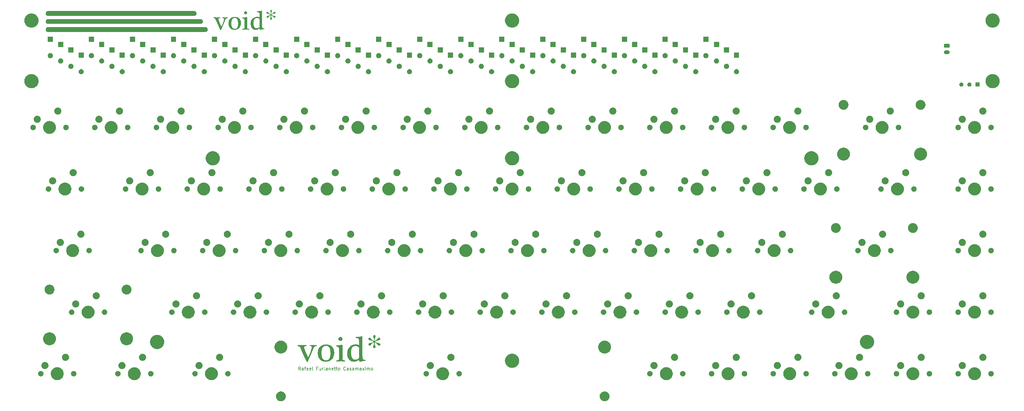
<source format=gts>
G04 #@! TF.GenerationSoftware,KiCad,Pcbnew,9.0.5*
G04 #@! TF.CreationDate,2025-11-08T09:58:55-03:00*
G04 #@! TF.ProjectId,discipline-pcb,64697363-6970-46c6-996e-652d7063622e,rev?*
G04 #@! TF.SameCoordinates,Original*
G04 #@! TF.FileFunction,Soldermask,Top*
G04 #@! TF.FilePolarity,Negative*
%FSLAX46Y46*%
G04 Gerber Fmt 4.6, Leading zero omitted, Abs format (unit mm)*
G04 Created by KiCad (PCBNEW 9.0.5) date 2025-11-08 09:58:55*
%MOMM*%
%LPD*%
G01*
G04 APERTURE LIST*
G04 APERTURE END LIST*
G36*
X135167194Y-176484748D02*
G01*
X135394633Y-176558648D01*
X135607711Y-176667216D01*
X135801182Y-176807781D01*
X135970282Y-176976881D01*
X136110847Y-177170352D01*
X136219415Y-177383430D01*
X136293315Y-177610869D01*
X136330725Y-177847068D01*
X136330725Y-178086212D01*
X136293315Y-178322411D01*
X136219415Y-178549850D01*
X136110847Y-178762928D01*
X135970282Y-178956399D01*
X135801182Y-179125499D01*
X135607711Y-179266064D01*
X135394633Y-179374632D01*
X135167194Y-179448532D01*
X134930995Y-179485942D01*
X134691851Y-179485942D01*
X134455652Y-179448532D01*
X134228213Y-179374632D01*
X134015135Y-179266064D01*
X133821664Y-179125499D01*
X133652564Y-178956399D01*
X133511999Y-178762928D01*
X133403431Y-178549850D01*
X133329531Y-178322411D01*
X133292121Y-178086212D01*
X133292121Y-177847068D01*
X133329531Y-177610869D01*
X133403431Y-177383430D01*
X133511999Y-177170352D01*
X133652564Y-176976881D01*
X133821664Y-176807781D01*
X134015135Y-176667216D01*
X134228213Y-176558648D01*
X134455652Y-176484748D01*
X134691851Y-176447338D01*
X134930995Y-176447338D01*
X135167194Y-176484748D01*
G37*
G36*
X235166994Y-176484748D02*
G01*
X235394433Y-176558648D01*
X235607511Y-176667216D01*
X235800982Y-176807781D01*
X235970082Y-176976881D01*
X236110647Y-177170352D01*
X236219215Y-177383430D01*
X236293115Y-177610869D01*
X236330525Y-177847068D01*
X236330525Y-178086212D01*
X236293115Y-178322411D01*
X236219215Y-178549850D01*
X236110647Y-178762928D01*
X235970082Y-178956399D01*
X235800982Y-179125499D01*
X235607511Y-179266064D01*
X235394433Y-179374632D01*
X235166994Y-179448532D01*
X234930795Y-179485942D01*
X234691651Y-179485942D01*
X234455452Y-179448532D01*
X234228013Y-179374632D01*
X234014935Y-179266064D01*
X233821464Y-179125499D01*
X233652364Y-178956399D01*
X233511799Y-178762928D01*
X233403231Y-178549850D01*
X233329331Y-178322411D01*
X233291921Y-178086212D01*
X233291921Y-177847068D01*
X233329331Y-177610869D01*
X233403231Y-177383430D01*
X233511799Y-177170352D01*
X233652364Y-176976881D01*
X233821464Y-176807781D01*
X234014935Y-176667216D01*
X234228013Y-176558648D01*
X234455452Y-176484748D01*
X234691651Y-176447338D01*
X234930795Y-176447338D01*
X235166994Y-176484748D01*
G37*
G36*
X89925231Y-169012179D02*
G01*
X90177929Y-169079890D01*
X90419627Y-169180005D01*
X90646190Y-169310811D01*
X90853742Y-169470070D01*
X91038730Y-169655058D01*
X91197989Y-169862610D01*
X91328795Y-170089173D01*
X91428910Y-170330871D01*
X91496621Y-170583569D01*
X91530768Y-170842944D01*
X91530768Y-171104556D01*
X91496621Y-171363931D01*
X91428910Y-171616629D01*
X91328795Y-171858327D01*
X91197989Y-172084890D01*
X91038730Y-172292442D01*
X90853742Y-172477430D01*
X90646190Y-172636689D01*
X90419627Y-172767495D01*
X90177929Y-172867610D01*
X89925231Y-172935321D01*
X89665856Y-172969468D01*
X89404244Y-172969468D01*
X89144869Y-172935321D01*
X88892171Y-172867610D01*
X88650473Y-172767495D01*
X88423910Y-172636689D01*
X88216358Y-172477430D01*
X88031370Y-172292442D01*
X87872111Y-172084890D01*
X87741305Y-171858327D01*
X87641190Y-171616629D01*
X87573479Y-171363931D01*
X87539332Y-171104556D01*
X87539332Y-170842944D01*
X87573479Y-170583569D01*
X87641190Y-170330871D01*
X87741305Y-170089173D01*
X87872111Y-169862610D01*
X88031370Y-169655058D01*
X88216358Y-169470070D01*
X88423910Y-169310811D01*
X88650473Y-169180005D01*
X88892171Y-169079890D01*
X89144869Y-169012179D01*
X89404244Y-168978032D01*
X89665856Y-168978032D01*
X89925231Y-169012179D01*
G37*
G36*
X185175431Y-169012179D02*
G01*
X185428129Y-169079890D01*
X185669827Y-169180005D01*
X185896390Y-169310811D01*
X186103942Y-169470070D01*
X186288930Y-169655058D01*
X186448189Y-169862610D01*
X186578995Y-170089173D01*
X186679110Y-170330871D01*
X186746821Y-170583569D01*
X186780968Y-170842944D01*
X186780968Y-171104556D01*
X186746821Y-171363931D01*
X186679110Y-171616629D01*
X186578995Y-171858327D01*
X186448189Y-172084890D01*
X186288930Y-172292442D01*
X186103942Y-172477430D01*
X185896390Y-172636689D01*
X185669827Y-172767495D01*
X185428129Y-172867610D01*
X185175431Y-172935321D01*
X184916056Y-172969468D01*
X184654444Y-172969468D01*
X184395069Y-172935321D01*
X184142371Y-172867610D01*
X183900673Y-172767495D01*
X183674110Y-172636689D01*
X183466558Y-172477430D01*
X183281570Y-172292442D01*
X183122311Y-172084890D01*
X182991505Y-171858327D01*
X182891390Y-171616629D01*
X182823679Y-171363931D01*
X182789532Y-171104556D01*
X182789532Y-170842944D01*
X182823679Y-170583569D01*
X182891390Y-170330871D01*
X182991505Y-170089173D01*
X183122311Y-169862610D01*
X183281570Y-169655058D01*
X183466558Y-169470070D01*
X183674110Y-169310811D01*
X183900673Y-169180005D01*
X184142371Y-169079890D01*
X184395069Y-169012179D01*
X184654444Y-168978032D01*
X184916056Y-168978032D01*
X185175431Y-169012179D01*
G37*
G36*
X273316387Y-169012179D02*
G01*
X273569085Y-169079890D01*
X273810783Y-169180005D01*
X274037346Y-169310811D01*
X274244898Y-169470070D01*
X274429886Y-169655058D01*
X274589145Y-169862610D01*
X274719951Y-170089173D01*
X274820066Y-170330871D01*
X274887777Y-170583569D01*
X274921924Y-170842944D01*
X274921924Y-171104556D01*
X274887777Y-171363931D01*
X274820066Y-171616629D01*
X274719951Y-171858327D01*
X274589145Y-172084890D01*
X274429886Y-172292442D01*
X274244898Y-172477430D01*
X274037346Y-172636689D01*
X273810783Y-172767495D01*
X273569085Y-172867610D01*
X273316387Y-172935321D01*
X273057012Y-172969468D01*
X272795400Y-172969468D01*
X272536025Y-172935321D01*
X272283327Y-172867610D01*
X272041629Y-172767495D01*
X271815066Y-172636689D01*
X271607514Y-172477430D01*
X271422526Y-172292442D01*
X271263267Y-172084890D01*
X271132461Y-171858327D01*
X271032346Y-171616629D01*
X270964635Y-171363931D01*
X270930488Y-171104556D01*
X270930488Y-170842944D01*
X270964635Y-170583569D01*
X271032346Y-170330871D01*
X271132461Y-170089173D01*
X271263267Y-169862610D01*
X271422526Y-169655058D01*
X271607514Y-169470070D01*
X271815066Y-169310811D01*
X272041629Y-169180005D01*
X272283327Y-169079890D01*
X272536025Y-169012179D01*
X272795400Y-168978032D01*
X273057012Y-168978032D01*
X273316387Y-169012179D01*
G37*
G36*
X311381431Y-169012179D02*
G01*
X311634129Y-169079890D01*
X311875827Y-169180005D01*
X312102390Y-169310811D01*
X312309942Y-169470070D01*
X312494930Y-169655058D01*
X312654189Y-169862610D01*
X312784995Y-170089173D01*
X312885110Y-170330871D01*
X312952821Y-170583569D01*
X312986968Y-170842944D01*
X312986968Y-171104556D01*
X312952821Y-171363931D01*
X312885110Y-171616629D01*
X312784995Y-171858327D01*
X312654189Y-172084890D01*
X312494930Y-172292442D01*
X312309942Y-172477430D01*
X312102390Y-172636689D01*
X311875827Y-172767495D01*
X311634129Y-172867610D01*
X311381431Y-172935321D01*
X311122056Y-172969468D01*
X310860444Y-172969468D01*
X310601069Y-172935321D01*
X310348371Y-172867610D01*
X310106673Y-172767495D01*
X309880110Y-172636689D01*
X309672558Y-172477430D01*
X309487570Y-172292442D01*
X309328311Y-172084890D01*
X309197505Y-171858327D01*
X309097390Y-171616629D01*
X309029679Y-171363931D01*
X308995532Y-171104556D01*
X308995532Y-170842944D01*
X309029679Y-170583569D01*
X309097390Y-170330871D01*
X309197505Y-170089173D01*
X309328311Y-169862610D01*
X309487570Y-169655058D01*
X309672558Y-169470070D01*
X309880110Y-169310811D01*
X310106673Y-169180005D01*
X310348371Y-169079890D01*
X310601069Y-169012179D01*
X310860444Y-168978032D01*
X311122056Y-168978032D01*
X311381431Y-169012179D01*
G37*
G36*
X330431431Y-169012179D02*
G01*
X330684129Y-169079890D01*
X330925827Y-169180005D01*
X331152390Y-169310811D01*
X331359942Y-169470070D01*
X331544930Y-169655058D01*
X331704189Y-169862610D01*
X331834995Y-170089173D01*
X331935110Y-170330871D01*
X332002821Y-170583569D01*
X332036968Y-170842944D01*
X332036968Y-171104556D01*
X332002821Y-171363931D01*
X331935110Y-171616629D01*
X331834995Y-171858327D01*
X331704189Y-172084890D01*
X331544930Y-172292442D01*
X331359942Y-172477430D01*
X331152390Y-172636689D01*
X330925827Y-172767495D01*
X330684129Y-172867610D01*
X330431431Y-172935321D01*
X330172056Y-172969468D01*
X329910444Y-172969468D01*
X329651069Y-172935321D01*
X329398371Y-172867610D01*
X329156673Y-172767495D01*
X328930110Y-172636689D01*
X328722558Y-172477430D01*
X328537570Y-172292442D01*
X328378311Y-172084890D01*
X328247505Y-171858327D01*
X328147390Y-171616629D01*
X328079679Y-171363931D01*
X328045532Y-171104556D01*
X328045532Y-170842944D01*
X328079679Y-170583569D01*
X328147390Y-170330871D01*
X328247505Y-170089173D01*
X328378311Y-169862610D01*
X328537570Y-169655058D01*
X328722558Y-169470070D01*
X328930110Y-169310811D01*
X329156673Y-169180005D01*
X329398371Y-169079890D01*
X329651069Y-169012179D01*
X329910444Y-168978032D01*
X330172056Y-168978032D01*
X330431431Y-169012179D01*
G37*
G36*
X349481431Y-169012179D02*
G01*
X349734129Y-169079890D01*
X349975827Y-169180005D01*
X350202390Y-169310811D01*
X350409942Y-169470070D01*
X350594930Y-169655058D01*
X350754189Y-169862610D01*
X350884995Y-170089173D01*
X350985110Y-170330871D01*
X351052821Y-170583569D01*
X351086968Y-170842944D01*
X351086968Y-171104556D01*
X351052821Y-171363931D01*
X350985110Y-171616629D01*
X350884995Y-171858327D01*
X350754189Y-172084890D01*
X350594930Y-172292442D01*
X350409942Y-172477430D01*
X350202390Y-172636689D01*
X349975827Y-172767495D01*
X349734129Y-172867610D01*
X349481431Y-172935321D01*
X349222056Y-172969468D01*
X348960444Y-172969468D01*
X348701069Y-172935321D01*
X348448371Y-172867610D01*
X348206673Y-172767495D01*
X347980110Y-172636689D01*
X347772558Y-172477430D01*
X347587570Y-172292442D01*
X347428311Y-172084890D01*
X347297505Y-171858327D01*
X347197390Y-171616629D01*
X347129679Y-171363931D01*
X347095532Y-171104556D01*
X347095532Y-170842944D01*
X347129679Y-170583569D01*
X347197390Y-170330871D01*
X347297505Y-170089173D01*
X347428311Y-169862610D01*
X347587570Y-169655058D01*
X347772558Y-169470070D01*
X347980110Y-169310811D01*
X348206673Y-169180005D01*
X348448371Y-169079890D01*
X348701069Y-169012179D01*
X348960444Y-168978032D01*
X349222056Y-168978032D01*
X349481431Y-169012179D01*
G37*
G36*
X66112631Y-169002049D02*
G01*
X66365329Y-169069760D01*
X66607027Y-169169875D01*
X66833590Y-169300681D01*
X67041142Y-169459940D01*
X67226130Y-169644928D01*
X67385389Y-169852480D01*
X67516195Y-170079043D01*
X67616310Y-170320741D01*
X67684021Y-170573439D01*
X67718168Y-170832814D01*
X67718168Y-171094426D01*
X67684021Y-171353801D01*
X67616310Y-171606499D01*
X67516195Y-171848197D01*
X67385389Y-172074760D01*
X67226130Y-172282312D01*
X67041142Y-172467300D01*
X66833590Y-172626559D01*
X66607027Y-172757365D01*
X66365329Y-172857480D01*
X66112631Y-172925191D01*
X65853256Y-172959338D01*
X65591644Y-172959338D01*
X65332269Y-172925191D01*
X65079571Y-172857480D01*
X64837873Y-172757365D01*
X64611310Y-172626559D01*
X64403758Y-172467300D01*
X64218770Y-172282312D01*
X64059511Y-172074760D01*
X63928705Y-171848197D01*
X63828590Y-171606499D01*
X63760879Y-171353801D01*
X63726732Y-171094426D01*
X63726732Y-170832814D01*
X63760879Y-170573439D01*
X63828590Y-170320741D01*
X63928705Y-170079043D01*
X64059511Y-169852480D01*
X64218770Y-169644928D01*
X64403758Y-169459940D01*
X64611310Y-169300681D01*
X64837873Y-169169875D01*
X65079571Y-169069760D01*
X65332269Y-169002049D01*
X65591644Y-168967902D01*
X65853256Y-168967902D01*
X66112631Y-169002049D01*
G37*
G36*
X113737631Y-169002049D02*
G01*
X113990329Y-169069760D01*
X114232027Y-169169875D01*
X114458590Y-169300681D01*
X114666142Y-169459940D01*
X114851130Y-169644928D01*
X115010389Y-169852480D01*
X115141195Y-170079043D01*
X115241310Y-170320741D01*
X115309021Y-170573439D01*
X115343168Y-170832814D01*
X115343168Y-171094426D01*
X115309021Y-171353801D01*
X115241310Y-171606499D01*
X115141195Y-171848197D01*
X115010389Y-172074760D01*
X114851130Y-172282312D01*
X114666142Y-172467300D01*
X114458590Y-172626559D01*
X114232027Y-172757365D01*
X113990329Y-172857480D01*
X113737631Y-172925191D01*
X113478256Y-172959338D01*
X113216644Y-172959338D01*
X112957269Y-172925191D01*
X112704571Y-172857480D01*
X112462873Y-172757365D01*
X112236310Y-172626559D01*
X112028758Y-172467300D01*
X111843770Y-172282312D01*
X111684511Y-172074760D01*
X111553705Y-171848197D01*
X111453590Y-171606499D01*
X111385879Y-171353801D01*
X111351732Y-171094426D01*
X111351732Y-170832814D01*
X111385879Y-170573439D01*
X111453590Y-170320741D01*
X111553705Y-170079043D01*
X111684511Y-169852480D01*
X111843770Y-169644928D01*
X112028758Y-169459940D01*
X112236310Y-169300681D01*
X112462873Y-169169875D01*
X112704571Y-169069760D01*
X112957269Y-169002049D01*
X113216644Y-168967902D01*
X113478256Y-168967902D01*
X113737631Y-169002049D01*
G37*
G36*
X254261065Y-169002049D02*
G01*
X254513763Y-169069760D01*
X254755461Y-169169875D01*
X254982024Y-169300681D01*
X255189576Y-169459940D01*
X255374564Y-169644928D01*
X255533823Y-169852480D01*
X255664629Y-170079043D01*
X255764744Y-170320741D01*
X255832455Y-170573439D01*
X255866602Y-170832814D01*
X255866602Y-171094426D01*
X255832455Y-171353801D01*
X255764744Y-171606499D01*
X255664629Y-171848197D01*
X255533823Y-172074760D01*
X255374564Y-172282312D01*
X255189576Y-172467300D01*
X254982024Y-172626559D01*
X254755461Y-172757365D01*
X254513763Y-172857480D01*
X254261065Y-172925191D01*
X254001690Y-172959338D01*
X253740078Y-172959338D01*
X253480703Y-172925191D01*
X253228005Y-172857480D01*
X252986307Y-172757365D01*
X252759744Y-172626559D01*
X252552192Y-172467300D01*
X252367204Y-172282312D01*
X252207945Y-172074760D01*
X252077139Y-171848197D01*
X251977024Y-171606499D01*
X251909313Y-171353801D01*
X251875166Y-171094426D01*
X251875166Y-170832814D01*
X251909313Y-170573439D01*
X251977024Y-170320741D01*
X252077139Y-170079043D01*
X252207945Y-169852480D01*
X252367204Y-169644928D01*
X252552192Y-169459940D01*
X252759744Y-169300681D01*
X252986307Y-169169875D01*
X253228005Y-169069760D01*
X253480703Y-169002049D01*
X253740078Y-168967902D01*
X254001690Y-168967902D01*
X254261065Y-169002049D01*
G37*
G36*
X292371709Y-169002049D02*
G01*
X292624407Y-169069760D01*
X292866105Y-169169875D01*
X293092668Y-169300681D01*
X293300220Y-169459940D01*
X293485208Y-169644928D01*
X293644467Y-169852480D01*
X293775273Y-170079043D01*
X293875388Y-170320741D01*
X293943099Y-170573439D01*
X293977246Y-170832814D01*
X293977246Y-171094426D01*
X293943099Y-171353801D01*
X293875388Y-171606499D01*
X293775273Y-171848197D01*
X293644467Y-172074760D01*
X293485208Y-172282312D01*
X293300220Y-172467300D01*
X293092668Y-172626559D01*
X292866105Y-172757365D01*
X292624407Y-172857480D01*
X292371709Y-172925191D01*
X292112334Y-172959338D01*
X291850722Y-172959338D01*
X291591347Y-172925191D01*
X291338649Y-172857480D01*
X291096951Y-172757365D01*
X290870388Y-172626559D01*
X290662836Y-172467300D01*
X290477848Y-172282312D01*
X290318589Y-172074760D01*
X290187783Y-171848197D01*
X290087668Y-171606499D01*
X290019957Y-171353801D01*
X289985810Y-171094426D01*
X289985810Y-170832814D01*
X290019957Y-170573439D01*
X290087668Y-170320741D01*
X290187783Y-170079043D01*
X290318589Y-169852480D01*
X290477848Y-169644928D01*
X290662836Y-169459940D01*
X290870388Y-169300681D01*
X291096951Y-169169875D01*
X291338649Y-169069760D01*
X291591347Y-169002049D01*
X291850722Y-168967902D01*
X292112334Y-168967902D01*
X292371709Y-169002049D01*
G37*
G36*
X84701792Y-170160351D02*
G01*
X84855737Y-170224117D01*
X84994284Y-170316691D01*
X85112109Y-170434516D01*
X85204683Y-170573063D01*
X85268449Y-170727008D01*
X85300957Y-170890435D01*
X85300957Y-171057065D01*
X85268449Y-171220492D01*
X85204683Y-171374437D01*
X85112109Y-171512984D01*
X84994284Y-171630809D01*
X84855737Y-171723383D01*
X84701792Y-171787149D01*
X84538365Y-171819657D01*
X84371735Y-171819657D01*
X84208308Y-171787149D01*
X84054363Y-171723383D01*
X83915816Y-171630809D01*
X83797991Y-171512984D01*
X83705417Y-171374437D01*
X83641651Y-171220492D01*
X83609143Y-171057065D01*
X83609143Y-170890435D01*
X83641651Y-170727008D01*
X83705417Y-170573063D01*
X83797991Y-170434516D01*
X83915816Y-170316691D01*
X84054363Y-170224117D01*
X84208308Y-170160351D01*
X84371735Y-170127843D01*
X84538365Y-170127843D01*
X84701792Y-170160351D01*
G37*
G36*
X94861792Y-170160351D02*
G01*
X95015737Y-170224117D01*
X95154284Y-170316691D01*
X95272109Y-170434516D01*
X95364683Y-170573063D01*
X95428449Y-170727008D01*
X95460957Y-170890435D01*
X95460957Y-171057065D01*
X95428449Y-171220492D01*
X95364683Y-171374437D01*
X95272109Y-171512984D01*
X95154284Y-171630809D01*
X95015737Y-171723383D01*
X94861792Y-171787149D01*
X94698365Y-171819657D01*
X94531735Y-171819657D01*
X94368308Y-171787149D01*
X94214363Y-171723383D01*
X94075816Y-171630809D01*
X93957991Y-171512984D01*
X93865417Y-171374437D01*
X93801651Y-171220492D01*
X93769143Y-171057065D01*
X93769143Y-170890435D01*
X93801651Y-170727008D01*
X93865417Y-170573063D01*
X93957991Y-170434516D01*
X94075816Y-170316691D01*
X94214363Y-170224117D01*
X94368308Y-170160351D01*
X94531735Y-170127843D01*
X94698365Y-170127843D01*
X94861792Y-170160351D01*
G37*
G36*
X179951992Y-170160351D02*
G01*
X180105937Y-170224117D01*
X180244484Y-170316691D01*
X180362309Y-170434516D01*
X180454883Y-170573063D01*
X180518649Y-170727008D01*
X180551157Y-170890435D01*
X180551157Y-171057065D01*
X180518649Y-171220492D01*
X180454883Y-171374437D01*
X180362309Y-171512984D01*
X180244484Y-171630809D01*
X180105937Y-171723383D01*
X179951992Y-171787149D01*
X179788565Y-171819657D01*
X179621935Y-171819657D01*
X179458508Y-171787149D01*
X179304563Y-171723383D01*
X179166016Y-171630809D01*
X179048191Y-171512984D01*
X178955617Y-171374437D01*
X178891851Y-171220492D01*
X178859343Y-171057065D01*
X178859343Y-170890435D01*
X178891851Y-170727008D01*
X178955617Y-170573063D01*
X179048191Y-170434516D01*
X179166016Y-170316691D01*
X179304563Y-170224117D01*
X179458508Y-170160351D01*
X179621935Y-170127843D01*
X179788565Y-170127843D01*
X179951992Y-170160351D01*
G37*
G36*
X190111992Y-170160351D02*
G01*
X190265937Y-170224117D01*
X190404484Y-170316691D01*
X190522309Y-170434516D01*
X190614883Y-170573063D01*
X190678649Y-170727008D01*
X190711157Y-170890435D01*
X190711157Y-171057065D01*
X190678649Y-171220492D01*
X190614883Y-171374437D01*
X190522309Y-171512984D01*
X190404484Y-171630809D01*
X190265937Y-171723383D01*
X190111992Y-171787149D01*
X189948565Y-171819657D01*
X189781935Y-171819657D01*
X189618508Y-171787149D01*
X189464563Y-171723383D01*
X189326016Y-171630809D01*
X189208191Y-171512984D01*
X189115617Y-171374437D01*
X189051851Y-171220492D01*
X189019343Y-171057065D01*
X189019343Y-170890435D01*
X189051851Y-170727008D01*
X189115617Y-170573063D01*
X189208191Y-170434516D01*
X189326016Y-170316691D01*
X189464563Y-170224117D01*
X189618508Y-170160351D01*
X189781935Y-170127843D01*
X189948565Y-170127843D01*
X190111992Y-170160351D01*
G37*
G36*
X268092948Y-170160351D02*
G01*
X268246893Y-170224117D01*
X268385440Y-170316691D01*
X268503265Y-170434516D01*
X268595839Y-170573063D01*
X268659605Y-170727008D01*
X268692113Y-170890435D01*
X268692113Y-171057065D01*
X268659605Y-171220492D01*
X268595839Y-171374437D01*
X268503265Y-171512984D01*
X268385440Y-171630809D01*
X268246893Y-171723383D01*
X268092948Y-171787149D01*
X267929521Y-171819657D01*
X267762891Y-171819657D01*
X267599464Y-171787149D01*
X267445519Y-171723383D01*
X267306972Y-171630809D01*
X267189147Y-171512984D01*
X267096573Y-171374437D01*
X267032807Y-171220492D01*
X267000299Y-171057065D01*
X267000299Y-170890435D01*
X267032807Y-170727008D01*
X267096573Y-170573063D01*
X267189147Y-170434516D01*
X267306972Y-170316691D01*
X267445519Y-170224117D01*
X267599464Y-170160351D01*
X267762891Y-170127843D01*
X267929521Y-170127843D01*
X268092948Y-170160351D01*
G37*
G36*
X278252948Y-170160351D02*
G01*
X278406893Y-170224117D01*
X278545440Y-170316691D01*
X278663265Y-170434516D01*
X278755839Y-170573063D01*
X278819605Y-170727008D01*
X278852113Y-170890435D01*
X278852113Y-171057065D01*
X278819605Y-171220492D01*
X278755839Y-171374437D01*
X278663265Y-171512984D01*
X278545440Y-171630809D01*
X278406893Y-171723383D01*
X278252948Y-171787149D01*
X278089521Y-171819657D01*
X277922891Y-171819657D01*
X277759464Y-171787149D01*
X277605519Y-171723383D01*
X277466972Y-171630809D01*
X277349147Y-171512984D01*
X277256573Y-171374437D01*
X277192807Y-171220492D01*
X277160299Y-171057065D01*
X277160299Y-170890435D01*
X277192807Y-170727008D01*
X277256573Y-170573063D01*
X277349147Y-170434516D01*
X277466972Y-170316691D01*
X277605519Y-170224117D01*
X277759464Y-170160351D01*
X277922891Y-170127843D01*
X278089521Y-170127843D01*
X278252948Y-170160351D01*
G37*
G36*
X306157992Y-170160351D02*
G01*
X306311937Y-170224117D01*
X306450484Y-170316691D01*
X306568309Y-170434516D01*
X306660883Y-170573063D01*
X306724649Y-170727008D01*
X306757157Y-170890435D01*
X306757157Y-171057065D01*
X306724649Y-171220492D01*
X306660883Y-171374437D01*
X306568309Y-171512984D01*
X306450484Y-171630809D01*
X306311937Y-171723383D01*
X306157992Y-171787149D01*
X305994565Y-171819657D01*
X305827935Y-171819657D01*
X305664508Y-171787149D01*
X305510563Y-171723383D01*
X305372016Y-171630809D01*
X305254191Y-171512984D01*
X305161617Y-171374437D01*
X305097851Y-171220492D01*
X305065343Y-171057065D01*
X305065343Y-170890435D01*
X305097851Y-170727008D01*
X305161617Y-170573063D01*
X305254191Y-170434516D01*
X305372016Y-170316691D01*
X305510563Y-170224117D01*
X305664508Y-170160351D01*
X305827935Y-170127843D01*
X305994565Y-170127843D01*
X306157992Y-170160351D01*
G37*
G36*
X316317992Y-170160351D02*
G01*
X316471937Y-170224117D01*
X316610484Y-170316691D01*
X316728309Y-170434516D01*
X316820883Y-170573063D01*
X316884649Y-170727008D01*
X316917157Y-170890435D01*
X316917157Y-171057065D01*
X316884649Y-171220492D01*
X316820883Y-171374437D01*
X316728309Y-171512984D01*
X316610484Y-171630809D01*
X316471937Y-171723383D01*
X316317992Y-171787149D01*
X316154565Y-171819657D01*
X315987935Y-171819657D01*
X315824508Y-171787149D01*
X315670563Y-171723383D01*
X315532016Y-171630809D01*
X315414191Y-171512984D01*
X315321617Y-171374437D01*
X315257851Y-171220492D01*
X315225343Y-171057065D01*
X315225343Y-170890435D01*
X315257851Y-170727008D01*
X315321617Y-170573063D01*
X315414191Y-170434516D01*
X315532016Y-170316691D01*
X315670563Y-170224117D01*
X315824508Y-170160351D01*
X315987935Y-170127843D01*
X316154565Y-170127843D01*
X316317992Y-170160351D01*
G37*
G36*
X325207992Y-170160351D02*
G01*
X325361937Y-170224117D01*
X325500484Y-170316691D01*
X325618309Y-170434516D01*
X325710883Y-170573063D01*
X325774649Y-170727008D01*
X325807157Y-170890435D01*
X325807157Y-171057065D01*
X325774649Y-171220492D01*
X325710883Y-171374437D01*
X325618309Y-171512984D01*
X325500484Y-171630809D01*
X325361937Y-171723383D01*
X325207992Y-171787149D01*
X325044565Y-171819657D01*
X324877935Y-171819657D01*
X324714508Y-171787149D01*
X324560563Y-171723383D01*
X324422016Y-171630809D01*
X324304191Y-171512984D01*
X324211617Y-171374437D01*
X324147851Y-171220492D01*
X324115343Y-171057065D01*
X324115343Y-170890435D01*
X324147851Y-170727008D01*
X324211617Y-170573063D01*
X324304191Y-170434516D01*
X324422016Y-170316691D01*
X324560563Y-170224117D01*
X324714508Y-170160351D01*
X324877935Y-170127843D01*
X325044565Y-170127843D01*
X325207992Y-170160351D01*
G37*
G36*
X335367992Y-170160351D02*
G01*
X335521937Y-170224117D01*
X335660484Y-170316691D01*
X335778309Y-170434516D01*
X335870883Y-170573063D01*
X335934649Y-170727008D01*
X335967157Y-170890435D01*
X335967157Y-171057065D01*
X335934649Y-171220492D01*
X335870883Y-171374437D01*
X335778309Y-171512984D01*
X335660484Y-171630809D01*
X335521937Y-171723383D01*
X335367992Y-171787149D01*
X335204565Y-171819657D01*
X335037935Y-171819657D01*
X334874508Y-171787149D01*
X334720563Y-171723383D01*
X334582016Y-171630809D01*
X334464191Y-171512984D01*
X334371617Y-171374437D01*
X334307851Y-171220492D01*
X334275343Y-171057065D01*
X334275343Y-170890435D01*
X334307851Y-170727008D01*
X334371617Y-170573063D01*
X334464191Y-170434516D01*
X334582016Y-170316691D01*
X334720563Y-170224117D01*
X334874508Y-170160351D01*
X335037935Y-170127843D01*
X335204565Y-170127843D01*
X335367992Y-170160351D01*
G37*
G36*
X344257992Y-170160351D02*
G01*
X344411937Y-170224117D01*
X344550484Y-170316691D01*
X344668309Y-170434516D01*
X344760883Y-170573063D01*
X344824649Y-170727008D01*
X344857157Y-170890435D01*
X344857157Y-171057065D01*
X344824649Y-171220492D01*
X344760883Y-171374437D01*
X344668309Y-171512984D01*
X344550484Y-171630809D01*
X344411937Y-171723383D01*
X344257992Y-171787149D01*
X344094565Y-171819657D01*
X343927935Y-171819657D01*
X343764508Y-171787149D01*
X343610563Y-171723383D01*
X343472016Y-171630809D01*
X343354191Y-171512984D01*
X343261617Y-171374437D01*
X343197851Y-171220492D01*
X343165343Y-171057065D01*
X343165343Y-170890435D01*
X343197851Y-170727008D01*
X343261617Y-170573063D01*
X343354191Y-170434516D01*
X343472016Y-170316691D01*
X343610563Y-170224117D01*
X343764508Y-170160351D01*
X343927935Y-170127843D01*
X344094565Y-170127843D01*
X344257992Y-170160351D01*
G37*
G36*
X354417992Y-170160351D02*
G01*
X354571937Y-170224117D01*
X354710484Y-170316691D01*
X354828309Y-170434516D01*
X354920883Y-170573063D01*
X354984649Y-170727008D01*
X355017157Y-170890435D01*
X355017157Y-171057065D01*
X354984649Y-171220492D01*
X354920883Y-171374437D01*
X354828309Y-171512984D01*
X354710484Y-171630809D01*
X354571937Y-171723383D01*
X354417992Y-171787149D01*
X354254565Y-171819657D01*
X354087935Y-171819657D01*
X353924508Y-171787149D01*
X353770563Y-171723383D01*
X353632016Y-171630809D01*
X353514191Y-171512984D01*
X353421617Y-171374437D01*
X353357851Y-171220492D01*
X353325343Y-171057065D01*
X353325343Y-170890435D01*
X353357851Y-170727008D01*
X353421617Y-170573063D01*
X353514191Y-170434516D01*
X353632016Y-170316691D01*
X353770563Y-170224117D01*
X353924508Y-170160351D01*
X354087935Y-170127843D01*
X354254565Y-170127843D01*
X354417992Y-170160351D01*
G37*
G36*
X60889192Y-170150221D02*
G01*
X61043137Y-170213987D01*
X61181684Y-170306561D01*
X61299509Y-170424386D01*
X61392083Y-170562933D01*
X61455849Y-170716878D01*
X61488357Y-170880305D01*
X61488357Y-171046935D01*
X61455849Y-171210362D01*
X61392083Y-171364307D01*
X61299509Y-171502854D01*
X61181684Y-171620679D01*
X61043137Y-171713253D01*
X60889192Y-171777019D01*
X60725765Y-171809527D01*
X60559135Y-171809527D01*
X60395708Y-171777019D01*
X60241763Y-171713253D01*
X60103216Y-171620679D01*
X59985391Y-171502854D01*
X59892817Y-171364307D01*
X59829051Y-171210362D01*
X59796543Y-171046935D01*
X59796543Y-170880305D01*
X59829051Y-170716878D01*
X59892817Y-170562933D01*
X59985391Y-170424386D01*
X60103216Y-170306561D01*
X60241763Y-170213987D01*
X60395708Y-170150221D01*
X60559135Y-170117713D01*
X60725765Y-170117713D01*
X60889192Y-170150221D01*
G37*
G36*
X71049192Y-170150221D02*
G01*
X71203137Y-170213987D01*
X71341684Y-170306561D01*
X71459509Y-170424386D01*
X71552083Y-170562933D01*
X71615849Y-170716878D01*
X71648357Y-170880305D01*
X71648357Y-171046935D01*
X71615849Y-171210362D01*
X71552083Y-171364307D01*
X71459509Y-171502854D01*
X71341684Y-171620679D01*
X71203137Y-171713253D01*
X71049192Y-171777019D01*
X70885765Y-171809527D01*
X70719135Y-171809527D01*
X70555708Y-171777019D01*
X70401763Y-171713253D01*
X70263216Y-171620679D01*
X70145391Y-171502854D01*
X70052817Y-171364307D01*
X69989051Y-171210362D01*
X69956543Y-171046935D01*
X69956543Y-170880305D01*
X69989051Y-170716878D01*
X70052817Y-170562933D01*
X70145391Y-170424386D01*
X70263216Y-170306561D01*
X70401763Y-170213987D01*
X70555708Y-170150221D01*
X70719135Y-170117713D01*
X70885765Y-170117713D01*
X71049192Y-170150221D01*
G37*
G36*
X108514192Y-170150221D02*
G01*
X108668137Y-170213987D01*
X108806684Y-170306561D01*
X108924509Y-170424386D01*
X109017083Y-170562933D01*
X109080849Y-170716878D01*
X109113357Y-170880305D01*
X109113357Y-171046935D01*
X109080849Y-171210362D01*
X109017083Y-171364307D01*
X108924509Y-171502854D01*
X108806684Y-171620679D01*
X108668137Y-171713253D01*
X108514192Y-171777019D01*
X108350765Y-171809527D01*
X108184135Y-171809527D01*
X108020708Y-171777019D01*
X107866763Y-171713253D01*
X107728216Y-171620679D01*
X107610391Y-171502854D01*
X107517817Y-171364307D01*
X107454051Y-171210362D01*
X107421543Y-171046935D01*
X107421543Y-170880305D01*
X107454051Y-170716878D01*
X107517817Y-170562933D01*
X107610391Y-170424386D01*
X107728216Y-170306561D01*
X107866763Y-170213987D01*
X108020708Y-170150221D01*
X108184135Y-170117713D01*
X108350765Y-170117713D01*
X108514192Y-170150221D01*
G37*
G36*
X118674192Y-170150221D02*
G01*
X118828137Y-170213987D01*
X118966684Y-170306561D01*
X119084509Y-170424386D01*
X119177083Y-170562933D01*
X119240849Y-170716878D01*
X119273357Y-170880305D01*
X119273357Y-171046935D01*
X119240849Y-171210362D01*
X119177083Y-171364307D01*
X119084509Y-171502854D01*
X118966684Y-171620679D01*
X118828137Y-171713253D01*
X118674192Y-171777019D01*
X118510765Y-171809527D01*
X118344135Y-171809527D01*
X118180708Y-171777019D01*
X118026763Y-171713253D01*
X117888216Y-171620679D01*
X117770391Y-171502854D01*
X117677817Y-171364307D01*
X117614051Y-171210362D01*
X117581543Y-171046935D01*
X117581543Y-170880305D01*
X117614051Y-170716878D01*
X117677817Y-170562933D01*
X117770391Y-170424386D01*
X117888216Y-170306561D01*
X118026763Y-170213987D01*
X118180708Y-170150221D01*
X118344135Y-170117713D01*
X118510765Y-170117713D01*
X118674192Y-170150221D01*
G37*
G36*
X249037626Y-170150221D02*
G01*
X249191571Y-170213987D01*
X249330118Y-170306561D01*
X249447943Y-170424386D01*
X249540517Y-170562933D01*
X249604283Y-170716878D01*
X249636791Y-170880305D01*
X249636791Y-171046935D01*
X249604283Y-171210362D01*
X249540517Y-171364307D01*
X249447943Y-171502854D01*
X249330118Y-171620679D01*
X249191571Y-171713253D01*
X249037626Y-171777019D01*
X248874199Y-171809527D01*
X248707569Y-171809527D01*
X248544142Y-171777019D01*
X248390197Y-171713253D01*
X248251650Y-171620679D01*
X248133825Y-171502854D01*
X248041251Y-171364307D01*
X247977485Y-171210362D01*
X247944977Y-171046935D01*
X247944977Y-170880305D01*
X247977485Y-170716878D01*
X248041251Y-170562933D01*
X248133825Y-170424386D01*
X248251650Y-170306561D01*
X248390197Y-170213987D01*
X248544142Y-170150221D01*
X248707569Y-170117713D01*
X248874199Y-170117713D01*
X249037626Y-170150221D01*
G37*
G36*
X259197626Y-170150221D02*
G01*
X259351571Y-170213987D01*
X259490118Y-170306561D01*
X259607943Y-170424386D01*
X259700517Y-170562933D01*
X259764283Y-170716878D01*
X259796791Y-170880305D01*
X259796791Y-171046935D01*
X259764283Y-171210362D01*
X259700517Y-171364307D01*
X259607943Y-171502854D01*
X259490118Y-171620679D01*
X259351571Y-171713253D01*
X259197626Y-171777019D01*
X259034199Y-171809527D01*
X258867569Y-171809527D01*
X258704142Y-171777019D01*
X258550197Y-171713253D01*
X258411650Y-171620679D01*
X258293825Y-171502854D01*
X258201251Y-171364307D01*
X258137485Y-171210362D01*
X258104977Y-171046935D01*
X258104977Y-170880305D01*
X258137485Y-170716878D01*
X258201251Y-170562933D01*
X258293825Y-170424386D01*
X258411650Y-170306561D01*
X258550197Y-170213987D01*
X258704142Y-170150221D01*
X258867569Y-170117713D01*
X259034199Y-170117713D01*
X259197626Y-170150221D01*
G37*
G36*
X287148270Y-170150221D02*
G01*
X287302215Y-170213987D01*
X287440762Y-170306561D01*
X287558587Y-170424386D01*
X287651161Y-170562933D01*
X287714927Y-170716878D01*
X287747435Y-170880305D01*
X287747435Y-171046935D01*
X287714927Y-171210362D01*
X287651161Y-171364307D01*
X287558587Y-171502854D01*
X287440762Y-171620679D01*
X287302215Y-171713253D01*
X287148270Y-171777019D01*
X286984843Y-171809527D01*
X286818213Y-171809527D01*
X286654786Y-171777019D01*
X286500841Y-171713253D01*
X286362294Y-171620679D01*
X286244469Y-171502854D01*
X286151895Y-171364307D01*
X286088129Y-171210362D01*
X286055621Y-171046935D01*
X286055621Y-170880305D01*
X286088129Y-170716878D01*
X286151895Y-170562933D01*
X286244469Y-170424386D01*
X286362294Y-170306561D01*
X286500841Y-170213987D01*
X286654786Y-170150221D01*
X286818213Y-170117713D01*
X286984843Y-170117713D01*
X287148270Y-170150221D01*
G37*
G36*
X297308270Y-170150221D02*
G01*
X297462215Y-170213987D01*
X297600762Y-170306561D01*
X297718587Y-170424386D01*
X297811161Y-170562933D01*
X297874927Y-170716878D01*
X297907435Y-170880305D01*
X297907435Y-171046935D01*
X297874927Y-171210362D01*
X297811161Y-171364307D01*
X297718587Y-171502854D01*
X297600762Y-171620679D01*
X297462215Y-171713253D01*
X297308270Y-171777019D01*
X297144843Y-171809527D01*
X296978213Y-171809527D01*
X296814786Y-171777019D01*
X296660841Y-171713253D01*
X296522294Y-171620679D01*
X296404469Y-171502854D01*
X296311895Y-171364307D01*
X296248129Y-171210362D01*
X296215621Y-171046935D01*
X296215621Y-170880305D01*
X296248129Y-170716878D01*
X296311895Y-170562933D01*
X296404469Y-170424386D01*
X296522294Y-170306561D01*
X296660841Y-170213987D01*
X296814786Y-170150221D01*
X296978213Y-170117713D01*
X297144843Y-170117713D01*
X297308270Y-170150221D01*
G37*
G36*
X141622983Y-169123176D02*
G01*
X141624453Y-169123320D01*
X141624457Y-169123321D01*
X141633211Y-169124183D01*
X141633212Y-169124183D01*
X141637615Y-169124617D01*
X141639038Y-169124974D01*
X141640777Y-169125694D01*
X141642656Y-169125828D01*
X141644089Y-169126145D01*
X141657821Y-169131400D01*
X141658270Y-169131598D01*
X141659570Y-169132248D01*
X141659579Y-169132252D01*
X141735839Y-169170382D01*
X141753508Y-169179217D01*
X141753935Y-169179457D01*
X141755873Y-169180677D01*
X141756455Y-169180871D01*
X141758148Y-169181836D01*
X141759296Y-169182831D01*
X141766379Y-169187290D01*
X141767492Y-169188245D01*
X141772027Y-169193474D01*
X141775025Y-169196472D01*
X141780257Y-169201010D01*
X141781213Y-169202124D01*
X141785668Y-169209202D01*
X141786666Y-169210353D01*
X141787632Y-169212049D01*
X141787825Y-169212630D01*
X141789044Y-169214566D01*
X141789285Y-169214994D01*
X141836904Y-169310232D01*
X141837102Y-169310681D01*
X141842357Y-169324412D01*
X141842674Y-169325845D01*
X141842807Y-169327724D01*
X141843528Y-169329464D01*
X141843885Y-169330887D01*
X141845326Y-169345519D01*
X141845350Y-169346009D01*
X141845350Y-169869819D01*
X141845326Y-169870309D01*
X141843885Y-169884941D01*
X141843528Y-169886364D01*
X141832329Y-169913400D01*
X141831246Y-169915023D01*
X141810554Y-169935715D01*
X141808931Y-169936798D01*
X141781895Y-169947997D01*
X141779982Y-169948378D01*
X141774073Y-169948378D01*
X141756627Y-169948378D01*
X141750718Y-169948378D01*
X141748805Y-169947997D01*
X141731362Y-169940771D01*
X141708339Y-169940459D01*
X141705478Y-169941554D01*
X141705440Y-169941571D01*
X141691708Y-169946826D01*
X141690274Y-169947144D01*
X141688396Y-169947276D01*
X141686659Y-169947997D01*
X141685234Y-169948354D01*
X141670602Y-169949795D01*
X141670112Y-169949819D01*
X141668632Y-169949819D01*
X141433497Y-169949819D01*
X141432017Y-169949819D01*
X141431527Y-169949795D01*
X141416895Y-169948354D01*
X141415472Y-169947997D01*
X141413732Y-169947276D01*
X141411853Y-169947143D01*
X141410420Y-169946826D01*
X141396689Y-169941571D01*
X141396240Y-169941373D01*
X141301002Y-169893754D01*
X141300574Y-169893513D01*
X141298638Y-169892294D01*
X141298057Y-169892101D01*
X141296361Y-169891135D01*
X141295210Y-169890137D01*
X141288132Y-169885682D01*
X141287018Y-169884726D01*
X141282951Y-169880037D01*
X141282485Y-169879500D01*
X141279473Y-169876488D01*
X141277600Y-169874863D01*
X141277599Y-169874861D01*
X141274253Y-169871960D01*
X141273298Y-169870847D01*
X141268842Y-169863769D01*
X141267844Y-169862618D01*
X141266879Y-169860923D01*
X141266685Y-169860341D01*
X141265466Y-169858405D01*
X141265225Y-169857977D01*
X141256392Y-169840312D01*
X141218260Y-169764047D01*
X141218256Y-169764038D01*
X141217606Y-169762738D01*
X141217408Y-169762289D01*
X141214003Y-169753391D01*
X141213733Y-169752686D01*
X141213732Y-169752685D01*
X141212153Y-169748557D01*
X141211836Y-169747124D01*
X141211702Y-169745245D01*
X141210982Y-169743506D01*
X141210625Y-169742083D01*
X141210190Y-169737672D01*
X141209840Y-169734117D01*
X141209184Y-169727451D01*
X141209160Y-169726961D01*
X141209160Y-169657786D01*
X141369160Y-169657786D01*
X141369160Y-169700897D01*
X141372370Y-169714495D01*
X141380449Y-169730656D01*
X141391816Y-169753391D01*
X141405585Y-169767160D01*
X141416142Y-169772439D01*
X141444482Y-169786609D01*
X141458080Y-169789819D01*
X141650203Y-169789819D01*
X141685350Y-169754672D01*
X141685350Y-169604013D01*
X141650203Y-169568866D01*
X141458081Y-169568866D01*
X141444484Y-169572075D01*
X141405585Y-169591522D01*
X141391816Y-169605293D01*
X141372370Y-169644188D01*
X141369160Y-169657786D01*
X141209160Y-169657786D01*
X141209160Y-169631723D01*
X141209184Y-169631233D01*
X141210625Y-169616601D01*
X141210981Y-169615178D01*
X141211702Y-169613435D01*
X141211836Y-169611559D01*
X141212153Y-169610127D01*
X141213731Y-169606002D01*
X141213733Y-169605995D01*
X141216883Y-169597766D01*
X141216885Y-169597760D01*
X141217408Y-169596395D01*
X141217606Y-169595946D01*
X141218252Y-169594652D01*
X141218260Y-169594636D01*
X141256393Y-169518371D01*
X141256393Y-169518370D01*
X141265225Y-169500708D01*
X141265465Y-169500282D01*
X141266683Y-169498345D01*
X141266879Y-169497759D01*
X141267843Y-169496069D01*
X141268839Y-169494918D01*
X141273298Y-169487837D01*
X141274253Y-169486724D01*
X141277594Y-169483824D01*
X141277598Y-169483821D01*
X141279479Y-169482190D01*
X141282484Y-169479185D01*
X141284115Y-169477304D01*
X141284118Y-169477300D01*
X141287018Y-169473959D01*
X141288131Y-169473004D01*
X141295212Y-169468545D01*
X141296363Y-169467549D01*
X141298053Y-169466585D01*
X141298639Y-169466389D01*
X141300576Y-169465171D01*
X141301002Y-169464931D01*
X141318664Y-169456099D01*
X141318665Y-169456099D01*
X141386388Y-169422237D01*
X141371409Y-169334512D01*
X141333645Y-169329750D01*
X141327752Y-169330169D01*
X141325817Y-169329925D01*
X141298056Y-169320671D01*
X141296361Y-169319705D01*
X141292594Y-169316438D01*
X141384330Y-169316438D01*
X141406150Y-169408866D01*
X141648360Y-169408866D01*
X141667274Y-169328743D01*
X141658102Y-169310399D01*
X141610028Y-169286362D01*
X141596430Y-169283152D01*
X141458080Y-169283152D01*
X141444482Y-169286362D01*
X141384330Y-169316438D01*
X141292594Y-169316438D01*
X141291901Y-169315837D01*
X141291899Y-169315836D01*
X141280337Y-169305808D01*
X141274253Y-169300532D01*
X141273057Y-169298991D01*
X141259970Y-169272816D01*
X141259455Y-169270934D01*
X141259036Y-169265044D01*
X141259035Y-169265039D01*
X141257799Y-169247643D01*
X141257799Y-169247637D01*
X141257381Y-169241744D01*
X141257625Y-169239809D01*
X141261266Y-169228886D01*
X141265011Y-169217649D01*
X141265013Y-169217645D01*
X141266879Y-169212048D01*
X141267845Y-169210353D01*
X141271709Y-169205896D01*
X141271713Y-169205891D01*
X141284118Y-169191588D01*
X141284121Y-169191585D01*
X141287018Y-169188245D01*
X141288132Y-169187289D01*
X141300575Y-169179457D01*
X141301002Y-169179217D01*
X141302319Y-169178558D01*
X141302327Y-169178554D01*
X141394920Y-169132257D01*
X141394936Y-169132249D01*
X141396240Y-169131598D01*
X141396689Y-169131400D01*
X141398060Y-169130874D01*
X141398079Y-169130867D01*
X141406289Y-169127725D01*
X141406295Y-169127723D01*
X141410420Y-169126145D01*
X141411851Y-169125828D01*
X141413731Y-169125693D01*
X141415473Y-169124973D01*
X141416895Y-169124617D01*
X141421287Y-169124184D01*
X141421293Y-169124183D01*
X141430052Y-169123321D01*
X141430057Y-169123320D01*
X141431527Y-169123176D01*
X141432017Y-169123152D01*
X141622493Y-169123152D01*
X141622983Y-169123176D01*
G37*
G36*
X143099174Y-169123176D02*
G01*
X143100644Y-169123320D01*
X143100648Y-169123321D01*
X143109402Y-169124183D01*
X143109403Y-169124183D01*
X143113806Y-169124617D01*
X143115229Y-169124974D01*
X143116968Y-169125694D01*
X143118847Y-169125828D01*
X143120280Y-169126145D01*
X143134012Y-169131400D01*
X143134461Y-169131598D01*
X143135761Y-169132248D01*
X143135770Y-169132252D01*
X143212030Y-169170382D01*
X143229699Y-169179217D01*
X143230126Y-169179457D01*
X143232064Y-169180677D01*
X143232646Y-169180871D01*
X143234339Y-169181836D01*
X143235487Y-169182831D01*
X143242570Y-169187290D01*
X143243683Y-169188245D01*
X143248218Y-169193474D01*
X143251216Y-169196472D01*
X143256448Y-169201010D01*
X143257404Y-169202124D01*
X143261859Y-169209202D01*
X143262857Y-169210353D01*
X143263823Y-169212049D01*
X143264016Y-169212630D01*
X143265235Y-169214566D01*
X143265476Y-169214994D01*
X143313095Y-169310232D01*
X143313293Y-169310681D01*
X143318548Y-169324412D01*
X143318865Y-169325845D01*
X143318998Y-169327724D01*
X143319719Y-169329464D01*
X143320076Y-169330887D01*
X143321517Y-169345519D01*
X143321541Y-169346009D01*
X143321541Y-169869819D01*
X143321517Y-169870309D01*
X143320076Y-169884941D01*
X143319719Y-169886364D01*
X143308520Y-169913400D01*
X143307437Y-169915023D01*
X143286745Y-169935715D01*
X143285122Y-169936798D01*
X143258086Y-169947997D01*
X143256173Y-169948378D01*
X143250264Y-169948378D01*
X143232818Y-169948378D01*
X143226909Y-169948378D01*
X143224996Y-169947997D01*
X143207553Y-169940771D01*
X143184530Y-169940459D01*
X143181669Y-169941554D01*
X143181631Y-169941571D01*
X143167899Y-169946826D01*
X143166465Y-169947144D01*
X143164587Y-169947276D01*
X143162850Y-169947997D01*
X143161425Y-169948354D01*
X143146793Y-169949795D01*
X143146303Y-169949819D01*
X143144823Y-169949819D01*
X142909688Y-169949819D01*
X142908208Y-169949819D01*
X142907718Y-169949795D01*
X142893086Y-169948354D01*
X142891663Y-169947997D01*
X142889923Y-169947276D01*
X142888044Y-169947143D01*
X142886611Y-169946826D01*
X142872880Y-169941571D01*
X142872431Y-169941373D01*
X142777193Y-169893754D01*
X142776765Y-169893513D01*
X142774829Y-169892294D01*
X142774248Y-169892101D01*
X142772552Y-169891135D01*
X142771401Y-169890137D01*
X142764323Y-169885682D01*
X142763209Y-169884726D01*
X142759142Y-169880037D01*
X142758676Y-169879500D01*
X142755664Y-169876488D01*
X142753791Y-169874863D01*
X142753790Y-169874861D01*
X142750444Y-169871960D01*
X142749489Y-169870847D01*
X142745033Y-169863769D01*
X142744035Y-169862618D01*
X142743070Y-169860923D01*
X142742876Y-169860341D01*
X142741657Y-169858405D01*
X142741416Y-169857977D01*
X142732583Y-169840312D01*
X142694451Y-169764047D01*
X142694447Y-169764038D01*
X142693797Y-169762738D01*
X142693599Y-169762289D01*
X142690194Y-169753391D01*
X142689924Y-169752686D01*
X142689923Y-169752685D01*
X142688344Y-169748557D01*
X142688027Y-169747124D01*
X142687893Y-169745245D01*
X142687173Y-169743506D01*
X142686816Y-169742083D01*
X142686381Y-169737672D01*
X142686031Y-169734117D01*
X142685375Y-169727451D01*
X142685351Y-169726961D01*
X142685351Y-169657786D01*
X142845351Y-169657786D01*
X142845351Y-169700897D01*
X142848561Y-169714495D01*
X142856640Y-169730656D01*
X142868007Y-169753391D01*
X142881776Y-169767160D01*
X142892333Y-169772439D01*
X142920673Y-169786609D01*
X142934271Y-169789819D01*
X143126394Y-169789819D01*
X143161541Y-169754672D01*
X143161541Y-169604013D01*
X143126394Y-169568866D01*
X142934272Y-169568866D01*
X142920675Y-169572075D01*
X142881776Y-169591522D01*
X142868007Y-169605293D01*
X142848561Y-169644188D01*
X142845351Y-169657786D01*
X142685351Y-169657786D01*
X142685351Y-169631723D01*
X142685375Y-169631233D01*
X142686816Y-169616601D01*
X142687172Y-169615178D01*
X142687893Y-169613435D01*
X142688027Y-169611559D01*
X142688344Y-169610127D01*
X142689922Y-169606002D01*
X142689924Y-169605995D01*
X142693074Y-169597766D01*
X142693076Y-169597760D01*
X142693599Y-169596395D01*
X142693797Y-169595946D01*
X142694443Y-169594652D01*
X142694451Y-169594636D01*
X142732584Y-169518371D01*
X142732584Y-169518370D01*
X142741416Y-169500708D01*
X142741656Y-169500282D01*
X142742874Y-169498345D01*
X142743070Y-169497759D01*
X142744034Y-169496069D01*
X142745030Y-169494918D01*
X142749489Y-169487837D01*
X142750444Y-169486724D01*
X142753785Y-169483824D01*
X142753789Y-169483821D01*
X142755670Y-169482190D01*
X142758675Y-169479185D01*
X142760306Y-169477304D01*
X142760309Y-169477300D01*
X142763209Y-169473959D01*
X142764322Y-169473004D01*
X142771403Y-169468545D01*
X142772554Y-169467549D01*
X142774244Y-169466585D01*
X142774830Y-169466389D01*
X142776767Y-169465171D01*
X142777193Y-169464931D01*
X142794855Y-169456099D01*
X142794856Y-169456099D01*
X142862579Y-169422237D01*
X142847600Y-169334512D01*
X142809836Y-169329750D01*
X142803943Y-169330169D01*
X142802008Y-169329925D01*
X142774247Y-169320671D01*
X142772552Y-169319705D01*
X142768785Y-169316438D01*
X142860521Y-169316438D01*
X142882341Y-169408866D01*
X143124551Y-169408866D01*
X143143465Y-169328743D01*
X143134293Y-169310399D01*
X143086219Y-169286362D01*
X143072621Y-169283152D01*
X142934271Y-169283152D01*
X142920673Y-169286362D01*
X142860521Y-169316438D01*
X142768785Y-169316438D01*
X142768092Y-169315837D01*
X142768090Y-169315836D01*
X142756528Y-169305808D01*
X142750444Y-169300532D01*
X142749248Y-169298991D01*
X142736161Y-169272816D01*
X142735646Y-169270934D01*
X142735227Y-169265044D01*
X142735226Y-169265039D01*
X142733990Y-169247643D01*
X142733990Y-169247637D01*
X142733572Y-169241744D01*
X142733816Y-169239809D01*
X142737457Y-169228886D01*
X142741202Y-169217649D01*
X142741204Y-169217645D01*
X142743070Y-169212048D01*
X142744036Y-169210353D01*
X142747900Y-169205896D01*
X142747904Y-169205891D01*
X142760309Y-169191588D01*
X142760312Y-169191585D01*
X142763209Y-169188245D01*
X142764323Y-169187289D01*
X142776766Y-169179457D01*
X142777193Y-169179217D01*
X142778510Y-169178558D01*
X142778518Y-169178554D01*
X142871111Y-169132257D01*
X142871127Y-169132249D01*
X142872431Y-169131598D01*
X142872880Y-169131400D01*
X142874251Y-169130874D01*
X142874270Y-169130867D01*
X142882480Y-169127725D01*
X142882486Y-169127723D01*
X142886611Y-169126145D01*
X142888042Y-169125828D01*
X142889922Y-169125693D01*
X142891664Y-169124973D01*
X142893086Y-169124617D01*
X142897478Y-169124184D01*
X142897484Y-169124183D01*
X142906243Y-169123321D01*
X142906248Y-169123320D01*
X142907718Y-169123176D01*
X142908208Y-169123152D01*
X143098684Y-169123152D01*
X143099174Y-169123176D01*
G37*
G36*
X144003936Y-169123176D02*
G01*
X144005406Y-169123320D01*
X144005410Y-169123321D01*
X144014164Y-169124183D01*
X144014165Y-169124183D01*
X144018568Y-169124617D01*
X144019991Y-169124974D01*
X144021730Y-169125694D01*
X144023609Y-169125828D01*
X144025042Y-169126145D01*
X144038774Y-169131400D01*
X144039223Y-169131598D01*
X144040523Y-169132248D01*
X144040532Y-169132252D01*
X144116792Y-169170382D01*
X144134461Y-169179217D01*
X144134888Y-169179457D01*
X144136826Y-169180677D01*
X144137408Y-169180871D01*
X144139101Y-169181836D01*
X144140249Y-169182831D01*
X144147332Y-169187290D01*
X144148445Y-169188245D01*
X144152980Y-169193474D01*
X144155978Y-169196472D01*
X144161210Y-169201010D01*
X144162166Y-169202124D01*
X144166621Y-169209202D01*
X144167619Y-169210353D01*
X144168585Y-169212049D01*
X144168778Y-169212630D01*
X144169997Y-169214566D01*
X144170238Y-169214994D01*
X144217857Y-169310232D01*
X144218055Y-169310681D01*
X144223310Y-169324412D01*
X144223627Y-169325845D01*
X144223760Y-169327724D01*
X144224481Y-169329464D01*
X144224838Y-169330887D01*
X144226279Y-169345519D01*
X144226303Y-169346009D01*
X144226303Y-169441247D01*
X144226279Y-169441737D01*
X144224838Y-169456369D01*
X144224481Y-169457793D01*
X144222785Y-169461882D01*
X144222519Y-169462947D01*
X144222458Y-169463148D01*
X144221673Y-169465047D01*
X144220528Y-169470846D01*
X144219783Y-169472650D01*
X144216504Y-169477567D01*
X144216111Y-169478519D01*
X144215541Y-169479370D01*
X144213282Y-169484828D01*
X144212199Y-169486451D01*
X144208014Y-169490635D01*
X144207497Y-169491410D01*
X144206832Y-169492076D01*
X144203551Y-169496998D01*
X144202173Y-169498379D01*
X144197261Y-169501666D01*
X144196535Y-169502395D01*
X144195682Y-169502964D01*
X144191507Y-169507142D01*
X144189884Y-169508226D01*
X144184428Y-169510485D01*
X144182718Y-169511628D01*
X144182549Y-169511718D01*
X144181537Y-169512197D01*
X144177859Y-169514662D01*
X144176533Y-169515291D01*
X144162467Y-169519574D01*
X144161992Y-169519694D01*
X143777311Y-169596629D01*
X143750113Y-169629806D01*
X143750113Y-169700897D01*
X143753323Y-169714495D01*
X143761402Y-169730656D01*
X143772769Y-169753391D01*
X143786538Y-169767160D01*
X143797095Y-169772439D01*
X143825435Y-169786609D01*
X143839033Y-169789819D01*
X143977383Y-169789819D01*
X143990981Y-169786609D01*
X144061587Y-169751305D01*
X144061603Y-169751297D01*
X144062907Y-169750646D01*
X144063356Y-169750448D01*
X144064727Y-169749922D01*
X144064746Y-169749915D01*
X144072947Y-169746776D01*
X144072955Y-169746774D01*
X144077087Y-169745193D01*
X144078520Y-169744876D01*
X144082924Y-169744563D01*
X144082938Y-169744560D01*
X144101810Y-169743220D01*
X144101816Y-169743220D01*
X144107710Y-169742802D01*
X144109645Y-169743046D01*
X144115252Y-169744915D01*
X144131798Y-169750430D01*
X144131799Y-169750430D01*
X144137407Y-169752300D01*
X144139102Y-169753266D01*
X144161209Y-169772439D01*
X144162405Y-169773980D01*
X144175493Y-169800155D01*
X144176008Y-169802037D01*
X144176426Y-169807930D01*
X144176428Y-169807935D01*
X144177593Y-169824342D01*
X144178082Y-169831227D01*
X144177838Y-169833162D01*
X144168584Y-169860923D01*
X144167618Y-169862618D01*
X144148445Y-169884726D01*
X144147331Y-169885682D01*
X144134888Y-169893514D01*
X144134461Y-169893754D01*
X144039223Y-169941373D01*
X144038774Y-169941571D01*
X144025042Y-169946826D01*
X144023608Y-169947144D01*
X144021730Y-169947276D01*
X144019993Y-169947997D01*
X144018568Y-169948354D01*
X144003936Y-169949795D01*
X144003446Y-169949819D01*
X144001966Y-169949819D01*
X143814450Y-169949819D01*
X143812970Y-169949819D01*
X143812480Y-169949795D01*
X143797848Y-169948354D01*
X143796425Y-169947997D01*
X143794685Y-169947276D01*
X143792806Y-169947143D01*
X143791373Y-169946826D01*
X143777642Y-169941571D01*
X143777193Y-169941373D01*
X143681955Y-169893754D01*
X143681527Y-169893513D01*
X143679591Y-169892294D01*
X143679010Y-169892101D01*
X143677314Y-169891135D01*
X143676163Y-169890137D01*
X143669085Y-169885682D01*
X143667971Y-169884726D01*
X143663904Y-169880037D01*
X143663438Y-169879500D01*
X143660426Y-169876488D01*
X143658553Y-169874863D01*
X143658552Y-169874861D01*
X143655206Y-169871960D01*
X143654251Y-169870847D01*
X143649795Y-169863769D01*
X143648797Y-169862618D01*
X143647832Y-169860923D01*
X143647638Y-169860341D01*
X143646419Y-169858405D01*
X143646178Y-169857977D01*
X143637345Y-169840312D01*
X143599213Y-169764047D01*
X143599209Y-169764038D01*
X143598559Y-169762738D01*
X143598361Y-169762289D01*
X143594956Y-169753391D01*
X143594686Y-169752686D01*
X143594685Y-169752685D01*
X143593106Y-169748557D01*
X143592789Y-169747124D01*
X143592655Y-169745245D01*
X143591935Y-169743506D01*
X143591578Y-169742083D01*
X143591143Y-169737672D01*
X143590793Y-169734117D01*
X143590137Y-169727451D01*
X143590113Y-169726961D01*
X143590113Y-169364896D01*
X143750113Y-169364896D01*
X143750113Y-169374818D01*
X143792573Y-169430407D01*
X143823674Y-169424187D01*
X143987986Y-169391324D01*
X143977276Y-169283152D01*
X143839034Y-169283152D01*
X143825437Y-169286361D01*
X143820826Y-169288666D01*
X143786538Y-169305808D01*
X143772769Y-169319579D01*
X143750113Y-169364896D01*
X143590113Y-169364896D01*
X143590113Y-169346009D01*
X143590137Y-169345519D01*
X143590628Y-169340531D01*
X143591144Y-169335289D01*
X143591144Y-169335285D01*
X143591578Y-169330887D01*
X143591934Y-169329464D01*
X143592655Y-169327721D01*
X143592789Y-169325845D01*
X143593106Y-169324413D01*
X143594684Y-169320288D01*
X143594686Y-169320281D01*
X143597836Y-169312052D01*
X143597838Y-169312046D01*
X143598361Y-169310681D01*
X143598559Y-169310232D01*
X143599205Y-169308938D01*
X143599213Y-169308922D01*
X143637346Y-169232657D01*
X143637346Y-169232656D01*
X143646178Y-169214994D01*
X143646418Y-169214568D01*
X143647636Y-169212631D01*
X143647832Y-169212045D01*
X143648796Y-169210355D01*
X143649792Y-169209204D01*
X143654251Y-169202123D01*
X143655206Y-169201010D01*
X143658547Y-169198110D01*
X143658551Y-169198107D01*
X143660432Y-169196476D01*
X143663437Y-169193471D01*
X143665068Y-169191590D01*
X143665071Y-169191586D01*
X143667971Y-169188245D01*
X143669084Y-169187290D01*
X143676165Y-169182831D01*
X143677316Y-169181835D01*
X143679006Y-169180871D01*
X143679592Y-169180675D01*
X143681529Y-169179457D01*
X143681955Y-169179217D01*
X143699617Y-169170385D01*
X143699618Y-169170385D01*
X143775873Y-169132257D01*
X143775889Y-169132249D01*
X143777193Y-169131598D01*
X143777642Y-169131400D01*
X143779013Y-169130874D01*
X143779032Y-169130867D01*
X143787242Y-169127725D01*
X143787248Y-169127723D01*
X143791373Y-169126145D01*
X143792804Y-169125828D01*
X143794684Y-169125693D01*
X143796426Y-169124973D01*
X143797848Y-169124617D01*
X143802240Y-169124184D01*
X143802246Y-169124183D01*
X143811005Y-169123321D01*
X143811010Y-169123320D01*
X143812480Y-169123176D01*
X143812970Y-169123152D01*
X144003446Y-169123152D01*
X144003936Y-169123176D01*
G37*
G36*
X146734278Y-169124974D02*
G01*
X146739732Y-169127233D01*
X146739736Y-169127234D01*
X146755857Y-169133912D01*
X146755859Y-169133913D01*
X146761314Y-169136173D01*
X146762937Y-169137256D01*
X146783629Y-169157948D01*
X146784712Y-169159571D01*
X146795911Y-169186607D01*
X146796268Y-169188030D01*
X146797709Y-169202662D01*
X146797733Y-169203152D01*
X146797733Y-169204631D01*
X146797733Y-169700897D01*
X146800943Y-169714495D01*
X146809022Y-169730656D01*
X146820389Y-169753391D01*
X146834158Y-169767160D01*
X146844715Y-169772439D01*
X146873055Y-169786609D01*
X146886653Y-169789819D01*
X146977383Y-169789819D01*
X146990982Y-169786609D01*
X147048383Y-169757906D01*
X147066304Y-169728909D01*
X147066304Y-169204631D01*
X147066304Y-169203152D01*
X147066328Y-169202662D01*
X147066491Y-169201010D01*
X147067335Y-169192435D01*
X147067335Y-169192433D01*
X147067769Y-169188030D01*
X147068126Y-169186607D01*
X147069817Y-169182522D01*
X147069819Y-169182518D01*
X147077064Y-169165027D01*
X147077066Y-169165023D01*
X147079325Y-169159571D01*
X147080408Y-169157948D01*
X147101100Y-169137256D01*
X147102723Y-169136173D01*
X147108175Y-169133914D01*
X147108179Y-169133912D01*
X147124300Y-169127234D01*
X147124305Y-169127232D01*
X147129759Y-169124974D01*
X147131672Y-169124593D01*
X147160936Y-169124593D01*
X147162849Y-169124974D01*
X147168303Y-169127233D01*
X147168307Y-169127234D01*
X147184428Y-169133912D01*
X147184430Y-169133913D01*
X147189885Y-169136173D01*
X147191508Y-169137256D01*
X147212200Y-169157948D01*
X147213283Y-169159571D01*
X147224482Y-169186607D01*
X147224839Y-169188030D01*
X147226280Y-169202662D01*
X147226304Y-169203152D01*
X147226304Y-169869819D01*
X147226280Y-169870309D01*
X147224839Y-169884941D01*
X147224482Y-169886364D01*
X147213283Y-169913400D01*
X147212200Y-169915023D01*
X147191508Y-169935715D01*
X147189885Y-169936798D01*
X147162849Y-169947997D01*
X147160936Y-169948378D01*
X147155027Y-169948378D01*
X147137581Y-169948378D01*
X147131672Y-169948378D01*
X147129759Y-169947997D01*
X147124301Y-169945736D01*
X147124300Y-169945736D01*
X147108181Y-169939059D01*
X147108180Y-169939058D01*
X147102723Y-169936798D01*
X147101100Y-169935715D01*
X147096920Y-169931535D01*
X147096191Y-169931048D01*
X147063924Y-169929022D01*
X147039224Y-169941373D01*
X147038775Y-169941571D01*
X147025043Y-169946826D01*
X147023609Y-169947144D01*
X147021731Y-169947276D01*
X147019994Y-169947997D01*
X147018569Y-169948354D01*
X147003937Y-169949795D01*
X147003447Y-169949819D01*
X147001967Y-169949819D01*
X146862070Y-169949819D01*
X146860590Y-169949819D01*
X146860100Y-169949795D01*
X146845468Y-169948354D01*
X146844045Y-169947997D01*
X146842305Y-169947276D01*
X146840426Y-169947143D01*
X146838993Y-169946826D01*
X146825262Y-169941571D01*
X146824813Y-169941373D01*
X146729575Y-169893754D01*
X146729147Y-169893513D01*
X146727211Y-169892294D01*
X146726630Y-169892101D01*
X146724934Y-169891135D01*
X146723783Y-169890137D01*
X146716705Y-169885682D01*
X146715591Y-169884726D01*
X146711524Y-169880037D01*
X146711058Y-169879500D01*
X146708046Y-169876488D01*
X146706173Y-169874863D01*
X146706172Y-169874861D01*
X146702826Y-169871960D01*
X146701871Y-169870847D01*
X146697415Y-169863769D01*
X146696417Y-169862618D01*
X146695452Y-169860923D01*
X146695258Y-169860341D01*
X146694039Y-169858405D01*
X146693798Y-169857977D01*
X146684965Y-169840312D01*
X146646833Y-169764047D01*
X146646829Y-169764038D01*
X146646179Y-169762738D01*
X146645981Y-169762289D01*
X146642576Y-169753391D01*
X146642306Y-169752686D01*
X146642305Y-169752685D01*
X146640726Y-169748557D01*
X146640409Y-169747124D01*
X146640275Y-169745245D01*
X146639555Y-169743506D01*
X146639198Y-169742083D01*
X146638763Y-169737672D01*
X146638413Y-169734117D01*
X146637757Y-169727451D01*
X146637733Y-169726961D01*
X146637733Y-169203152D01*
X146637757Y-169202662D01*
X146637920Y-169201010D01*
X146638764Y-169192435D01*
X146638764Y-169192433D01*
X146639198Y-169188030D01*
X146639555Y-169186607D01*
X146641246Y-169182522D01*
X146641248Y-169182518D01*
X146648493Y-169165027D01*
X146648495Y-169165023D01*
X146650754Y-169159571D01*
X146651837Y-169157948D01*
X146672529Y-169137256D01*
X146674152Y-169136173D01*
X146679604Y-169133914D01*
X146679608Y-169133912D01*
X146695729Y-169127234D01*
X146695734Y-169127232D01*
X146701188Y-169124974D01*
X146703101Y-169124593D01*
X146732365Y-169124593D01*
X146734278Y-169124974D01*
G37*
G36*
X149051557Y-169123176D02*
G01*
X149053027Y-169123320D01*
X149053031Y-169123321D01*
X149061785Y-169124183D01*
X149061786Y-169124183D01*
X149066189Y-169124617D01*
X149067612Y-169124974D01*
X149069351Y-169125694D01*
X149071230Y-169125828D01*
X149072663Y-169126145D01*
X149086395Y-169131400D01*
X149086844Y-169131598D01*
X149088144Y-169132248D01*
X149088153Y-169132252D01*
X149164413Y-169170382D01*
X149182082Y-169179217D01*
X149182509Y-169179457D01*
X149184447Y-169180677D01*
X149185029Y-169180871D01*
X149186722Y-169181836D01*
X149187870Y-169182831D01*
X149194953Y-169187290D01*
X149196066Y-169188245D01*
X149200601Y-169193474D01*
X149203599Y-169196472D01*
X149208831Y-169201010D01*
X149209787Y-169202124D01*
X149214242Y-169209202D01*
X149215240Y-169210353D01*
X149216206Y-169212049D01*
X149216399Y-169212630D01*
X149217618Y-169214566D01*
X149217859Y-169214994D01*
X149265478Y-169310232D01*
X149265676Y-169310681D01*
X149270931Y-169324412D01*
X149271248Y-169325845D01*
X149271381Y-169327724D01*
X149272102Y-169329464D01*
X149272459Y-169330887D01*
X149273900Y-169345519D01*
X149273924Y-169346009D01*
X149273924Y-169869819D01*
X149273900Y-169870309D01*
X149272459Y-169884941D01*
X149272102Y-169886364D01*
X149260903Y-169913400D01*
X149259820Y-169915023D01*
X149239128Y-169935715D01*
X149237505Y-169936798D01*
X149210469Y-169947997D01*
X149208556Y-169948378D01*
X149202647Y-169948378D01*
X149185201Y-169948378D01*
X149179292Y-169948378D01*
X149177379Y-169947997D01*
X149159936Y-169940771D01*
X149136913Y-169940459D01*
X149134052Y-169941554D01*
X149134014Y-169941571D01*
X149120282Y-169946826D01*
X149118848Y-169947144D01*
X149116970Y-169947276D01*
X149115233Y-169947997D01*
X149113808Y-169948354D01*
X149099176Y-169949795D01*
X149098686Y-169949819D01*
X149097206Y-169949819D01*
X148862071Y-169949819D01*
X148860591Y-169949819D01*
X148860101Y-169949795D01*
X148845469Y-169948354D01*
X148844046Y-169947997D01*
X148842306Y-169947276D01*
X148840427Y-169947143D01*
X148838994Y-169946826D01*
X148825263Y-169941571D01*
X148824814Y-169941373D01*
X148729576Y-169893754D01*
X148729148Y-169893513D01*
X148727212Y-169892294D01*
X148726631Y-169892101D01*
X148724935Y-169891135D01*
X148723784Y-169890137D01*
X148716706Y-169885682D01*
X148715592Y-169884726D01*
X148711525Y-169880037D01*
X148711059Y-169879500D01*
X148708047Y-169876488D01*
X148706174Y-169874863D01*
X148706173Y-169874861D01*
X148702827Y-169871960D01*
X148701872Y-169870847D01*
X148697416Y-169863769D01*
X148696418Y-169862618D01*
X148695453Y-169860923D01*
X148695259Y-169860341D01*
X148694040Y-169858405D01*
X148693799Y-169857977D01*
X148684966Y-169840312D01*
X148646834Y-169764047D01*
X148646830Y-169764038D01*
X148646180Y-169762738D01*
X148645982Y-169762289D01*
X148642577Y-169753391D01*
X148642307Y-169752686D01*
X148642306Y-169752685D01*
X148640727Y-169748557D01*
X148640410Y-169747124D01*
X148640276Y-169745245D01*
X148639556Y-169743506D01*
X148639199Y-169742083D01*
X148638764Y-169737672D01*
X148638414Y-169734117D01*
X148637758Y-169727451D01*
X148637734Y-169726961D01*
X148637734Y-169657786D01*
X148797734Y-169657786D01*
X148797734Y-169700897D01*
X148800944Y-169714495D01*
X148809023Y-169730656D01*
X148820390Y-169753391D01*
X148834159Y-169767160D01*
X148844716Y-169772439D01*
X148873056Y-169786609D01*
X148886654Y-169789819D01*
X149078777Y-169789819D01*
X149113924Y-169754672D01*
X149113924Y-169604013D01*
X149078777Y-169568866D01*
X148886655Y-169568866D01*
X148873058Y-169572075D01*
X148834159Y-169591522D01*
X148820390Y-169605293D01*
X148800944Y-169644188D01*
X148797734Y-169657786D01*
X148637734Y-169657786D01*
X148637734Y-169631723D01*
X148637758Y-169631233D01*
X148639199Y-169616601D01*
X148639555Y-169615178D01*
X148640276Y-169613435D01*
X148640410Y-169611559D01*
X148640727Y-169610127D01*
X148642305Y-169606002D01*
X148642307Y-169605995D01*
X148645457Y-169597766D01*
X148645459Y-169597760D01*
X148645982Y-169596395D01*
X148646180Y-169595946D01*
X148646826Y-169594652D01*
X148646834Y-169594636D01*
X148684967Y-169518371D01*
X148684967Y-169518370D01*
X148693799Y-169500708D01*
X148694039Y-169500282D01*
X148695257Y-169498345D01*
X148695453Y-169497759D01*
X148696417Y-169496069D01*
X148697413Y-169494918D01*
X148701872Y-169487837D01*
X148702827Y-169486724D01*
X148706168Y-169483824D01*
X148706172Y-169483821D01*
X148708053Y-169482190D01*
X148711058Y-169479185D01*
X148712689Y-169477304D01*
X148712692Y-169477300D01*
X148715592Y-169473959D01*
X148716705Y-169473004D01*
X148723786Y-169468545D01*
X148724937Y-169467549D01*
X148726627Y-169466585D01*
X148727213Y-169466389D01*
X148729150Y-169465171D01*
X148729576Y-169464931D01*
X148747238Y-169456099D01*
X148747239Y-169456099D01*
X148814962Y-169422237D01*
X148799983Y-169334512D01*
X148762219Y-169329750D01*
X148756326Y-169330169D01*
X148754391Y-169329925D01*
X148726630Y-169320671D01*
X148724935Y-169319705D01*
X148721168Y-169316438D01*
X148812904Y-169316438D01*
X148834724Y-169408866D01*
X149076934Y-169408866D01*
X149095848Y-169328743D01*
X149086676Y-169310399D01*
X149038602Y-169286362D01*
X149025004Y-169283152D01*
X148886654Y-169283152D01*
X148873056Y-169286362D01*
X148812904Y-169316438D01*
X148721168Y-169316438D01*
X148720475Y-169315837D01*
X148720473Y-169315836D01*
X148708911Y-169305808D01*
X148702827Y-169300532D01*
X148701631Y-169298991D01*
X148688544Y-169272816D01*
X148688029Y-169270934D01*
X148687610Y-169265044D01*
X148687609Y-169265039D01*
X148686373Y-169247643D01*
X148686373Y-169247637D01*
X148685955Y-169241744D01*
X148686199Y-169239809D01*
X148689840Y-169228886D01*
X148693585Y-169217649D01*
X148693587Y-169217645D01*
X148695453Y-169212048D01*
X148696419Y-169210353D01*
X148700283Y-169205896D01*
X148700287Y-169205891D01*
X148712692Y-169191588D01*
X148712695Y-169191585D01*
X148715592Y-169188245D01*
X148716706Y-169187289D01*
X148729149Y-169179457D01*
X148729576Y-169179217D01*
X148730893Y-169178558D01*
X148730901Y-169178554D01*
X148823494Y-169132257D01*
X148823510Y-169132249D01*
X148824814Y-169131598D01*
X148825263Y-169131400D01*
X148826634Y-169130874D01*
X148826653Y-169130867D01*
X148834863Y-169127725D01*
X148834869Y-169127723D01*
X148838994Y-169126145D01*
X148840425Y-169125828D01*
X148842305Y-169125693D01*
X148844047Y-169124973D01*
X148845469Y-169124617D01*
X148849861Y-169124184D01*
X148849867Y-169124183D01*
X148858626Y-169123321D01*
X148858631Y-169123320D01*
X148860101Y-169123176D01*
X148860591Y-169123152D01*
X149051067Y-169123152D01*
X149051557Y-169123176D01*
G37*
G36*
X150861081Y-169123176D02*
G01*
X150862551Y-169123320D01*
X150862555Y-169123321D01*
X150871309Y-169124183D01*
X150871310Y-169124183D01*
X150875713Y-169124617D01*
X150877136Y-169124974D01*
X150878875Y-169125694D01*
X150880754Y-169125828D01*
X150882187Y-169126145D01*
X150895919Y-169131400D01*
X150896368Y-169131598D01*
X150897668Y-169132248D01*
X150897677Y-169132252D01*
X150973937Y-169170382D01*
X150991606Y-169179217D01*
X150992033Y-169179457D01*
X150993971Y-169180677D01*
X150994553Y-169180871D01*
X150996246Y-169181836D01*
X150997394Y-169182831D01*
X151004477Y-169187290D01*
X151005590Y-169188245D01*
X151010125Y-169193474D01*
X151013123Y-169196472D01*
X151018355Y-169201010D01*
X151019311Y-169202124D01*
X151023766Y-169209202D01*
X151024764Y-169210353D01*
X151025730Y-169212049D01*
X151025923Y-169212630D01*
X151027142Y-169214566D01*
X151027383Y-169214994D01*
X151075002Y-169310232D01*
X151075200Y-169310681D01*
X151080455Y-169324412D01*
X151080772Y-169325845D01*
X151080905Y-169327724D01*
X151081626Y-169329464D01*
X151081983Y-169330887D01*
X151083424Y-169345519D01*
X151083448Y-169346009D01*
X151083448Y-169441247D01*
X151083424Y-169441737D01*
X151081983Y-169456369D01*
X151081626Y-169457793D01*
X151079930Y-169461882D01*
X151079664Y-169462947D01*
X151079603Y-169463148D01*
X151078818Y-169465047D01*
X151077673Y-169470846D01*
X151076928Y-169472650D01*
X151073649Y-169477567D01*
X151073256Y-169478519D01*
X151072686Y-169479370D01*
X151070427Y-169484828D01*
X151069344Y-169486451D01*
X151065159Y-169490635D01*
X151064642Y-169491410D01*
X151063977Y-169492076D01*
X151060696Y-169496998D01*
X151059318Y-169498379D01*
X151054406Y-169501666D01*
X151053680Y-169502395D01*
X151052827Y-169502964D01*
X151048652Y-169507142D01*
X151047029Y-169508226D01*
X151041573Y-169510485D01*
X151039863Y-169511628D01*
X151039694Y-169511718D01*
X151038682Y-169512197D01*
X151035004Y-169514662D01*
X151033678Y-169515291D01*
X151019612Y-169519574D01*
X151019137Y-169519694D01*
X150634456Y-169596629D01*
X150607258Y-169629806D01*
X150607258Y-169700897D01*
X150610468Y-169714495D01*
X150618547Y-169730656D01*
X150629914Y-169753391D01*
X150643683Y-169767160D01*
X150654240Y-169772439D01*
X150682580Y-169786609D01*
X150696178Y-169789819D01*
X150834528Y-169789819D01*
X150848126Y-169786609D01*
X150918732Y-169751305D01*
X150918748Y-169751297D01*
X150920052Y-169750646D01*
X150920501Y-169750448D01*
X150921872Y-169749922D01*
X150921891Y-169749915D01*
X150930092Y-169746776D01*
X150930100Y-169746774D01*
X150934232Y-169745193D01*
X150935665Y-169744876D01*
X150940069Y-169744563D01*
X150940083Y-169744560D01*
X150958955Y-169743220D01*
X150958961Y-169743220D01*
X150964855Y-169742802D01*
X150966790Y-169743046D01*
X150972397Y-169744915D01*
X150988943Y-169750430D01*
X150988944Y-169750430D01*
X150994552Y-169752300D01*
X150996247Y-169753266D01*
X151018354Y-169772439D01*
X151019550Y-169773980D01*
X151032638Y-169800155D01*
X151033153Y-169802037D01*
X151033571Y-169807930D01*
X151033573Y-169807935D01*
X151034738Y-169824342D01*
X151035227Y-169831227D01*
X151034983Y-169833162D01*
X151025729Y-169860923D01*
X151024763Y-169862618D01*
X151005590Y-169884726D01*
X151004476Y-169885682D01*
X150992033Y-169893514D01*
X150991606Y-169893754D01*
X150896368Y-169941373D01*
X150895919Y-169941571D01*
X150882187Y-169946826D01*
X150880753Y-169947144D01*
X150878875Y-169947276D01*
X150877138Y-169947997D01*
X150875713Y-169948354D01*
X150861081Y-169949795D01*
X150860591Y-169949819D01*
X150859111Y-169949819D01*
X150671595Y-169949819D01*
X150670115Y-169949819D01*
X150669625Y-169949795D01*
X150654993Y-169948354D01*
X150653570Y-169947997D01*
X150651830Y-169947276D01*
X150649951Y-169947143D01*
X150648518Y-169946826D01*
X150634787Y-169941571D01*
X150634338Y-169941373D01*
X150539100Y-169893754D01*
X150538672Y-169893513D01*
X150536736Y-169892294D01*
X150536155Y-169892101D01*
X150534459Y-169891135D01*
X150533308Y-169890137D01*
X150526230Y-169885682D01*
X150525116Y-169884726D01*
X150521049Y-169880037D01*
X150520583Y-169879500D01*
X150517571Y-169876488D01*
X150515698Y-169874863D01*
X150515697Y-169874861D01*
X150512351Y-169871960D01*
X150511396Y-169870847D01*
X150506940Y-169863769D01*
X150505942Y-169862618D01*
X150504977Y-169860923D01*
X150504783Y-169860341D01*
X150503564Y-169858405D01*
X150503323Y-169857977D01*
X150494490Y-169840312D01*
X150456358Y-169764047D01*
X150456354Y-169764038D01*
X150455704Y-169762738D01*
X150455506Y-169762289D01*
X150452101Y-169753391D01*
X150451831Y-169752686D01*
X150451830Y-169752685D01*
X150450251Y-169748557D01*
X150449934Y-169747124D01*
X150449800Y-169745245D01*
X150449080Y-169743506D01*
X150448723Y-169742083D01*
X150448288Y-169737672D01*
X150447938Y-169734117D01*
X150447282Y-169727451D01*
X150447258Y-169726961D01*
X150447258Y-169364896D01*
X150607258Y-169364896D01*
X150607258Y-169374818D01*
X150649718Y-169430407D01*
X150680819Y-169424187D01*
X150845131Y-169391324D01*
X150834421Y-169283152D01*
X150696179Y-169283152D01*
X150682582Y-169286361D01*
X150677971Y-169288666D01*
X150643683Y-169305808D01*
X150629914Y-169319579D01*
X150607258Y-169364896D01*
X150447258Y-169364896D01*
X150447258Y-169346009D01*
X150447282Y-169345519D01*
X150447773Y-169340531D01*
X150448289Y-169335289D01*
X150448289Y-169335285D01*
X150448723Y-169330887D01*
X150449079Y-169329464D01*
X150449800Y-169327721D01*
X150449934Y-169325845D01*
X150450251Y-169324413D01*
X150451829Y-169320288D01*
X150451831Y-169320281D01*
X150454981Y-169312052D01*
X150454983Y-169312046D01*
X150455506Y-169310681D01*
X150455704Y-169310232D01*
X150456350Y-169308938D01*
X150456358Y-169308922D01*
X150494491Y-169232657D01*
X150494491Y-169232656D01*
X150503323Y-169214994D01*
X150503563Y-169214568D01*
X150504781Y-169212631D01*
X150504977Y-169212045D01*
X150505941Y-169210355D01*
X150506937Y-169209204D01*
X150511396Y-169202123D01*
X150512351Y-169201010D01*
X150515692Y-169198110D01*
X150515696Y-169198107D01*
X150517577Y-169196476D01*
X150520582Y-169193471D01*
X150522213Y-169191590D01*
X150522216Y-169191586D01*
X150525116Y-169188245D01*
X150526229Y-169187290D01*
X150533310Y-169182831D01*
X150534461Y-169181835D01*
X150536151Y-169180871D01*
X150536737Y-169180675D01*
X150538674Y-169179457D01*
X150539100Y-169179217D01*
X150556762Y-169170385D01*
X150556763Y-169170385D01*
X150633018Y-169132257D01*
X150633034Y-169132249D01*
X150634338Y-169131598D01*
X150634787Y-169131400D01*
X150636158Y-169130874D01*
X150636177Y-169130867D01*
X150644387Y-169127725D01*
X150644393Y-169127723D01*
X150648518Y-169126145D01*
X150649949Y-169125828D01*
X150651829Y-169125693D01*
X150653571Y-169124973D01*
X150654993Y-169124617D01*
X150659385Y-169124184D01*
X150659391Y-169124183D01*
X150668150Y-169123321D01*
X150668155Y-169123320D01*
X150669625Y-169123176D01*
X150670115Y-169123152D01*
X150860591Y-169123152D01*
X150861081Y-169123176D01*
G37*
G36*
X151448565Y-168791641D02*
G01*
X151454019Y-168793900D01*
X151454023Y-168793901D01*
X151470144Y-168800579D01*
X151470146Y-168800580D01*
X151475601Y-168802840D01*
X151477224Y-168803923D01*
X151497916Y-168824615D01*
X151498999Y-168826238D01*
X151510198Y-168853274D01*
X151510555Y-168854697D01*
X151511996Y-168869329D01*
X151512020Y-168869819D01*
X151512020Y-168871298D01*
X151512020Y-169088005D01*
X151547167Y-169123152D01*
X151668635Y-169123152D01*
X151670115Y-169123152D01*
X151670605Y-169123176D01*
X151672075Y-169123320D01*
X151672079Y-169123321D01*
X151680831Y-169124183D01*
X151685237Y-169124617D01*
X151686660Y-169124974D01*
X151690745Y-169126666D01*
X151690748Y-169126667D01*
X151708239Y-169133912D01*
X151708241Y-169133913D01*
X151713696Y-169136173D01*
X151715319Y-169137256D01*
X151736011Y-169157948D01*
X151736013Y-169157951D01*
X151740500Y-169162438D01*
X151790202Y-169162440D01*
X151811209Y-169141435D01*
X151815388Y-169137256D01*
X151817011Y-169136173D01*
X151822463Y-169133914D01*
X151822467Y-169133912D01*
X151839958Y-169126667D01*
X151839962Y-169126665D01*
X151844047Y-169124974D01*
X151845470Y-169124617D01*
X151849873Y-169124183D01*
X151849875Y-169124183D01*
X151858627Y-169123321D01*
X151858632Y-169123320D01*
X151860102Y-169123176D01*
X151860592Y-169123152D01*
X151888302Y-169123152D01*
X151923449Y-169088005D01*
X151923449Y-168871298D01*
X151923449Y-168869819D01*
X151923473Y-168869329D01*
X151923636Y-168867677D01*
X151924480Y-168859102D01*
X151924480Y-168859100D01*
X151924914Y-168854697D01*
X151925271Y-168853274D01*
X151926962Y-168849189D01*
X151926964Y-168849185D01*
X151934209Y-168831694D01*
X151934211Y-168831690D01*
X151936470Y-168826238D01*
X151937553Y-168824615D01*
X151958245Y-168803923D01*
X151959868Y-168802840D01*
X151965320Y-168800581D01*
X151965324Y-168800579D01*
X151981445Y-168793901D01*
X151981450Y-168793899D01*
X151986904Y-168791641D01*
X151988817Y-168791260D01*
X152018081Y-168791260D01*
X152019994Y-168791641D01*
X152025448Y-168793900D01*
X152025452Y-168793901D01*
X152041573Y-168800579D01*
X152041575Y-168800580D01*
X152047030Y-168802840D01*
X152048653Y-168803923D01*
X152069345Y-168824615D01*
X152070428Y-168826238D01*
X152081627Y-168853274D01*
X152081984Y-168854697D01*
X152083425Y-168869329D01*
X152083449Y-168869819D01*
X152083449Y-168871298D01*
X152083449Y-169088005D01*
X152118596Y-169123152D01*
X152240064Y-169123152D01*
X152241544Y-169123152D01*
X152242034Y-169123176D01*
X152243504Y-169123320D01*
X152243508Y-169123321D01*
X152252260Y-169124183D01*
X152256666Y-169124617D01*
X152258089Y-169124974D01*
X152262174Y-169126666D01*
X152262177Y-169126667D01*
X152279668Y-169133912D01*
X152279670Y-169133913D01*
X152285125Y-169136173D01*
X152286748Y-169137256D01*
X152307440Y-169157948D01*
X152308523Y-169159571D01*
X152310783Y-169165027D01*
X152316987Y-169180005D01*
X152319722Y-169186607D01*
X152320103Y-169188520D01*
X152320103Y-169217784D01*
X152319722Y-169219697D01*
X152308523Y-169246733D01*
X152307440Y-169248356D01*
X152286748Y-169269048D01*
X152285125Y-169270131D01*
X152258089Y-169281330D01*
X152256666Y-169281687D01*
X152242034Y-169283128D01*
X152241544Y-169283152D01*
X152240064Y-169283152D01*
X152118596Y-169283152D01*
X152083449Y-169318299D01*
X152083449Y-169700897D01*
X152086659Y-169714495D01*
X152094738Y-169730656D01*
X152106105Y-169753391D01*
X152119874Y-169767160D01*
X152130431Y-169772439D01*
X152158771Y-169786609D01*
X152172369Y-169789819D01*
X152240064Y-169789819D01*
X152241544Y-169789819D01*
X152242034Y-169789843D01*
X152243504Y-169789987D01*
X152243508Y-169789988D01*
X152252260Y-169790850D01*
X152256666Y-169791284D01*
X152258089Y-169791641D01*
X152262174Y-169793333D01*
X152262177Y-169793334D01*
X152279668Y-169800579D01*
X152279670Y-169800580D01*
X152285125Y-169802840D01*
X152286748Y-169803923D01*
X152307440Y-169824615D01*
X152308523Y-169826238D01*
X152310783Y-169831694D01*
X152315410Y-169842865D01*
X152319722Y-169853274D01*
X152320103Y-169855187D01*
X152320103Y-169884451D01*
X152319722Y-169886364D01*
X152308523Y-169913400D01*
X152307440Y-169915023D01*
X152286748Y-169935715D01*
X152285125Y-169936798D01*
X152258089Y-169947997D01*
X152256666Y-169948354D01*
X152242034Y-169949795D01*
X152241544Y-169949819D01*
X152240064Y-169949819D01*
X152147786Y-169949819D01*
X152146306Y-169949819D01*
X152145816Y-169949795D01*
X152131184Y-169948354D01*
X152129761Y-169947997D01*
X152128021Y-169947276D01*
X152126142Y-169947143D01*
X152124709Y-169946826D01*
X152110978Y-169941571D01*
X152110529Y-169941373D01*
X152015291Y-169893754D01*
X152014863Y-169893513D01*
X152012927Y-169892294D01*
X152012346Y-169892101D01*
X152010650Y-169891135D01*
X152009499Y-169890137D01*
X152002421Y-169885682D01*
X152001307Y-169884726D01*
X151997240Y-169880037D01*
X151996774Y-169879500D01*
X151993762Y-169876488D01*
X151991889Y-169874863D01*
X151991888Y-169874861D01*
X151988542Y-169871960D01*
X151987587Y-169870847D01*
X151983131Y-169863769D01*
X151982133Y-169862618D01*
X151981168Y-169860923D01*
X151980974Y-169860341D01*
X151979755Y-169858405D01*
X151979514Y-169857977D01*
X151970681Y-169840312D01*
X151932549Y-169764047D01*
X151932545Y-169764038D01*
X151931895Y-169762738D01*
X151931697Y-169762289D01*
X151928292Y-169753391D01*
X151928022Y-169752686D01*
X151928021Y-169752685D01*
X151926442Y-169748557D01*
X151926125Y-169747124D01*
X151925991Y-169745245D01*
X151925271Y-169743506D01*
X151924914Y-169742083D01*
X151924479Y-169737672D01*
X151924129Y-169734117D01*
X151923473Y-169727451D01*
X151923449Y-169726961D01*
X151923449Y-169318299D01*
X151888302Y-169283152D01*
X151860592Y-169283152D01*
X151860102Y-169283128D01*
X151845470Y-169281687D01*
X151844047Y-169281330D01*
X151817011Y-169270131D01*
X151815388Y-169269048D01*
X151794696Y-169248356D01*
X151794691Y-169248349D01*
X151790205Y-169243863D01*
X151740497Y-169243865D01*
X151736019Y-169248342D01*
X151736011Y-169248356D01*
X151715319Y-169269048D01*
X151713696Y-169270131D01*
X151686660Y-169281330D01*
X151685237Y-169281687D01*
X151670605Y-169283128D01*
X151670115Y-169283152D01*
X151668635Y-169283152D01*
X151547167Y-169283152D01*
X151512020Y-169318299D01*
X151512020Y-169700897D01*
X151515230Y-169714495D01*
X151523309Y-169730656D01*
X151534676Y-169753391D01*
X151548445Y-169767160D01*
X151559002Y-169772439D01*
X151587342Y-169786609D01*
X151600940Y-169789819D01*
X151668635Y-169789819D01*
X151670115Y-169789819D01*
X151670605Y-169789843D01*
X151672075Y-169789987D01*
X151672079Y-169789988D01*
X151680831Y-169790850D01*
X151685237Y-169791284D01*
X151686660Y-169791641D01*
X151690745Y-169793333D01*
X151690748Y-169793334D01*
X151708239Y-169800579D01*
X151708241Y-169800580D01*
X151713696Y-169802840D01*
X151715319Y-169803923D01*
X151736011Y-169824615D01*
X151737094Y-169826238D01*
X151739354Y-169831694D01*
X151743981Y-169842865D01*
X151748293Y-169853274D01*
X151748674Y-169855187D01*
X151748674Y-169884451D01*
X151748293Y-169886364D01*
X151737094Y-169913400D01*
X151736011Y-169915023D01*
X151715319Y-169935715D01*
X151713696Y-169936798D01*
X151686660Y-169947997D01*
X151685237Y-169948354D01*
X151670605Y-169949795D01*
X151670115Y-169949819D01*
X151668635Y-169949819D01*
X151576357Y-169949819D01*
X151574877Y-169949819D01*
X151574387Y-169949795D01*
X151559755Y-169948354D01*
X151558332Y-169947997D01*
X151556592Y-169947276D01*
X151554713Y-169947143D01*
X151553280Y-169946826D01*
X151539549Y-169941571D01*
X151539100Y-169941373D01*
X151443862Y-169893754D01*
X151443434Y-169893513D01*
X151441498Y-169892294D01*
X151440917Y-169892101D01*
X151439221Y-169891135D01*
X151438070Y-169890137D01*
X151430992Y-169885682D01*
X151429878Y-169884726D01*
X151425811Y-169880037D01*
X151425345Y-169879500D01*
X151422333Y-169876488D01*
X151420460Y-169874863D01*
X151420459Y-169874861D01*
X151417113Y-169871960D01*
X151416158Y-169870847D01*
X151411702Y-169863769D01*
X151410704Y-169862618D01*
X151409739Y-169860923D01*
X151409545Y-169860341D01*
X151408326Y-169858405D01*
X151408085Y-169857977D01*
X151399252Y-169840312D01*
X151361120Y-169764047D01*
X151361116Y-169764038D01*
X151360466Y-169762738D01*
X151360268Y-169762289D01*
X151356863Y-169753391D01*
X151356593Y-169752686D01*
X151356592Y-169752685D01*
X151355013Y-169748557D01*
X151354696Y-169747124D01*
X151354562Y-169745245D01*
X151353842Y-169743506D01*
X151353485Y-169742083D01*
X151353050Y-169737672D01*
X151352700Y-169734117D01*
X151352044Y-169727451D01*
X151352020Y-169726961D01*
X151352020Y-169318299D01*
X151316873Y-169283152D01*
X151289163Y-169283152D01*
X151288673Y-169283128D01*
X151274041Y-169281687D01*
X151272618Y-169281330D01*
X151245582Y-169270131D01*
X151243959Y-169269048D01*
X151223267Y-169248356D01*
X151222184Y-169246733D01*
X151219924Y-169241278D01*
X151219923Y-169241276D01*
X151213245Y-169225155D01*
X151213244Y-169225151D01*
X151210985Y-169219697D01*
X151210604Y-169217784D01*
X151210604Y-169188520D01*
X151210985Y-169186607D01*
X151213243Y-169181153D01*
X151213245Y-169181148D01*
X151219923Y-169165027D01*
X151219925Y-169165023D01*
X151222184Y-169159571D01*
X151223267Y-169157948D01*
X151243959Y-169137256D01*
X151245582Y-169136173D01*
X151251034Y-169133914D01*
X151251038Y-169133912D01*
X151268529Y-169126667D01*
X151268533Y-169126665D01*
X151272618Y-169124974D01*
X151274041Y-169124617D01*
X151278444Y-169124183D01*
X151278446Y-169124183D01*
X151287198Y-169123321D01*
X151287203Y-169123320D01*
X151288673Y-169123176D01*
X151289163Y-169123152D01*
X151316873Y-169123152D01*
X151352020Y-169088005D01*
X151352020Y-168871298D01*
X151352020Y-168869819D01*
X151352044Y-168869329D01*
X151352207Y-168867677D01*
X151353051Y-168859102D01*
X151353051Y-168859100D01*
X151353485Y-168854697D01*
X151353842Y-168853274D01*
X151355533Y-168849189D01*
X151355535Y-168849185D01*
X151362780Y-168831694D01*
X151362782Y-168831690D01*
X151365041Y-168826238D01*
X151366124Y-168824615D01*
X151386816Y-168803923D01*
X151388439Y-168802840D01*
X151393891Y-168800581D01*
X151393895Y-168800579D01*
X151410016Y-168793901D01*
X151410021Y-168793899D01*
X151415475Y-168791641D01*
X151417388Y-168791260D01*
X151446652Y-168791260D01*
X151448565Y-168791641D01*
G37*
G36*
X152861082Y-169123176D02*
G01*
X152862552Y-169123320D01*
X152862556Y-169123321D01*
X152871310Y-169124183D01*
X152871311Y-169124183D01*
X152875714Y-169124617D01*
X152877137Y-169124974D01*
X152878876Y-169125694D01*
X152880755Y-169125828D01*
X152882188Y-169126145D01*
X152895920Y-169131400D01*
X152896369Y-169131598D01*
X152897669Y-169132248D01*
X152897678Y-169132252D01*
X152941391Y-169154109D01*
X152991607Y-169179217D01*
X152992034Y-169179457D01*
X152997975Y-169183195D01*
X152999413Y-169183792D01*
X153000671Y-169184547D01*
X153002481Y-169186033D01*
X153004477Y-169187289D01*
X153005592Y-169188245D01*
X153006615Y-169189425D01*
X153012035Y-169193873D01*
X153012399Y-169194202D01*
X153060018Y-169241821D01*
X153060347Y-169242185D01*
X153064796Y-169247607D01*
X153065975Y-169248629D01*
X153066931Y-169249744D01*
X153068183Y-169251734D01*
X153069673Y-169253549D01*
X153070428Y-169254808D01*
X153071022Y-169256242D01*
X153074763Y-169262186D01*
X153075003Y-169262613D01*
X153122622Y-169357851D01*
X153122820Y-169358300D01*
X153128075Y-169372031D01*
X153128392Y-169373464D01*
X153128525Y-169375343D01*
X153129246Y-169377083D01*
X153129603Y-169378506D01*
X153131044Y-169393138D01*
X153131068Y-169393628D01*
X153131068Y-169679342D01*
X153131044Y-169679832D01*
X153129603Y-169694464D01*
X153129246Y-169695888D01*
X153128525Y-169697626D01*
X153128392Y-169699506D01*
X153128075Y-169700939D01*
X153122820Y-169714670D01*
X153122622Y-169715119D01*
X153075003Y-169810357D01*
X153074762Y-169810785D01*
X153071023Y-169816722D01*
X153070430Y-169818158D01*
X153069674Y-169819420D01*
X153068182Y-169821235D01*
X153066931Y-169823226D01*
X153065973Y-169824343D01*
X153064795Y-169825363D01*
X153060347Y-169830785D01*
X153060018Y-169831148D01*
X153012400Y-169878767D01*
X153012036Y-169879097D01*
X153006613Y-169883546D01*
X153005592Y-169884725D01*
X153004477Y-169885682D01*
X153002481Y-169886937D01*
X153000671Y-169888424D01*
X152999411Y-169889180D01*
X152997971Y-169889775D01*
X152992035Y-169893513D01*
X152991607Y-169893754D01*
X152896369Y-169941373D01*
X152895920Y-169941571D01*
X152882188Y-169946826D01*
X152880754Y-169947144D01*
X152878876Y-169947276D01*
X152877139Y-169947997D01*
X152875714Y-169948354D01*
X152861082Y-169949795D01*
X152860592Y-169949819D01*
X152859112Y-169949819D01*
X152719215Y-169949819D01*
X152717735Y-169949819D01*
X152717245Y-169949795D01*
X152702613Y-169948354D01*
X152701190Y-169947997D01*
X152699450Y-169947276D01*
X152697571Y-169947143D01*
X152696138Y-169946826D01*
X152682407Y-169941571D01*
X152681958Y-169941373D01*
X152586720Y-169893754D01*
X152586293Y-169893514D01*
X152580349Y-169889773D01*
X152578915Y-169889179D01*
X152577657Y-169888425D01*
X152575841Y-169886935D01*
X152573849Y-169885681D01*
X152572736Y-169884726D01*
X152571713Y-169883546D01*
X152566291Y-169879097D01*
X152565927Y-169878767D01*
X152560739Y-169873579D01*
X152560732Y-169873573D01*
X152523513Y-169836353D01*
X152523507Y-169836346D01*
X152518308Y-169831147D01*
X152517979Y-169830784D01*
X152513532Y-169825365D01*
X152512352Y-169824342D01*
X152511397Y-169823228D01*
X152510142Y-169821235D01*
X152508652Y-169819419D01*
X152507898Y-169818160D01*
X152507304Y-169816728D01*
X152503564Y-169810785D01*
X152503324Y-169810357D01*
X152500051Y-169803811D01*
X152456359Y-169716428D01*
X152456355Y-169716419D01*
X152455705Y-169715119D01*
X152455507Y-169714670D01*
X152452801Y-169707600D01*
X152451832Y-169705067D01*
X152451831Y-169705066D01*
X152450252Y-169700938D01*
X152449935Y-169699505D01*
X152449801Y-169697626D01*
X152449081Y-169695887D01*
X152448724Y-169694464D01*
X152448184Y-169688986D01*
X152447428Y-169681306D01*
X152447427Y-169681302D01*
X152447283Y-169679832D01*
X152447259Y-169679342D01*
X152447259Y-169419691D01*
X152607259Y-169419691D01*
X152607259Y-169653279D01*
X152610469Y-169666877D01*
X152610781Y-169667500D01*
X152615962Y-169677862D01*
X152616457Y-169678852D01*
X152616816Y-169679570D01*
X152616947Y-169679832D01*
X152621524Y-169688986D01*
X152624975Y-169695888D01*
X152625232Y-169696402D01*
X152625793Y-169697524D01*
X152627500Y-169700938D01*
X152633461Y-169712860D01*
X152634366Y-169714670D01*
X152635245Y-169716428D01*
X152635250Y-169716438D01*
X152638435Y-169722809D01*
X152644087Y-169730652D01*
X152666423Y-169752988D01*
X152674264Y-169758641D01*
X152702496Y-169772757D01*
X152730200Y-169786609D01*
X152743798Y-169789819D01*
X152834528Y-169789819D01*
X152848127Y-169786609D01*
X152904059Y-169758641D01*
X152911902Y-169752988D01*
X152934236Y-169730654D01*
X152939890Y-169722811D01*
X152967858Y-169666875D01*
X152971068Y-169653277D01*
X152971068Y-169419691D01*
X152967858Y-169406093D01*
X152939891Y-169350159D01*
X152934240Y-169342319D01*
X152911899Y-169319978D01*
X152904059Y-169314328D01*
X152848127Y-169286362D01*
X152834529Y-169283152D01*
X152743798Y-169283152D01*
X152730200Y-169286362D01*
X152674268Y-169314328D01*
X152666427Y-169319978D01*
X152644086Y-169342319D01*
X152638436Y-169350159D01*
X152610469Y-169406093D01*
X152607259Y-169419691D01*
X152447259Y-169419691D01*
X152447259Y-169393628D01*
X152447283Y-169393138D01*
X152447461Y-169391326D01*
X152448290Y-169382908D01*
X152448290Y-169382904D01*
X152448724Y-169378506D01*
X152449080Y-169377083D01*
X152449801Y-169375340D01*
X152449935Y-169373464D01*
X152450252Y-169372032D01*
X152451830Y-169367907D01*
X152451832Y-169367900D01*
X152454982Y-169359671D01*
X152454984Y-169359665D01*
X152455507Y-169358300D01*
X152455705Y-169357851D01*
X152456351Y-169356557D01*
X152456359Y-169356541D01*
X152500088Y-169269084D01*
X152500091Y-169269078D01*
X152503324Y-169262613D01*
X152503564Y-169262186D01*
X152507304Y-169256240D01*
X152507900Y-169254806D01*
X152508653Y-169253550D01*
X152510142Y-169251734D01*
X152511397Y-169249742D01*
X152512351Y-169248630D01*
X152513528Y-169247608D01*
X152517980Y-169242185D01*
X152518309Y-169241821D01*
X152565928Y-169194202D01*
X152566292Y-169193873D01*
X152571715Y-169189421D01*
X152572737Y-169188244D01*
X152573849Y-169187290D01*
X152575841Y-169186035D01*
X152577657Y-169184546D01*
X152578913Y-169183793D01*
X152580347Y-169183197D01*
X152586293Y-169179457D01*
X152586720Y-169179217D01*
X152593185Y-169175984D01*
X152593191Y-169175981D01*
X152680638Y-169132257D01*
X152680654Y-169132249D01*
X152681958Y-169131598D01*
X152682407Y-169131400D01*
X152683778Y-169130874D01*
X152683797Y-169130867D01*
X152692007Y-169127725D01*
X152692013Y-169127723D01*
X152696138Y-169126145D01*
X152697569Y-169125828D01*
X152699449Y-169125693D01*
X152701191Y-169124973D01*
X152702613Y-169124617D01*
X152707005Y-169124184D01*
X152707011Y-169124183D01*
X152715770Y-169123321D01*
X152715775Y-169123320D01*
X152717245Y-169123176D01*
X152717735Y-169123152D01*
X152860592Y-169123152D01*
X152861082Y-169123176D01*
G37*
G36*
X154622987Y-168789843D02*
G01*
X154629973Y-168790530D01*
X154631523Y-168790421D01*
X154632985Y-168790532D01*
X154635277Y-168791052D01*
X154637620Y-168791284D01*
X154639042Y-168791640D01*
X154640486Y-168792237D01*
X154647323Y-168793793D01*
X154647795Y-168793925D01*
X154654721Y-168796233D01*
X154654726Y-168796235D01*
X154727340Y-168820440D01*
X154790652Y-168841544D01*
X154791109Y-168841721D01*
X154792459Y-168842323D01*
X154792457Y-168842323D01*
X154800488Y-168845908D01*
X154800490Y-168845909D01*
X154804534Y-168847715D01*
X154805772Y-168848504D01*
X154807193Y-168849737D01*
X154808936Y-168850459D01*
X154810194Y-168851213D01*
X154821559Y-168860540D01*
X154821923Y-168860869D01*
X154869542Y-168908488D01*
X154869871Y-168908852D01*
X154879198Y-168920217D01*
X154879952Y-168921476D01*
X154891151Y-168948512D01*
X154891532Y-168950425D01*
X154891532Y-168979688D01*
X154891151Y-168981601D01*
X154879952Y-169008637D01*
X154878869Y-169010260D01*
X154858176Y-169030953D01*
X154856553Y-169032036D01*
X154829517Y-169043235D01*
X154827604Y-169043616D01*
X154821695Y-169043616D01*
X154804250Y-169043616D01*
X154798341Y-169043616D01*
X154796428Y-169043235D01*
X154790970Y-169040974D01*
X154790969Y-169040974D01*
X154783611Y-169037926D01*
X154769392Y-169032036D01*
X154768133Y-169031282D01*
X154756768Y-169021955D01*
X154756404Y-169021626D01*
X154727208Y-168992430D01*
X154715331Y-168985090D01*
X154614162Y-168951367D01*
X154604618Y-168949819D01*
X154545138Y-168949819D01*
X154535593Y-168951367D01*
X154434424Y-168985090D01*
X154422548Y-168992429D01*
X154358371Y-169056605D01*
X154352721Y-169064446D01*
X154318502Y-169132884D01*
X154316225Y-169139038D01*
X154274824Y-169304646D01*
X154273926Y-169311944D01*
X154273926Y-169427692D01*
X154274824Y-169434989D01*
X154316225Y-169600597D01*
X154318502Y-169606751D01*
X154352720Y-169675189D01*
X154358373Y-169683033D01*
X154391768Y-169716428D01*
X154422543Y-169747203D01*
X154434426Y-169754548D01*
X154535593Y-169788270D01*
X154545138Y-169789819D01*
X154604617Y-169789819D01*
X154614166Y-169788269D01*
X154715329Y-169754547D01*
X154727210Y-169747203D01*
X154756403Y-169718012D01*
X154756767Y-169717683D01*
X154757897Y-169716754D01*
X154757911Y-169716743D01*
X154764711Y-169711163D01*
X154764712Y-169711161D01*
X154768133Y-169708355D01*
X154769392Y-169707601D01*
X154773476Y-169705909D01*
X154773480Y-169705907D01*
X154790969Y-169698662D01*
X154790974Y-169698660D01*
X154796428Y-169696402D01*
X154798341Y-169696021D01*
X154827604Y-169696021D01*
X154829517Y-169696402D01*
X154834970Y-169698660D01*
X154834977Y-169698662D01*
X154851091Y-169705336D01*
X154851097Y-169705340D01*
X154856553Y-169707600D01*
X154858176Y-169708683D01*
X154878869Y-169729376D01*
X154879952Y-169730999D01*
X154882212Y-169736455D01*
X154888775Y-169752300D01*
X154891151Y-169758035D01*
X154891532Y-169759948D01*
X154891532Y-169789211D01*
X154891151Y-169791124D01*
X154888890Y-169796581D01*
X154888890Y-169796584D01*
X154883008Y-169810785D01*
X154879953Y-169818160D01*
X154879199Y-169819419D01*
X154869871Y-169830785D01*
X154869542Y-169831148D01*
X154821924Y-169878767D01*
X154821560Y-169879097D01*
X154810194Y-169888425D01*
X154808934Y-169889180D01*
X154807193Y-169889900D01*
X154805773Y-169891133D01*
X154804534Y-169891923D01*
X154791109Y-169897917D01*
X154790652Y-169898094D01*
X154647795Y-169945713D01*
X154647322Y-169945846D01*
X154640482Y-169947400D01*
X154639044Y-169947997D01*
X154637618Y-169948354D01*
X154635273Y-169948584D01*
X154632986Y-169949105D01*
X154631521Y-169949217D01*
X154629972Y-169949106D01*
X154622988Y-169949795D01*
X154622497Y-169949819D01*
X154615105Y-169949819D01*
X154534675Y-169949819D01*
X154527259Y-169949819D01*
X154526769Y-169949795D01*
X154519782Y-169949106D01*
X154518234Y-169949217D01*
X154516769Y-169949105D01*
X154514481Y-169948584D01*
X154512137Y-169948354D01*
X154510712Y-169947997D01*
X154509273Y-169947400D01*
X154502433Y-169945846D01*
X154501960Y-169945713D01*
X154359104Y-169898094D01*
X154358647Y-169897917D01*
X154357305Y-169897317D01*
X154357295Y-169897314D01*
X154349264Y-169893728D01*
X154349263Y-169893727D01*
X154345221Y-169891923D01*
X154343983Y-169891134D01*
X154342562Y-169889902D01*
X154340821Y-169889181D01*
X154339562Y-169888426D01*
X154336138Y-169885616D01*
X154336135Y-169885614D01*
X154329341Y-169880037D01*
X154329340Y-169880036D01*
X154328197Y-169879098D01*
X154327833Y-169878769D01*
X154232595Y-169783530D01*
X154232266Y-169783166D01*
X154227818Y-169777746D01*
X154226638Y-169776723D01*
X154225683Y-169775609D01*
X154224428Y-169773616D01*
X154222938Y-169771800D01*
X154222184Y-169770541D01*
X154221590Y-169769109D01*
X154217850Y-169763166D01*
X154217610Y-169762738D01*
X154213577Y-169754672D01*
X154178514Y-169684547D01*
X154178514Y-169684546D01*
X154169991Y-169667500D01*
X154169794Y-169667053D01*
X154169568Y-169666465D01*
X154169023Y-169665441D01*
X154167539Y-169661289D01*
X154167536Y-169661282D01*
X154166846Y-169659352D01*
X154166112Y-169657433D01*
X154166111Y-169657431D01*
X154164538Y-169653319D01*
X154164285Y-169652183D01*
X154164075Y-169651593D01*
X154163933Y-169651126D01*
X154116314Y-169460650D01*
X154116219Y-169460170D01*
X154115933Y-169458242D01*
X154115746Y-169457789D01*
X154115391Y-169456369D01*
X154114959Y-169451985D01*
X154114957Y-169451977D01*
X154114930Y-169451695D01*
X154114753Y-169450252D01*
X154114714Y-169449987D01*
X154114069Y-169445624D01*
X154114069Y-169444160D01*
X154114140Y-169443676D01*
X154113950Y-169441736D01*
X154113926Y-169441247D01*
X154113926Y-169298390D01*
X154113950Y-169297901D01*
X154114140Y-169295961D01*
X154114069Y-169295478D01*
X154114069Y-169294013D01*
X154114714Y-169289647D01*
X154114714Y-169289638D01*
X154114754Y-169289368D01*
X154114931Y-169287930D01*
X154114957Y-169287657D01*
X154114959Y-169287647D01*
X154115391Y-169283268D01*
X154115745Y-169281850D01*
X154115933Y-169281393D01*
X154116219Y-169279467D01*
X154116314Y-169278987D01*
X154163933Y-169088511D01*
X154164074Y-169088045D01*
X154164286Y-169087448D01*
X154164538Y-169086318D01*
X154166109Y-169082208D01*
X154166111Y-169082204D01*
X154166837Y-169080306D01*
X154167540Y-169078338D01*
X154167546Y-169078325D01*
X154169023Y-169074195D01*
X154169569Y-169073169D01*
X154169795Y-169072582D01*
X154169991Y-169072137D01*
X154178610Y-169054898D01*
X154214374Y-168983370D01*
X154214377Y-168983364D01*
X154217610Y-168976899D01*
X154217850Y-168976472D01*
X154221590Y-168970526D01*
X154222186Y-168969092D01*
X154222939Y-168967836D01*
X154224428Y-168966020D01*
X154225683Y-168964028D01*
X154226637Y-168962916D01*
X154227814Y-168961894D01*
X154232266Y-168956471D01*
X154232595Y-168956107D01*
X154327833Y-168860869D01*
X154328197Y-168860540D01*
X154329328Y-168859611D01*
X154329341Y-168859600D01*
X154336141Y-168854018D01*
X154336149Y-168854013D01*
X154339562Y-168851212D01*
X154340820Y-168850458D01*
X154342561Y-168849736D01*
X154343984Y-168848503D01*
X154345221Y-168847715D01*
X154349249Y-168845916D01*
X154349258Y-168845911D01*
X154357295Y-168842323D01*
X154357322Y-168842312D01*
X154358647Y-168841721D01*
X154359104Y-168841544D01*
X154360487Y-168841082D01*
X154360500Y-168841078D01*
X154495004Y-168796243D01*
X154495012Y-168796240D01*
X154501960Y-168793925D01*
X154502432Y-168793793D01*
X154509269Y-168792237D01*
X154510714Y-168791640D01*
X154512136Y-168791284D01*
X154514478Y-168791052D01*
X154516771Y-168790532D01*
X154518232Y-168790421D01*
X154519780Y-168790530D01*
X154526769Y-168789843D01*
X154527259Y-168789819D01*
X154622497Y-168789819D01*
X154622987Y-168789843D01*
G37*
G36*
X155527749Y-169123176D02*
G01*
X155529219Y-169123320D01*
X155529223Y-169123321D01*
X155537977Y-169124183D01*
X155537978Y-169124183D01*
X155542381Y-169124617D01*
X155543804Y-169124974D01*
X155545543Y-169125694D01*
X155547422Y-169125828D01*
X155548855Y-169126145D01*
X155562587Y-169131400D01*
X155563036Y-169131598D01*
X155564336Y-169132248D01*
X155564345Y-169132252D01*
X155640605Y-169170382D01*
X155658274Y-169179217D01*
X155658701Y-169179457D01*
X155660639Y-169180677D01*
X155661221Y-169180871D01*
X155662914Y-169181836D01*
X155664062Y-169182831D01*
X155671145Y-169187290D01*
X155672258Y-169188245D01*
X155676793Y-169193474D01*
X155679791Y-169196472D01*
X155685023Y-169201010D01*
X155685979Y-169202124D01*
X155690434Y-169209202D01*
X155691432Y-169210353D01*
X155692398Y-169212049D01*
X155692591Y-169212630D01*
X155693810Y-169214566D01*
X155694051Y-169214994D01*
X155741670Y-169310232D01*
X155741868Y-169310681D01*
X155747123Y-169324412D01*
X155747440Y-169325845D01*
X155747573Y-169327724D01*
X155748294Y-169329464D01*
X155748651Y-169330887D01*
X155750092Y-169345519D01*
X155750116Y-169346009D01*
X155750116Y-169869819D01*
X155750092Y-169870309D01*
X155748651Y-169884941D01*
X155748294Y-169886364D01*
X155737095Y-169913400D01*
X155736012Y-169915023D01*
X155715320Y-169935715D01*
X155713697Y-169936798D01*
X155686661Y-169947997D01*
X155684748Y-169948378D01*
X155678839Y-169948378D01*
X155661393Y-169948378D01*
X155655484Y-169948378D01*
X155653571Y-169947997D01*
X155636128Y-169940771D01*
X155613105Y-169940459D01*
X155610244Y-169941554D01*
X155610206Y-169941571D01*
X155596474Y-169946826D01*
X155595040Y-169947144D01*
X155593162Y-169947276D01*
X155591425Y-169947997D01*
X155590000Y-169948354D01*
X155575368Y-169949795D01*
X155574878Y-169949819D01*
X155573398Y-169949819D01*
X155338263Y-169949819D01*
X155336783Y-169949819D01*
X155336293Y-169949795D01*
X155321661Y-169948354D01*
X155320238Y-169947997D01*
X155318498Y-169947276D01*
X155316619Y-169947143D01*
X155315186Y-169946826D01*
X155301455Y-169941571D01*
X155301006Y-169941373D01*
X155205768Y-169893754D01*
X155205340Y-169893513D01*
X155203404Y-169892294D01*
X155202823Y-169892101D01*
X155201127Y-169891135D01*
X155199976Y-169890137D01*
X155192898Y-169885682D01*
X155191784Y-169884726D01*
X155187717Y-169880037D01*
X155187251Y-169879500D01*
X155184239Y-169876488D01*
X155182366Y-169874863D01*
X155182365Y-169874861D01*
X155179019Y-169871960D01*
X155178064Y-169870847D01*
X155173608Y-169863769D01*
X155172610Y-169862618D01*
X155171645Y-169860923D01*
X155171451Y-169860341D01*
X155170232Y-169858405D01*
X155169991Y-169857977D01*
X155161158Y-169840312D01*
X155123026Y-169764047D01*
X155123022Y-169764038D01*
X155122372Y-169762738D01*
X155122174Y-169762289D01*
X155118769Y-169753391D01*
X155118499Y-169752686D01*
X155118498Y-169752685D01*
X155116919Y-169748557D01*
X155116602Y-169747124D01*
X155116468Y-169745245D01*
X155115748Y-169743506D01*
X155115391Y-169742083D01*
X155114956Y-169737672D01*
X155114606Y-169734117D01*
X155113950Y-169727451D01*
X155113926Y-169726961D01*
X155113926Y-169657786D01*
X155273926Y-169657786D01*
X155273926Y-169700897D01*
X155277136Y-169714495D01*
X155285215Y-169730656D01*
X155296582Y-169753391D01*
X155310351Y-169767160D01*
X155320908Y-169772439D01*
X155349248Y-169786609D01*
X155362846Y-169789819D01*
X155554969Y-169789819D01*
X155590116Y-169754672D01*
X155590116Y-169604013D01*
X155554969Y-169568866D01*
X155362847Y-169568866D01*
X155349250Y-169572075D01*
X155310351Y-169591522D01*
X155296582Y-169605293D01*
X155277136Y-169644188D01*
X155273926Y-169657786D01*
X155113926Y-169657786D01*
X155113926Y-169631723D01*
X155113950Y-169631233D01*
X155115391Y-169616601D01*
X155115747Y-169615178D01*
X155116468Y-169613435D01*
X155116602Y-169611559D01*
X155116919Y-169610127D01*
X155118497Y-169606002D01*
X155118499Y-169605995D01*
X155121649Y-169597766D01*
X155121651Y-169597760D01*
X155122174Y-169596395D01*
X155122372Y-169595946D01*
X155123018Y-169594652D01*
X155123026Y-169594636D01*
X155161159Y-169518371D01*
X155161159Y-169518370D01*
X155169991Y-169500708D01*
X155170231Y-169500282D01*
X155171449Y-169498345D01*
X155171645Y-169497759D01*
X155172609Y-169496069D01*
X155173605Y-169494918D01*
X155178064Y-169487837D01*
X155179019Y-169486724D01*
X155182360Y-169483824D01*
X155182364Y-169483821D01*
X155184245Y-169482190D01*
X155187250Y-169479185D01*
X155188881Y-169477304D01*
X155188884Y-169477300D01*
X155191784Y-169473959D01*
X155192897Y-169473004D01*
X155199978Y-169468545D01*
X155201129Y-169467549D01*
X155202819Y-169466585D01*
X155203405Y-169466389D01*
X155205342Y-169465171D01*
X155205768Y-169464931D01*
X155223430Y-169456099D01*
X155223431Y-169456099D01*
X155291154Y-169422237D01*
X155276175Y-169334512D01*
X155238411Y-169329750D01*
X155232518Y-169330169D01*
X155230583Y-169329925D01*
X155202822Y-169320671D01*
X155201127Y-169319705D01*
X155197360Y-169316438D01*
X155289096Y-169316438D01*
X155310916Y-169408866D01*
X155553126Y-169408866D01*
X155572040Y-169328743D01*
X155562868Y-169310399D01*
X155514794Y-169286362D01*
X155501196Y-169283152D01*
X155362846Y-169283152D01*
X155349248Y-169286362D01*
X155289096Y-169316438D01*
X155197360Y-169316438D01*
X155196667Y-169315837D01*
X155196665Y-169315836D01*
X155185103Y-169305808D01*
X155179019Y-169300532D01*
X155177823Y-169298991D01*
X155164736Y-169272816D01*
X155164221Y-169270934D01*
X155163802Y-169265044D01*
X155163801Y-169265039D01*
X155162565Y-169247643D01*
X155162565Y-169247637D01*
X155162147Y-169241744D01*
X155162391Y-169239809D01*
X155166032Y-169228886D01*
X155169777Y-169217649D01*
X155169779Y-169217645D01*
X155171645Y-169212048D01*
X155172611Y-169210353D01*
X155176475Y-169205896D01*
X155176479Y-169205891D01*
X155188884Y-169191588D01*
X155188887Y-169191585D01*
X155191784Y-169188245D01*
X155192898Y-169187289D01*
X155205341Y-169179457D01*
X155205768Y-169179217D01*
X155207085Y-169178558D01*
X155207093Y-169178554D01*
X155299686Y-169132257D01*
X155299702Y-169132249D01*
X155301006Y-169131598D01*
X155301455Y-169131400D01*
X155302826Y-169130874D01*
X155302845Y-169130867D01*
X155311055Y-169127725D01*
X155311061Y-169127723D01*
X155315186Y-169126145D01*
X155316617Y-169125828D01*
X155318497Y-169125693D01*
X155320239Y-169124973D01*
X155321661Y-169124617D01*
X155326053Y-169124184D01*
X155326059Y-169124183D01*
X155334818Y-169123321D01*
X155334823Y-169123320D01*
X155336293Y-169123176D01*
X155336783Y-169123152D01*
X155527259Y-169123152D01*
X155527749Y-169123176D01*
G37*
G36*
X156384892Y-169123176D02*
G01*
X156386362Y-169123320D01*
X156386366Y-169123321D01*
X156395120Y-169124183D01*
X156395121Y-169124183D01*
X156399524Y-169124617D01*
X156400947Y-169124974D01*
X156402686Y-169125694D01*
X156404565Y-169125828D01*
X156405998Y-169126145D01*
X156419730Y-169131400D01*
X156420179Y-169131598D01*
X156421479Y-169132248D01*
X156421488Y-169132252D01*
X156471081Y-169157049D01*
X156515417Y-169179217D01*
X156515844Y-169179457D01*
X156528287Y-169187289D01*
X156529401Y-169188245D01*
X156533035Y-169192435D01*
X156544705Y-169205891D01*
X156544706Y-169205893D01*
X156548574Y-169210353D01*
X156549540Y-169212048D01*
X156558794Y-169239809D01*
X156559038Y-169241744D01*
X156558618Y-169247642D01*
X156558619Y-169247643D01*
X156557384Y-169265035D01*
X156557382Y-169265039D01*
X156556964Y-169270934D01*
X156556449Y-169272816D01*
X156543361Y-169298991D01*
X156542165Y-169300532D01*
X156520058Y-169319705D01*
X156518363Y-169320671D01*
X156490601Y-169329925D01*
X156488666Y-169330169D01*
X156482767Y-169329749D01*
X156482766Y-169329750D01*
X156463894Y-169328410D01*
X156463886Y-169328408D01*
X156459476Y-169328095D01*
X156458043Y-169327778D01*
X156453905Y-169326194D01*
X156453903Y-169326194D01*
X156445702Y-169323055D01*
X156445701Y-169323054D01*
X156444312Y-169322523D01*
X156443863Y-169322325D01*
X156371937Y-169286362D01*
X156358339Y-169283152D01*
X156267609Y-169283152D01*
X156254012Y-169286361D01*
X156249401Y-169288666D01*
X156215113Y-169305808D01*
X156201344Y-169319577D01*
X156194050Y-169334167D01*
X156183307Y-169355655D01*
X156183307Y-169383981D01*
X156192605Y-169402578D01*
X156201344Y-169420057D01*
X156215113Y-169433826D01*
X156225258Y-169438899D01*
X156254010Y-169453275D01*
X156267608Y-169456485D01*
X156382922Y-169456485D01*
X156384402Y-169456485D01*
X156384892Y-169456509D01*
X156386362Y-169456653D01*
X156386366Y-169456654D01*
X156395120Y-169457516D01*
X156395121Y-169457516D01*
X156399524Y-169457950D01*
X156400947Y-169458307D01*
X156402686Y-169459027D01*
X156404565Y-169459161D01*
X156405998Y-169459478D01*
X156419730Y-169464733D01*
X156420179Y-169464931D01*
X156421479Y-169465581D01*
X156421488Y-169465585D01*
X156497748Y-169503715D01*
X156515417Y-169512550D01*
X156515844Y-169512790D01*
X156517782Y-169514010D01*
X156518364Y-169514204D01*
X156520057Y-169515169D01*
X156521205Y-169516164D01*
X156528288Y-169520623D01*
X156529401Y-169521578D01*
X156533936Y-169526807D01*
X156536934Y-169529805D01*
X156542166Y-169534343D01*
X156543122Y-169535457D01*
X156547577Y-169542535D01*
X156548575Y-169543686D01*
X156549541Y-169545382D01*
X156549734Y-169545963D01*
X156550953Y-169547899D01*
X156551194Y-169548327D01*
X156598813Y-169643565D01*
X156599011Y-169644014D01*
X156604266Y-169657745D01*
X156604583Y-169659178D01*
X156604716Y-169661057D01*
X156605437Y-169662797D01*
X156605794Y-169664220D01*
X156607235Y-169678852D01*
X156607259Y-169679342D01*
X156607259Y-169726961D01*
X156607235Y-169727451D01*
X156605794Y-169742083D01*
X156605437Y-169743508D01*
X156604716Y-169745245D01*
X156604584Y-169747123D01*
X156604266Y-169748557D01*
X156599011Y-169762289D01*
X156598813Y-169762738D01*
X156551194Y-169857977D01*
X156550953Y-169858405D01*
X156549734Y-169860340D01*
X156549541Y-169860921D01*
X156548574Y-169862619D01*
X156547577Y-169863767D01*
X156543122Y-169870847D01*
X156542166Y-169871962D01*
X156536944Y-169876488D01*
X156533928Y-169879504D01*
X156529402Y-169884726D01*
X156528287Y-169885682D01*
X156521207Y-169890137D01*
X156520059Y-169891134D01*
X156518361Y-169892101D01*
X156517780Y-169892294D01*
X156515845Y-169893513D01*
X156515417Y-169893754D01*
X156420179Y-169941373D01*
X156419730Y-169941571D01*
X156405998Y-169946826D01*
X156404564Y-169947144D01*
X156402686Y-169947276D01*
X156400949Y-169947997D01*
X156399524Y-169948354D01*
X156384892Y-169949795D01*
X156384402Y-169949819D01*
X156382922Y-169949819D01*
X156195406Y-169949819D01*
X156193926Y-169949819D01*
X156193436Y-169949795D01*
X156178804Y-169948354D01*
X156177381Y-169947997D01*
X156175641Y-169947276D01*
X156173762Y-169947143D01*
X156172329Y-169946826D01*
X156158598Y-169941571D01*
X156158149Y-169941373D01*
X156062911Y-169893754D01*
X156062484Y-169893514D01*
X156050041Y-169885682D01*
X156048927Y-169884726D01*
X156042995Y-169877886D01*
X156033622Y-169867079D01*
X156033620Y-169867076D01*
X156029754Y-169862618D01*
X156028788Y-169860923D01*
X156026921Y-169855323D01*
X156026920Y-169855321D01*
X156023098Y-169843856D01*
X156019534Y-169833162D01*
X156019290Y-169831227D01*
X156019708Y-169825333D01*
X156019708Y-169825327D01*
X156020944Y-169807931D01*
X156020945Y-169807924D01*
X156021364Y-169802037D01*
X156021879Y-169800155D01*
X156026136Y-169791641D01*
X156032322Y-169779268D01*
X156032322Y-169779267D01*
X156034966Y-169773980D01*
X156036162Y-169772439D01*
X156040625Y-169768567D01*
X156040628Y-169768565D01*
X156053808Y-169757134D01*
X156053813Y-169757130D01*
X156058270Y-169753266D01*
X156059965Y-169752300D01*
X156065562Y-169750434D01*
X156065566Y-169750432D01*
X156082119Y-169744915D01*
X156082119Y-169744914D01*
X156087726Y-169743046D01*
X156089661Y-169742802D01*
X156095554Y-169743220D01*
X156095560Y-169743220D01*
X156114434Y-169744561D01*
X156114441Y-169744562D01*
X156118851Y-169744876D01*
X156120284Y-169745193D01*
X156134016Y-169750448D01*
X156134465Y-169750646D01*
X156135765Y-169751296D01*
X156135774Y-169751300D01*
X156206391Y-169786609D01*
X156219989Y-169789819D01*
X156358338Y-169789819D01*
X156371937Y-169786608D01*
X156410832Y-169767160D01*
X156424600Y-169753391D01*
X156442639Y-169717316D01*
X156442639Y-169688986D01*
X156438061Y-169679832D01*
X156429544Y-169662797D01*
X156424600Y-169652910D01*
X156410830Y-169639141D01*
X156371936Y-169619695D01*
X156358339Y-169616485D01*
X156241545Y-169616485D01*
X156241055Y-169616461D01*
X156226423Y-169615020D01*
X156225000Y-169614663D01*
X156223260Y-169613942D01*
X156221381Y-169613809D01*
X156219948Y-169613492D01*
X156206217Y-169608237D01*
X156205768Y-169608039D01*
X156110530Y-169560420D01*
X156110102Y-169560179D01*
X156108166Y-169558960D01*
X156107585Y-169558767D01*
X156105889Y-169557801D01*
X156104738Y-169556803D01*
X156097660Y-169552348D01*
X156096546Y-169551392D01*
X156092008Y-169546160D01*
X156089010Y-169543162D01*
X156083781Y-169538627D01*
X156082826Y-169537514D01*
X156078367Y-169530431D01*
X156077372Y-169529283D01*
X156076407Y-169527590D01*
X156076213Y-169527008D01*
X156074993Y-169525070D01*
X156074753Y-169524643D01*
X156065918Y-169506974D01*
X156027788Y-169430714D01*
X156027784Y-169430705D01*
X156027134Y-169429405D01*
X156026936Y-169428956D01*
X156025111Y-169424187D01*
X156023261Y-169419353D01*
X156023260Y-169419352D01*
X156021681Y-169415224D01*
X156021364Y-169413791D01*
X156021230Y-169411912D01*
X156020510Y-169410173D01*
X156020153Y-169408750D01*
X156019577Y-169402907D01*
X156018857Y-169395592D01*
X156018856Y-169395588D01*
X156018712Y-169394118D01*
X156018688Y-169393628D01*
X156018688Y-169346009D01*
X156018712Y-169345519D01*
X156019203Y-169340531D01*
X156019719Y-169335289D01*
X156019719Y-169335285D01*
X156020153Y-169330887D01*
X156020509Y-169329464D01*
X156021230Y-169327721D01*
X156021364Y-169325845D01*
X156021681Y-169324413D01*
X156023259Y-169320288D01*
X156023261Y-169320281D01*
X156026411Y-169312052D01*
X156026413Y-169312046D01*
X156026936Y-169310681D01*
X156027134Y-169310232D01*
X156027780Y-169308938D01*
X156027788Y-169308922D01*
X156065921Y-169232657D01*
X156065921Y-169232656D01*
X156074753Y-169214994D01*
X156074993Y-169214568D01*
X156076211Y-169212631D01*
X156076407Y-169212045D01*
X156077371Y-169210355D01*
X156078367Y-169209204D01*
X156082826Y-169202123D01*
X156083781Y-169201010D01*
X156087122Y-169198110D01*
X156087126Y-169198107D01*
X156089007Y-169196476D01*
X156092012Y-169193471D01*
X156093643Y-169191590D01*
X156093646Y-169191586D01*
X156096546Y-169188245D01*
X156097659Y-169187290D01*
X156104740Y-169182831D01*
X156105891Y-169181835D01*
X156107581Y-169180871D01*
X156108167Y-169180675D01*
X156110104Y-169179457D01*
X156110530Y-169179217D01*
X156128192Y-169170385D01*
X156128193Y-169170385D01*
X156204448Y-169132257D01*
X156204464Y-169132249D01*
X156205768Y-169131598D01*
X156206217Y-169131400D01*
X156207588Y-169130874D01*
X156207607Y-169130867D01*
X156215817Y-169127725D01*
X156215823Y-169127723D01*
X156219948Y-169126145D01*
X156221379Y-169125828D01*
X156223259Y-169125693D01*
X156225001Y-169124973D01*
X156226423Y-169124617D01*
X156230815Y-169124184D01*
X156230821Y-169124183D01*
X156239580Y-169123321D01*
X156239585Y-169123320D01*
X156241055Y-169123176D01*
X156241545Y-169123152D01*
X156384402Y-169123152D01*
X156384892Y-169123176D01*
G37*
G36*
X157242035Y-169123176D02*
G01*
X157243505Y-169123320D01*
X157243509Y-169123321D01*
X157252263Y-169124183D01*
X157252264Y-169124183D01*
X157256667Y-169124617D01*
X157258090Y-169124974D01*
X157259829Y-169125694D01*
X157261708Y-169125828D01*
X157263141Y-169126145D01*
X157276873Y-169131400D01*
X157277322Y-169131598D01*
X157278622Y-169132248D01*
X157278631Y-169132252D01*
X157354891Y-169170382D01*
X157372560Y-169179217D01*
X157372987Y-169179457D01*
X157374925Y-169180677D01*
X157375507Y-169180871D01*
X157377200Y-169181836D01*
X157378348Y-169182831D01*
X157385431Y-169187290D01*
X157386544Y-169188245D01*
X157391079Y-169193474D01*
X157394077Y-169196472D01*
X157399309Y-169201010D01*
X157400265Y-169202124D01*
X157404720Y-169209202D01*
X157405718Y-169210353D01*
X157406684Y-169212049D01*
X157406877Y-169212630D01*
X157408096Y-169214566D01*
X157408337Y-169214994D01*
X157455956Y-169310232D01*
X157456154Y-169310681D01*
X157461409Y-169324412D01*
X157461726Y-169325845D01*
X157461859Y-169327724D01*
X157462580Y-169329464D01*
X157462937Y-169330887D01*
X157464378Y-169345519D01*
X157464402Y-169346009D01*
X157464402Y-169869819D01*
X157464378Y-169870309D01*
X157462937Y-169884941D01*
X157462580Y-169886364D01*
X157451381Y-169913400D01*
X157450298Y-169915023D01*
X157429606Y-169935715D01*
X157427983Y-169936798D01*
X157400947Y-169947997D01*
X157399034Y-169948378D01*
X157393125Y-169948378D01*
X157375679Y-169948378D01*
X157369770Y-169948378D01*
X157367857Y-169947997D01*
X157350414Y-169940771D01*
X157327391Y-169940459D01*
X157324530Y-169941554D01*
X157324492Y-169941571D01*
X157310760Y-169946826D01*
X157309326Y-169947144D01*
X157307448Y-169947276D01*
X157305711Y-169947997D01*
X157304286Y-169948354D01*
X157289654Y-169949795D01*
X157289164Y-169949819D01*
X157287684Y-169949819D01*
X157052549Y-169949819D01*
X157051069Y-169949819D01*
X157050579Y-169949795D01*
X157035947Y-169948354D01*
X157034524Y-169947997D01*
X157032784Y-169947276D01*
X157030905Y-169947143D01*
X157029472Y-169946826D01*
X157015741Y-169941571D01*
X157015292Y-169941373D01*
X156920054Y-169893754D01*
X156919626Y-169893513D01*
X156917690Y-169892294D01*
X156917109Y-169892101D01*
X156915413Y-169891135D01*
X156914262Y-169890137D01*
X156907184Y-169885682D01*
X156906070Y-169884726D01*
X156902003Y-169880037D01*
X156901537Y-169879500D01*
X156898525Y-169876488D01*
X156896652Y-169874863D01*
X156896651Y-169874861D01*
X156893305Y-169871960D01*
X156892350Y-169870847D01*
X156887894Y-169863769D01*
X156886896Y-169862618D01*
X156885931Y-169860923D01*
X156885737Y-169860341D01*
X156884518Y-169858405D01*
X156884277Y-169857977D01*
X156875444Y-169840312D01*
X156837312Y-169764047D01*
X156837308Y-169764038D01*
X156836658Y-169762738D01*
X156836460Y-169762289D01*
X156833055Y-169753391D01*
X156832785Y-169752686D01*
X156832784Y-169752685D01*
X156831205Y-169748557D01*
X156830888Y-169747124D01*
X156830754Y-169745245D01*
X156830034Y-169743506D01*
X156829677Y-169742083D01*
X156829242Y-169737672D01*
X156828892Y-169734117D01*
X156828236Y-169727451D01*
X156828212Y-169726961D01*
X156828212Y-169657786D01*
X156988212Y-169657786D01*
X156988212Y-169700897D01*
X156991422Y-169714495D01*
X156999501Y-169730656D01*
X157010868Y-169753391D01*
X157024637Y-169767160D01*
X157035194Y-169772439D01*
X157063534Y-169786609D01*
X157077132Y-169789819D01*
X157269255Y-169789819D01*
X157304402Y-169754672D01*
X157304402Y-169604013D01*
X157269255Y-169568866D01*
X157077133Y-169568866D01*
X157063536Y-169572075D01*
X157024637Y-169591522D01*
X157010868Y-169605293D01*
X156991422Y-169644188D01*
X156988212Y-169657786D01*
X156828212Y-169657786D01*
X156828212Y-169631723D01*
X156828236Y-169631233D01*
X156829677Y-169616601D01*
X156830033Y-169615178D01*
X156830754Y-169613435D01*
X156830888Y-169611559D01*
X156831205Y-169610127D01*
X156832783Y-169606002D01*
X156832785Y-169605995D01*
X156835935Y-169597766D01*
X156835937Y-169597760D01*
X156836460Y-169596395D01*
X156836658Y-169595946D01*
X156837304Y-169594652D01*
X156837312Y-169594636D01*
X156875445Y-169518371D01*
X156875445Y-169518370D01*
X156884277Y-169500708D01*
X156884517Y-169500282D01*
X156885735Y-169498345D01*
X156885931Y-169497759D01*
X156886895Y-169496069D01*
X156887891Y-169494918D01*
X156892350Y-169487837D01*
X156893305Y-169486724D01*
X156896646Y-169483824D01*
X156896650Y-169483821D01*
X156898531Y-169482190D01*
X156901536Y-169479185D01*
X156903167Y-169477304D01*
X156903170Y-169477300D01*
X156906070Y-169473959D01*
X156907183Y-169473004D01*
X156914264Y-169468545D01*
X156915415Y-169467549D01*
X156917105Y-169466585D01*
X156917691Y-169466389D01*
X156919628Y-169465171D01*
X156920054Y-169464931D01*
X156937716Y-169456099D01*
X156937717Y-169456099D01*
X157005440Y-169422237D01*
X156990461Y-169334512D01*
X156952697Y-169329750D01*
X156946804Y-169330169D01*
X156944869Y-169329925D01*
X156917108Y-169320671D01*
X156915413Y-169319705D01*
X156911646Y-169316438D01*
X157003382Y-169316438D01*
X157025202Y-169408866D01*
X157267412Y-169408866D01*
X157286326Y-169328743D01*
X157277154Y-169310399D01*
X157229080Y-169286362D01*
X157215482Y-169283152D01*
X157077132Y-169283152D01*
X157063534Y-169286362D01*
X157003382Y-169316438D01*
X156911646Y-169316438D01*
X156910953Y-169315837D01*
X156910951Y-169315836D01*
X156899389Y-169305808D01*
X156893305Y-169300532D01*
X156892109Y-169298991D01*
X156879022Y-169272816D01*
X156878507Y-169270934D01*
X156878088Y-169265044D01*
X156878087Y-169265039D01*
X156876851Y-169247643D01*
X156876851Y-169247637D01*
X156876433Y-169241744D01*
X156876677Y-169239809D01*
X156880318Y-169228886D01*
X156884063Y-169217649D01*
X156884065Y-169217645D01*
X156885931Y-169212048D01*
X156886897Y-169210353D01*
X156890761Y-169205896D01*
X156890765Y-169205891D01*
X156903170Y-169191588D01*
X156903173Y-169191585D01*
X156906070Y-169188245D01*
X156907184Y-169187289D01*
X156919627Y-169179457D01*
X156920054Y-169179217D01*
X156921371Y-169178558D01*
X156921379Y-169178554D01*
X157013972Y-169132257D01*
X157013988Y-169132249D01*
X157015292Y-169131598D01*
X157015741Y-169131400D01*
X157017112Y-169130874D01*
X157017131Y-169130867D01*
X157025341Y-169127725D01*
X157025347Y-169127723D01*
X157029472Y-169126145D01*
X157030903Y-169125828D01*
X157032783Y-169125693D01*
X157034525Y-169124973D01*
X157035947Y-169124617D01*
X157040339Y-169124184D01*
X157040345Y-169124183D01*
X157049104Y-169123321D01*
X157049109Y-169123320D01*
X157050579Y-169123176D01*
X157051069Y-169123152D01*
X157241545Y-169123152D01*
X157242035Y-169123176D01*
G37*
G36*
X159480130Y-169123176D02*
G01*
X159481600Y-169123320D01*
X159481604Y-169123321D01*
X159490358Y-169124183D01*
X159490359Y-169124183D01*
X159494762Y-169124617D01*
X159496185Y-169124974D01*
X159497924Y-169125694D01*
X159499803Y-169125828D01*
X159501236Y-169126145D01*
X159514968Y-169131400D01*
X159515417Y-169131598D01*
X159516717Y-169132248D01*
X159516726Y-169132252D01*
X159592986Y-169170382D01*
X159610655Y-169179217D01*
X159611082Y-169179457D01*
X159613020Y-169180677D01*
X159613602Y-169180871D01*
X159615295Y-169181836D01*
X159616443Y-169182831D01*
X159623526Y-169187290D01*
X159624639Y-169188245D01*
X159629174Y-169193474D01*
X159632172Y-169196472D01*
X159637404Y-169201010D01*
X159638360Y-169202124D01*
X159642815Y-169209202D01*
X159643813Y-169210353D01*
X159644779Y-169212049D01*
X159644972Y-169212630D01*
X159646191Y-169214566D01*
X159646432Y-169214994D01*
X159694051Y-169310232D01*
X159694249Y-169310681D01*
X159699504Y-169324412D01*
X159699821Y-169325845D01*
X159699954Y-169327724D01*
X159700675Y-169329464D01*
X159701032Y-169330887D01*
X159702473Y-169345519D01*
X159702497Y-169346009D01*
X159702497Y-169869819D01*
X159702473Y-169870309D01*
X159701032Y-169884941D01*
X159700675Y-169886364D01*
X159689476Y-169913400D01*
X159688393Y-169915023D01*
X159667701Y-169935715D01*
X159666078Y-169936798D01*
X159639042Y-169947997D01*
X159637129Y-169948378D01*
X159631220Y-169948378D01*
X159613774Y-169948378D01*
X159607865Y-169948378D01*
X159605952Y-169947997D01*
X159588509Y-169940771D01*
X159565486Y-169940459D01*
X159562625Y-169941554D01*
X159562587Y-169941571D01*
X159548855Y-169946826D01*
X159547421Y-169947144D01*
X159545543Y-169947276D01*
X159543806Y-169947997D01*
X159542381Y-169948354D01*
X159527749Y-169949795D01*
X159527259Y-169949819D01*
X159525779Y-169949819D01*
X159290644Y-169949819D01*
X159289164Y-169949819D01*
X159288674Y-169949795D01*
X159274042Y-169948354D01*
X159272619Y-169947997D01*
X159270879Y-169947276D01*
X159269000Y-169947143D01*
X159267567Y-169946826D01*
X159253836Y-169941571D01*
X159253387Y-169941373D01*
X159158149Y-169893754D01*
X159157721Y-169893513D01*
X159155785Y-169892294D01*
X159155204Y-169892101D01*
X159153508Y-169891135D01*
X159152357Y-169890137D01*
X159145279Y-169885682D01*
X159144165Y-169884726D01*
X159140098Y-169880037D01*
X159139632Y-169879500D01*
X159136620Y-169876488D01*
X159134747Y-169874863D01*
X159134746Y-169874861D01*
X159131400Y-169871960D01*
X159130445Y-169870847D01*
X159125989Y-169863769D01*
X159124991Y-169862618D01*
X159124026Y-169860923D01*
X159123832Y-169860341D01*
X159122613Y-169858405D01*
X159122372Y-169857977D01*
X159113539Y-169840312D01*
X159075407Y-169764047D01*
X159075403Y-169764038D01*
X159074753Y-169762738D01*
X159074555Y-169762289D01*
X159071150Y-169753391D01*
X159070880Y-169752686D01*
X159070879Y-169752685D01*
X159069300Y-169748557D01*
X159068983Y-169747124D01*
X159068849Y-169745245D01*
X159068129Y-169743506D01*
X159067772Y-169742083D01*
X159067337Y-169737672D01*
X159066987Y-169734117D01*
X159066331Y-169727451D01*
X159066307Y-169726961D01*
X159066307Y-169657786D01*
X159226307Y-169657786D01*
X159226307Y-169700897D01*
X159229517Y-169714495D01*
X159237596Y-169730656D01*
X159248963Y-169753391D01*
X159262732Y-169767160D01*
X159273289Y-169772439D01*
X159301629Y-169786609D01*
X159315227Y-169789819D01*
X159507350Y-169789819D01*
X159542497Y-169754672D01*
X159542497Y-169604013D01*
X159507350Y-169568866D01*
X159315228Y-169568866D01*
X159301631Y-169572075D01*
X159262732Y-169591522D01*
X159248963Y-169605293D01*
X159229517Y-169644188D01*
X159226307Y-169657786D01*
X159066307Y-169657786D01*
X159066307Y-169631723D01*
X159066331Y-169631233D01*
X159067772Y-169616601D01*
X159068128Y-169615178D01*
X159068849Y-169613435D01*
X159068983Y-169611559D01*
X159069300Y-169610127D01*
X159070878Y-169606002D01*
X159070880Y-169605995D01*
X159074030Y-169597766D01*
X159074032Y-169597760D01*
X159074555Y-169596395D01*
X159074753Y-169595946D01*
X159075399Y-169594652D01*
X159075407Y-169594636D01*
X159113540Y-169518371D01*
X159113540Y-169518370D01*
X159122372Y-169500708D01*
X159122612Y-169500282D01*
X159123830Y-169498345D01*
X159124026Y-169497759D01*
X159124990Y-169496069D01*
X159125986Y-169494918D01*
X159130445Y-169487837D01*
X159131400Y-169486724D01*
X159134741Y-169483824D01*
X159134745Y-169483821D01*
X159136626Y-169482190D01*
X159139631Y-169479185D01*
X159141262Y-169477304D01*
X159141265Y-169477300D01*
X159144165Y-169473959D01*
X159145278Y-169473004D01*
X159152359Y-169468545D01*
X159153510Y-169467549D01*
X159155200Y-169466585D01*
X159155786Y-169466389D01*
X159157723Y-169465171D01*
X159158149Y-169464931D01*
X159175811Y-169456099D01*
X159175812Y-169456099D01*
X159243535Y-169422237D01*
X159228556Y-169334512D01*
X159190792Y-169329750D01*
X159184899Y-169330169D01*
X159182964Y-169329925D01*
X159155203Y-169320671D01*
X159153508Y-169319705D01*
X159149741Y-169316438D01*
X159241477Y-169316438D01*
X159263297Y-169408866D01*
X159505507Y-169408866D01*
X159524421Y-169328743D01*
X159515249Y-169310399D01*
X159467175Y-169286362D01*
X159453577Y-169283152D01*
X159315227Y-169283152D01*
X159301629Y-169286362D01*
X159241477Y-169316438D01*
X159149741Y-169316438D01*
X159149048Y-169315837D01*
X159149046Y-169315836D01*
X159137484Y-169305808D01*
X159131400Y-169300532D01*
X159130204Y-169298991D01*
X159117117Y-169272816D01*
X159116602Y-169270934D01*
X159116183Y-169265044D01*
X159116182Y-169265039D01*
X159114946Y-169247643D01*
X159114946Y-169247637D01*
X159114528Y-169241744D01*
X159114772Y-169239809D01*
X159118413Y-169228886D01*
X159122158Y-169217649D01*
X159122160Y-169217645D01*
X159124026Y-169212048D01*
X159124992Y-169210353D01*
X159128856Y-169205896D01*
X159128860Y-169205891D01*
X159141265Y-169191588D01*
X159141268Y-169191585D01*
X159144165Y-169188245D01*
X159145279Y-169187289D01*
X159157722Y-169179457D01*
X159158149Y-169179217D01*
X159159466Y-169178558D01*
X159159474Y-169178554D01*
X159252067Y-169132257D01*
X159252083Y-169132249D01*
X159253387Y-169131598D01*
X159253836Y-169131400D01*
X159255207Y-169130874D01*
X159255226Y-169130867D01*
X159263436Y-169127725D01*
X159263442Y-169127723D01*
X159267567Y-169126145D01*
X159268998Y-169125828D01*
X159270878Y-169125693D01*
X159272620Y-169124973D01*
X159274042Y-169124617D01*
X159278434Y-169124184D01*
X159278440Y-169124183D01*
X159287199Y-169123321D01*
X159287204Y-169123320D01*
X159288674Y-169123176D01*
X159289164Y-169123152D01*
X159479640Y-169123152D01*
X159480130Y-169123176D01*
G37*
G36*
X163003939Y-169123176D02*
G01*
X163005409Y-169123320D01*
X163005413Y-169123321D01*
X163014167Y-169124183D01*
X163014168Y-169124183D01*
X163018571Y-169124617D01*
X163019994Y-169124974D01*
X163021733Y-169125694D01*
X163023612Y-169125828D01*
X163025045Y-169126145D01*
X163038777Y-169131400D01*
X163039226Y-169131598D01*
X163040526Y-169132248D01*
X163040535Y-169132252D01*
X163084248Y-169154109D01*
X163134464Y-169179217D01*
X163134891Y-169179457D01*
X163140832Y-169183195D01*
X163142270Y-169183792D01*
X163143528Y-169184547D01*
X163145338Y-169186033D01*
X163147334Y-169187289D01*
X163148449Y-169188245D01*
X163149472Y-169189425D01*
X163154892Y-169193873D01*
X163155256Y-169194202D01*
X163202875Y-169241821D01*
X163203204Y-169242185D01*
X163207653Y-169247607D01*
X163208832Y-169248629D01*
X163209788Y-169249744D01*
X163211040Y-169251734D01*
X163212530Y-169253549D01*
X163213285Y-169254808D01*
X163213879Y-169256242D01*
X163217620Y-169262186D01*
X163217860Y-169262613D01*
X163265479Y-169357851D01*
X163265677Y-169358300D01*
X163270932Y-169372031D01*
X163271249Y-169373464D01*
X163271382Y-169375343D01*
X163272103Y-169377083D01*
X163272460Y-169378506D01*
X163273901Y-169393138D01*
X163273925Y-169393628D01*
X163273925Y-169679342D01*
X163273901Y-169679832D01*
X163272460Y-169694464D01*
X163272103Y-169695888D01*
X163271382Y-169697626D01*
X163271249Y-169699506D01*
X163270932Y-169700939D01*
X163265677Y-169714670D01*
X163265479Y-169715119D01*
X163217860Y-169810357D01*
X163217619Y-169810785D01*
X163213880Y-169816722D01*
X163213287Y-169818158D01*
X163212531Y-169819420D01*
X163211039Y-169821235D01*
X163209788Y-169823226D01*
X163208830Y-169824343D01*
X163207652Y-169825363D01*
X163203204Y-169830785D01*
X163202875Y-169831148D01*
X163155257Y-169878767D01*
X163154893Y-169879097D01*
X163149470Y-169883546D01*
X163148449Y-169884725D01*
X163147334Y-169885682D01*
X163145338Y-169886937D01*
X163143528Y-169888424D01*
X163142268Y-169889180D01*
X163140828Y-169889775D01*
X163134892Y-169893513D01*
X163134464Y-169893754D01*
X163039226Y-169941373D01*
X163038777Y-169941571D01*
X163025045Y-169946826D01*
X163023611Y-169947144D01*
X163021733Y-169947276D01*
X163019996Y-169947997D01*
X163018571Y-169948354D01*
X163003939Y-169949795D01*
X163003449Y-169949819D01*
X163001969Y-169949819D01*
X162862072Y-169949819D01*
X162860592Y-169949819D01*
X162860102Y-169949795D01*
X162845470Y-169948354D01*
X162844047Y-169947997D01*
X162842307Y-169947276D01*
X162840428Y-169947143D01*
X162838995Y-169946826D01*
X162825264Y-169941571D01*
X162824815Y-169941373D01*
X162729577Y-169893754D01*
X162729150Y-169893514D01*
X162723206Y-169889773D01*
X162721772Y-169889179D01*
X162720514Y-169888425D01*
X162718698Y-169886935D01*
X162716706Y-169885681D01*
X162715593Y-169884726D01*
X162714570Y-169883546D01*
X162709148Y-169879097D01*
X162708784Y-169878767D01*
X162703596Y-169873579D01*
X162703589Y-169873573D01*
X162666370Y-169836353D01*
X162666364Y-169836346D01*
X162661165Y-169831147D01*
X162660836Y-169830784D01*
X162656389Y-169825365D01*
X162655209Y-169824342D01*
X162654254Y-169823228D01*
X162652999Y-169821235D01*
X162651509Y-169819419D01*
X162650755Y-169818160D01*
X162650161Y-169816728D01*
X162646421Y-169810785D01*
X162646181Y-169810357D01*
X162642908Y-169803811D01*
X162599216Y-169716428D01*
X162599212Y-169716419D01*
X162598562Y-169715119D01*
X162598364Y-169714670D01*
X162595658Y-169707600D01*
X162594689Y-169705067D01*
X162594688Y-169705066D01*
X162593109Y-169700938D01*
X162592792Y-169699505D01*
X162592658Y-169697626D01*
X162591938Y-169695887D01*
X162591581Y-169694464D01*
X162591041Y-169688986D01*
X162590285Y-169681306D01*
X162590284Y-169681302D01*
X162590140Y-169679832D01*
X162590116Y-169679342D01*
X162590116Y-169419691D01*
X162750116Y-169419691D01*
X162750116Y-169653279D01*
X162753326Y-169666877D01*
X162753638Y-169667500D01*
X162758819Y-169677862D01*
X162759314Y-169678852D01*
X162759673Y-169679570D01*
X162759804Y-169679832D01*
X162764381Y-169688986D01*
X162767832Y-169695888D01*
X162768089Y-169696402D01*
X162768650Y-169697524D01*
X162770357Y-169700938D01*
X162776318Y-169712860D01*
X162777223Y-169714670D01*
X162778102Y-169716428D01*
X162778107Y-169716438D01*
X162781292Y-169722809D01*
X162786944Y-169730652D01*
X162809280Y-169752988D01*
X162817121Y-169758641D01*
X162845353Y-169772757D01*
X162873057Y-169786609D01*
X162886655Y-169789819D01*
X162977385Y-169789819D01*
X162990984Y-169786609D01*
X163046916Y-169758641D01*
X163054759Y-169752988D01*
X163077093Y-169730654D01*
X163082747Y-169722811D01*
X163110715Y-169666875D01*
X163113925Y-169653277D01*
X163113925Y-169419691D01*
X163110715Y-169406093D01*
X163082748Y-169350159D01*
X163077097Y-169342319D01*
X163054756Y-169319978D01*
X163046916Y-169314328D01*
X162990984Y-169286362D01*
X162977386Y-169283152D01*
X162886655Y-169283152D01*
X162873057Y-169286362D01*
X162817125Y-169314328D01*
X162809284Y-169319978D01*
X162786943Y-169342319D01*
X162781293Y-169350159D01*
X162753326Y-169406093D01*
X162750116Y-169419691D01*
X162590116Y-169419691D01*
X162590116Y-169393628D01*
X162590140Y-169393138D01*
X162590318Y-169391326D01*
X162591147Y-169382908D01*
X162591147Y-169382904D01*
X162591581Y-169378506D01*
X162591937Y-169377083D01*
X162592658Y-169375340D01*
X162592792Y-169373464D01*
X162593109Y-169372032D01*
X162594687Y-169367907D01*
X162594689Y-169367900D01*
X162597839Y-169359671D01*
X162597841Y-169359665D01*
X162598364Y-169358300D01*
X162598562Y-169357851D01*
X162599208Y-169356557D01*
X162599216Y-169356541D01*
X162642945Y-169269084D01*
X162642948Y-169269078D01*
X162646181Y-169262613D01*
X162646421Y-169262186D01*
X162650161Y-169256240D01*
X162650757Y-169254806D01*
X162651510Y-169253550D01*
X162652999Y-169251734D01*
X162654254Y-169249742D01*
X162655208Y-169248630D01*
X162656385Y-169247608D01*
X162660837Y-169242185D01*
X162661166Y-169241821D01*
X162708785Y-169194202D01*
X162709149Y-169193873D01*
X162714572Y-169189421D01*
X162715594Y-169188244D01*
X162716706Y-169187290D01*
X162718698Y-169186035D01*
X162720514Y-169184546D01*
X162721770Y-169183793D01*
X162723204Y-169183197D01*
X162729150Y-169179457D01*
X162729577Y-169179217D01*
X162736042Y-169175984D01*
X162736048Y-169175981D01*
X162823495Y-169132257D01*
X162823511Y-169132249D01*
X162824815Y-169131598D01*
X162825264Y-169131400D01*
X162826635Y-169130874D01*
X162826654Y-169130867D01*
X162834864Y-169127725D01*
X162834870Y-169127723D01*
X162838995Y-169126145D01*
X162840426Y-169125828D01*
X162842306Y-169125693D01*
X162844048Y-169124973D01*
X162845470Y-169124617D01*
X162849862Y-169124184D01*
X162849868Y-169124183D01*
X162858627Y-169123321D01*
X162858632Y-169123320D01*
X162860102Y-169123176D01*
X162860592Y-169123152D01*
X163003449Y-169123152D01*
X163003939Y-169123176D01*
G37*
G36*
X140718221Y-168789843D02*
G01*
X140719691Y-168789987D01*
X140719695Y-168789988D01*
X140728449Y-168790850D01*
X140728450Y-168790850D01*
X140732853Y-168791284D01*
X140734276Y-168791641D01*
X140736015Y-168792361D01*
X140737894Y-168792495D01*
X140739327Y-168792812D01*
X140753059Y-168798067D01*
X140753508Y-168798265D01*
X140754808Y-168798915D01*
X140754817Y-168798919D01*
X140806208Y-168824615D01*
X140848746Y-168845884D01*
X140849173Y-168846124D01*
X140855114Y-168849862D01*
X140856552Y-168850459D01*
X140857810Y-168851214D01*
X140859620Y-168852700D01*
X140861616Y-168853956D01*
X140862731Y-168854912D01*
X140863754Y-168856092D01*
X140869174Y-168860540D01*
X140869538Y-168860869D01*
X140917157Y-168908488D01*
X140917486Y-168908852D01*
X140921935Y-168914274D01*
X140923114Y-168915296D01*
X140924070Y-168916411D01*
X140925322Y-168918401D01*
X140926812Y-168920216D01*
X140927567Y-168921475D01*
X140928161Y-168922909D01*
X140931902Y-168928853D01*
X140932142Y-168929280D01*
X140979761Y-169024518D01*
X140979959Y-169024967D01*
X140985214Y-169038698D01*
X140985531Y-169040131D01*
X140985664Y-169042010D01*
X140986385Y-169043750D01*
X140986742Y-169045173D01*
X140988183Y-169059805D01*
X140988207Y-169060295D01*
X140988207Y-169203152D01*
X140988183Y-169203642D01*
X140986742Y-169218274D01*
X140986385Y-169219698D01*
X140985664Y-169221436D01*
X140985531Y-169223316D01*
X140985214Y-169224749D01*
X140979959Y-169238480D01*
X140979761Y-169238929D01*
X140932142Y-169334167D01*
X140931901Y-169334595D01*
X140928163Y-169340531D01*
X140927568Y-169341971D01*
X140926811Y-169343232D01*
X140925324Y-169345041D01*
X140924071Y-169347035D01*
X140923112Y-169348153D01*
X140921934Y-169349173D01*
X140917486Y-169354595D01*
X140917157Y-169354959D01*
X140869538Y-169402578D01*
X140869174Y-169402907D01*
X140863752Y-169407355D01*
X140862732Y-169408533D01*
X140861614Y-169409492D01*
X140859620Y-169410745D01*
X140857811Y-169412232D01*
X140856550Y-169412989D01*
X140855110Y-169413584D01*
X140849174Y-169417322D01*
X140848746Y-169417563D01*
X140768246Y-169457812D01*
X140754745Y-169511084D01*
X140970453Y-169819239D01*
X140973746Y-169823943D01*
X140974007Y-169824358D01*
X140976845Y-169829401D01*
X140978976Y-169833189D01*
X140981217Y-169837171D01*
X140981742Y-169838542D01*
X140988071Y-169867113D01*
X140988113Y-169869063D01*
X140983028Y-169897881D01*
X140982321Y-169899699D01*
X140966594Y-169924377D01*
X140965244Y-169925786D01*
X140941270Y-169942568D01*
X140939485Y-169943354D01*
X140910914Y-169949684D01*
X140908963Y-169949726D01*
X140880146Y-169944640D01*
X140878328Y-169943933D01*
X140863893Y-169934734D01*
X140857383Y-169930586D01*
X140857380Y-169930584D01*
X140853649Y-169928206D01*
X140852541Y-169927244D01*
X140842970Y-169916084D01*
X140842669Y-169915696D01*
X140841829Y-169914496D01*
X140841822Y-169914487D01*
X140542715Y-169487190D01*
X140516667Y-169473628D01*
X140451926Y-169473628D01*
X140416779Y-169508775D01*
X140416779Y-169869819D01*
X140416755Y-169870309D01*
X140415314Y-169884941D01*
X140414957Y-169886364D01*
X140403758Y-169913400D01*
X140402675Y-169915023D01*
X140381983Y-169935715D01*
X140380360Y-169936798D01*
X140353324Y-169947997D01*
X140351411Y-169948378D01*
X140345502Y-169948378D01*
X140328056Y-169948378D01*
X140322147Y-169948378D01*
X140320234Y-169947997D01*
X140314776Y-169945736D01*
X140314775Y-169945736D01*
X140298654Y-169939058D01*
X140293198Y-169936798D01*
X140291575Y-169935715D01*
X140270883Y-169915023D01*
X140269800Y-169913400D01*
X140267540Y-169907945D01*
X140267539Y-169907943D01*
X140260294Y-169890452D01*
X140260293Y-169890449D01*
X140258601Y-169886364D01*
X140258244Y-169884941D01*
X140257708Y-169879500D01*
X140256948Y-169871783D01*
X140256947Y-169871779D01*
X140256803Y-169870309D01*
X140256779Y-169869819D01*
X140256779Y-168984966D01*
X140416779Y-168984966D01*
X140416779Y-169278481D01*
X140451926Y-169313628D01*
X140691668Y-169313628D01*
X140705266Y-169310418D01*
X140761198Y-169282452D01*
X140769038Y-169276801D01*
X140791380Y-169254459D01*
X140797031Y-169246619D01*
X140824997Y-169190687D01*
X140828207Y-169177089D01*
X140828207Y-169086358D01*
X140824997Y-169072760D01*
X140797031Y-169016828D01*
X140791380Y-169008987D01*
X140769038Y-168986645D01*
X140761198Y-168980995D01*
X140705266Y-168953029D01*
X140691668Y-168949819D01*
X140451926Y-168949819D01*
X140416779Y-168984966D01*
X140256779Y-168984966D01*
X140256779Y-168869819D01*
X140256803Y-168869329D01*
X140256966Y-168867677D01*
X140257810Y-168859102D01*
X140257810Y-168859100D01*
X140258244Y-168854697D01*
X140258601Y-168853274D01*
X140260292Y-168849189D01*
X140260294Y-168849185D01*
X140267539Y-168831694D01*
X140267541Y-168831690D01*
X140269800Y-168826238D01*
X140270883Y-168824615D01*
X140291575Y-168803923D01*
X140293198Y-168802840D01*
X140298650Y-168800581D01*
X140298654Y-168800579D01*
X140316145Y-168793334D01*
X140316149Y-168793332D01*
X140320234Y-168791641D01*
X140321657Y-168791284D01*
X140326060Y-168790850D01*
X140326062Y-168790850D01*
X140334814Y-168789988D01*
X140334819Y-168789987D01*
X140336289Y-168789843D01*
X140336779Y-168789819D01*
X140717731Y-168789819D01*
X140718221Y-168789843D01*
G37*
G36*
X160534371Y-169123559D02*
G01*
X160541989Y-169125694D01*
X160556856Y-169129860D01*
X160556858Y-169129861D01*
X160562549Y-169131456D01*
X160564289Y-169132339D01*
X160568937Y-169135991D01*
X160582654Y-169146768D01*
X160582655Y-169146769D01*
X160587300Y-169150419D01*
X160588570Y-169151901D01*
X160602910Y-169177411D01*
X160603515Y-169179265D01*
X160607001Y-169208319D01*
X160606852Y-169210264D01*
X160598955Y-169238442D01*
X160598355Y-169239782D01*
X160595972Y-169243517D01*
X160595972Y-169243518D01*
X160591241Y-169250936D01*
X160591233Y-169250946D01*
X160590448Y-169252178D01*
X160590165Y-169252578D01*
X160383399Y-169515734D01*
X160383399Y-169557235D01*
X160590165Y-169820393D01*
X160590448Y-169820793D01*
X160591227Y-169822014D01*
X160591241Y-169822034D01*
X160595972Y-169829452D01*
X160595973Y-169829455D01*
X160598355Y-169833189D01*
X160598955Y-169834529D01*
X160606852Y-169862707D01*
X160607001Y-169864652D01*
X160603515Y-169893706D01*
X160602910Y-169895560D01*
X160588570Y-169921070D01*
X160587300Y-169922552D01*
X160564289Y-169940632D01*
X160562549Y-169941515D01*
X160534371Y-169949412D01*
X160532426Y-169949561D01*
X160503372Y-169946075D01*
X160501518Y-169945470D01*
X160476008Y-169931130D01*
X160474848Y-169930231D01*
X160468350Y-169923451D01*
X160465700Y-169920686D01*
X160465695Y-169920681D01*
X160464675Y-169919616D01*
X160464353Y-169919245D01*
X160463430Y-169918071D01*
X160351496Y-169775609D01*
X160294516Y-169703088D01*
X160236192Y-169703088D01*
X160066356Y-169919245D01*
X160066034Y-169919616D01*
X160055861Y-169930231D01*
X160054701Y-169931130D01*
X160029191Y-169945470D01*
X160027337Y-169946075D01*
X159998283Y-169949561D01*
X159996338Y-169949412D01*
X159968160Y-169941515D01*
X159966420Y-169940632D01*
X159951837Y-169929174D01*
X159948054Y-169926202D01*
X159948053Y-169926200D01*
X159943409Y-169922552D01*
X159942139Y-169921070D01*
X159927799Y-169895560D01*
X159927194Y-169893706D01*
X159926142Y-169884941D01*
X159924411Y-169870517D01*
X159924411Y-169870513D01*
X159923708Y-169864652D01*
X159923857Y-169862707D01*
X159925927Y-169855321D01*
X159930558Y-169838794D01*
X159930559Y-169838789D01*
X159931754Y-169834529D01*
X159932354Y-169833189D01*
X159934731Y-169829460D01*
X159934736Y-169829452D01*
X159939467Y-169822034D01*
X159939490Y-169822000D01*
X159940261Y-169820793D01*
X159940544Y-169820393D01*
X159941435Y-169819258D01*
X159941457Y-169819228D01*
X160147308Y-169557236D01*
X160147308Y-169515734D01*
X160146465Y-169514662D01*
X159940544Y-169252578D01*
X159940261Y-169252178D01*
X159939484Y-169250960D01*
X159939467Y-169250936D01*
X159934736Y-169243518D01*
X159934733Y-169243512D01*
X159932354Y-169239782D01*
X159931754Y-169238442D01*
X159930132Y-169232657D01*
X159925452Y-169215955D01*
X159923857Y-169210264D01*
X159923708Y-169208319D01*
X159924411Y-169202457D01*
X159924411Y-169202453D01*
X159926490Y-169185132D01*
X159926490Y-169185131D01*
X159927194Y-169179265D01*
X159927799Y-169177411D01*
X159931714Y-169170447D01*
X159939245Y-169157049D01*
X159939245Y-169157048D01*
X159942139Y-169151901D01*
X159943409Y-169150419D01*
X159948050Y-169146772D01*
X159948054Y-169146768D01*
X159961771Y-169135991D01*
X159961773Y-169135989D01*
X159966420Y-169132339D01*
X159968160Y-169131456D01*
X159973848Y-169129861D01*
X159973852Y-169129860D01*
X159990646Y-169125154D01*
X159990647Y-169125153D01*
X159996338Y-169123559D01*
X159998283Y-169123410D01*
X160004144Y-169124113D01*
X160004148Y-169124113D01*
X160018436Y-169125828D01*
X160027337Y-169126896D01*
X160029191Y-169127501D01*
X160054701Y-169141841D01*
X160055861Y-169142740D01*
X160058922Y-169145934D01*
X160058923Y-169145935D01*
X160063220Y-169150419D01*
X160066034Y-169153355D01*
X160066356Y-169153726D01*
X160067267Y-169154886D01*
X160067270Y-169154889D01*
X160144788Y-169253549D01*
X160227229Y-169358474D01*
X160236192Y-169369881D01*
X160294515Y-169369881D01*
X160463438Y-169154889D01*
X160463450Y-169154874D01*
X160464353Y-169153726D01*
X160464675Y-169153355D01*
X160465686Y-169152299D01*
X160465700Y-169152284D01*
X160471785Y-169145935D01*
X160471789Y-169145931D01*
X160474848Y-169142740D01*
X160476008Y-169141841D01*
X160501518Y-169127501D01*
X160503372Y-169126896D01*
X160509631Y-169126145D01*
X160526560Y-169124113D01*
X160526564Y-169124113D01*
X160532426Y-169123410D01*
X160534371Y-169123559D01*
G37*
G36*
X144591420Y-168791641D02*
G01*
X144596874Y-168793900D01*
X144596878Y-168793901D01*
X144612999Y-168800579D01*
X144613001Y-168800580D01*
X144618456Y-168802840D01*
X144620079Y-168803923D01*
X144640771Y-168824615D01*
X144641854Y-168826238D01*
X144653053Y-168853274D01*
X144653410Y-168854697D01*
X144654851Y-168869329D01*
X144654875Y-168869819D01*
X144654875Y-168871298D01*
X144654875Y-169700897D01*
X144658085Y-169714495D01*
X144677531Y-169753390D01*
X144691300Y-169767160D01*
X144723311Y-169783166D01*
X144753509Y-169798265D01*
X144753936Y-169798505D01*
X144766379Y-169806337D01*
X144767493Y-169807293D01*
X144770392Y-169810636D01*
X144782797Y-169824939D01*
X144782798Y-169824941D01*
X144786666Y-169829401D01*
X144787632Y-169831096D01*
X144796886Y-169858857D01*
X144797130Y-169860792D01*
X144796710Y-169866690D01*
X144796711Y-169866691D01*
X144795476Y-169884083D01*
X144795474Y-169884087D01*
X144795056Y-169889982D01*
X144794541Y-169891864D01*
X144781453Y-169918039D01*
X144780257Y-169919580D01*
X144758150Y-169938753D01*
X144756455Y-169939719D01*
X144728693Y-169948973D01*
X144726758Y-169949217D01*
X144720859Y-169948797D01*
X144720858Y-169948798D01*
X144701986Y-169947458D01*
X144701978Y-169947456D01*
X144697568Y-169947143D01*
X144696135Y-169946826D01*
X144691997Y-169945242D01*
X144691995Y-169945242D01*
X144683794Y-169942103D01*
X144683789Y-169942101D01*
X144682404Y-169941571D01*
X144681955Y-169941373D01*
X144586717Y-169893754D01*
X144586289Y-169893513D01*
X144584353Y-169892294D01*
X144583772Y-169892101D01*
X144582076Y-169891135D01*
X144580925Y-169890137D01*
X144573847Y-169885682D01*
X144572733Y-169884726D01*
X144568666Y-169880037D01*
X144568200Y-169879500D01*
X144565188Y-169876488D01*
X144563315Y-169874863D01*
X144563314Y-169874861D01*
X144559968Y-169871960D01*
X144559013Y-169870847D01*
X144554557Y-169863769D01*
X144553559Y-169862618D01*
X144552594Y-169860923D01*
X144552400Y-169860341D01*
X144551181Y-169858405D01*
X144550940Y-169857977D01*
X144542107Y-169840312D01*
X144503975Y-169764047D01*
X144503971Y-169764038D01*
X144503321Y-169762738D01*
X144503123Y-169762289D01*
X144499718Y-169753391D01*
X144499448Y-169752686D01*
X144499447Y-169752685D01*
X144497868Y-169748557D01*
X144497551Y-169747124D01*
X144497417Y-169745245D01*
X144496697Y-169743506D01*
X144496340Y-169742083D01*
X144495905Y-169737672D01*
X144495555Y-169734117D01*
X144494899Y-169727451D01*
X144494875Y-169726961D01*
X144494875Y-168869819D01*
X144494899Y-168869329D01*
X144495062Y-168867677D01*
X144495906Y-168859102D01*
X144495906Y-168859100D01*
X144496340Y-168854697D01*
X144496697Y-168853274D01*
X144498388Y-168849189D01*
X144498390Y-168849185D01*
X144505635Y-168831694D01*
X144505637Y-168831690D01*
X144507896Y-168826238D01*
X144508979Y-168824615D01*
X144529671Y-168803923D01*
X144531294Y-168802840D01*
X144536746Y-168800581D01*
X144536750Y-168800579D01*
X144552871Y-168793901D01*
X144552876Y-168793899D01*
X144558330Y-168791641D01*
X144560243Y-168791260D01*
X144589507Y-168791260D01*
X144591420Y-168791641D01*
G37*
G36*
X148258088Y-168791641D02*
G01*
X148263542Y-168793900D01*
X148263546Y-168793901D01*
X148279667Y-168800579D01*
X148279669Y-168800580D01*
X148285124Y-168802840D01*
X148286747Y-168803923D01*
X148307439Y-168824615D01*
X148308522Y-168826238D01*
X148319721Y-168853274D01*
X148320078Y-168854697D01*
X148321519Y-168869329D01*
X148321543Y-168869819D01*
X148321543Y-168871298D01*
X148321543Y-169700897D01*
X148324753Y-169714495D01*
X148344199Y-169753390D01*
X148357968Y-169767160D01*
X148389979Y-169783166D01*
X148420177Y-169798265D01*
X148420604Y-169798505D01*
X148433047Y-169806337D01*
X148434161Y-169807293D01*
X148437060Y-169810636D01*
X148449465Y-169824939D01*
X148449466Y-169824941D01*
X148453334Y-169829401D01*
X148454300Y-169831096D01*
X148463554Y-169858857D01*
X148463798Y-169860792D01*
X148463378Y-169866690D01*
X148463379Y-169866691D01*
X148462144Y-169884083D01*
X148462142Y-169884087D01*
X148461724Y-169889982D01*
X148461209Y-169891864D01*
X148448121Y-169918039D01*
X148446925Y-169919580D01*
X148424818Y-169938753D01*
X148423123Y-169939719D01*
X148395361Y-169948973D01*
X148393426Y-169949217D01*
X148387527Y-169948797D01*
X148387526Y-169948798D01*
X148368654Y-169947458D01*
X148368646Y-169947456D01*
X148364236Y-169947143D01*
X148362803Y-169946826D01*
X148358665Y-169945242D01*
X148358663Y-169945242D01*
X148350462Y-169942103D01*
X148350457Y-169942101D01*
X148349072Y-169941571D01*
X148348623Y-169941373D01*
X148253385Y-169893754D01*
X148252957Y-169893513D01*
X148251021Y-169892294D01*
X148250440Y-169892101D01*
X148248744Y-169891135D01*
X148247593Y-169890137D01*
X148240515Y-169885682D01*
X148239401Y-169884726D01*
X148235334Y-169880037D01*
X148234868Y-169879500D01*
X148231856Y-169876488D01*
X148229983Y-169874863D01*
X148229982Y-169874861D01*
X148226636Y-169871960D01*
X148225681Y-169870847D01*
X148221225Y-169863769D01*
X148220227Y-169862618D01*
X148219262Y-169860923D01*
X148219068Y-169860341D01*
X148217849Y-169858405D01*
X148217608Y-169857977D01*
X148208775Y-169840312D01*
X148170643Y-169764047D01*
X148170639Y-169764038D01*
X148169989Y-169762738D01*
X148169791Y-169762289D01*
X148166386Y-169753391D01*
X148166116Y-169752686D01*
X148166115Y-169752685D01*
X148164536Y-169748557D01*
X148164219Y-169747124D01*
X148164085Y-169745245D01*
X148163365Y-169743506D01*
X148163008Y-169742083D01*
X148162573Y-169737672D01*
X148162223Y-169734117D01*
X148161567Y-169727451D01*
X148161543Y-169726961D01*
X148161543Y-168869819D01*
X148161567Y-168869329D01*
X148161730Y-168867677D01*
X148162574Y-168859102D01*
X148162574Y-168859100D01*
X148163008Y-168854697D01*
X148163365Y-168853274D01*
X148165056Y-168849189D01*
X148165058Y-168849185D01*
X148172303Y-168831694D01*
X148172305Y-168831690D01*
X148174564Y-168826238D01*
X148175647Y-168824615D01*
X148196339Y-168803923D01*
X148197962Y-168802840D01*
X148203414Y-168800581D01*
X148203418Y-168800579D01*
X148219539Y-168793901D01*
X148219544Y-168793899D01*
X148224998Y-168791641D01*
X148226911Y-168791260D01*
X148256175Y-168791260D01*
X148258088Y-168791641D01*
G37*
G36*
X142480126Y-168789843D02*
G01*
X142481596Y-168789987D01*
X142481600Y-168789988D01*
X142490352Y-168790850D01*
X142494758Y-168791284D01*
X142496181Y-168791641D01*
X142500266Y-168793333D01*
X142500269Y-168793334D01*
X142517760Y-168800579D01*
X142517762Y-168800580D01*
X142523217Y-168802840D01*
X142524840Y-168803923D01*
X142545532Y-168824615D01*
X142546615Y-168826238D01*
X142548875Y-168831694D01*
X142555511Y-168847715D01*
X142557814Y-168853274D01*
X142558195Y-168855187D01*
X142558195Y-168884451D01*
X142557814Y-168886364D01*
X142546615Y-168913400D01*
X142545532Y-168915023D01*
X142524840Y-168935715D01*
X142523217Y-168936798D01*
X142496181Y-168947997D01*
X142494758Y-168948354D01*
X142480126Y-168949795D01*
X142479636Y-168949819D01*
X142478156Y-168949819D01*
X142410462Y-168949819D01*
X142396865Y-168953028D01*
X142357966Y-168972475D01*
X142344197Y-168986246D01*
X142324751Y-169025141D01*
X142321541Y-169038739D01*
X142321541Y-169088005D01*
X142356688Y-169123152D01*
X142478156Y-169123152D01*
X142479636Y-169123152D01*
X142480126Y-169123176D01*
X142481596Y-169123320D01*
X142481600Y-169123321D01*
X142490352Y-169124183D01*
X142494758Y-169124617D01*
X142496181Y-169124974D01*
X142500266Y-169126666D01*
X142500269Y-169126667D01*
X142517760Y-169133912D01*
X142517762Y-169133913D01*
X142523217Y-169136173D01*
X142524840Y-169137256D01*
X142545532Y-169157948D01*
X142546615Y-169159571D01*
X142548875Y-169165027D01*
X142555079Y-169180005D01*
X142557814Y-169186607D01*
X142558195Y-169188520D01*
X142558195Y-169217784D01*
X142557814Y-169219697D01*
X142546615Y-169246733D01*
X142545532Y-169248356D01*
X142524840Y-169269048D01*
X142523217Y-169270131D01*
X142496181Y-169281330D01*
X142494758Y-169281687D01*
X142480126Y-169283128D01*
X142479636Y-169283152D01*
X142478156Y-169283152D01*
X142356688Y-169283152D01*
X142321541Y-169318299D01*
X142321541Y-169869819D01*
X142321517Y-169870309D01*
X142320076Y-169884941D01*
X142319719Y-169886364D01*
X142308520Y-169913400D01*
X142307437Y-169915023D01*
X142286745Y-169935715D01*
X142285122Y-169936798D01*
X142258086Y-169947997D01*
X142256173Y-169948378D01*
X142250264Y-169948378D01*
X142232818Y-169948378D01*
X142226909Y-169948378D01*
X142224996Y-169947997D01*
X142219538Y-169945736D01*
X142219537Y-169945736D01*
X142203416Y-169939058D01*
X142197960Y-169936798D01*
X142196337Y-169935715D01*
X142175645Y-169915023D01*
X142174562Y-169913400D01*
X142172302Y-169907945D01*
X142172301Y-169907943D01*
X142165056Y-169890452D01*
X142165055Y-169890449D01*
X142163363Y-169886364D01*
X142163006Y-169884941D01*
X142162470Y-169879500D01*
X142161710Y-169871783D01*
X142161709Y-169871779D01*
X142161565Y-169870309D01*
X142161541Y-169869819D01*
X142161541Y-169318299D01*
X142126394Y-169283152D01*
X142098684Y-169283152D01*
X142098194Y-169283128D01*
X142083562Y-169281687D01*
X142082139Y-169281330D01*
X142055103Y-169270131D01*
X142053480Y-169269048D01*
X142032788Y-169248356D01*
X142031705Y-169246733D01*
X142029445Y-169241278D01*
X142029444Y-169241276D01*
X142022766Y-169225155D01*
X142022765Y-169225151D01*
X142020506Y-169219697D01*
X142020125Y-169217784D01*
X142020125Y-169188520D01*
X142020506Y-169186607D01*
X142022764Y-169181153D01*
X142022766Y-169181148D01*
X142029444Y-169165027D01*
X142029446Y-169165023D01*
X142031705Y-169159571D01*
X142032788Y-169157948D01*
X142053480Y-169137256D01*
X142055103Y-169136173D01*
X142060555Y-169133914D01*
X142060559Y-169133912D01*
X142078050Y-169126667D01*
X142078054Y-169126665D01*
X142082139Y-169124974D01*
X142083562Y-169124617D01*
X142087965Y-169124183D01*
X142087967Y-169124183D01*
X142096719Y-169123321D01*
X142096724Y-169123320D01*
X142098194Y-169123176D01*
X142098684Y-169123152D01*
X142126394Y-169123152D01*
X142161541Y-169088005D01*
X142161541Y-169014155D01*
X142161541Y-169012676D01*
X142161565Y-169012186D01*
X142161710Y-169010711D01*
X142162572Y-169001956D01*
X142162572Y-169001952D01*
X142163006Y-168997554D01*
X142163362Y-168996131D01*
X142164083Y-168994388D01*
X142164217Y-168992512D01*
X142164534Y-168991080D01*
X142166112Y-168986955D01*
X142166114Y-168986948D01*
X142169264Y-168978719D01*
X142169266Y-168978713D01*
X142169789Y-168977348D01*
X142169987Y-168976899D01*
X142170633Y-168975605D01*
X142170641Y-168975589D01*
X142208774Y-168899324D01*
X142208774Y-168899323D01*
X142217606Y-168881661D01*
X142217846Y-168881235D01*
X142219064Y-168879298D01*
X142219260Y-168878712D01*
X142220224Y-168877022D01*
X142221220Y-168875871D01*
X142225679Y-168868790D01*
X142226634Y-168867677D01*
X142229975Y-168864777D01*
X142229979Y-168864774D01*
X142231860Y-168863143D01*
X142234865Y-168860138D01*
X142236496Y-168858257D01*
X142236499Y-168858253D01*
X142239399Y-168854912D01*
X142240512Y-168853957D01*
X142247593Y-168849498D01*
X142248744Y-168848502D01*
X142250434Y-168847538D01*
X142251020Y-168847342D01*
X142252957Y-168846124D01*
X142253383Y-168845884D01*
X142271045Y-168837052D01*
X142271046Y-168837052D01*
X142347301Y-168798924D01*
X142347317Y-168798916D01*
X142348621Y-168798265D01*
X142349070Y-168798067D01*
X142350441Y-168797541D01*
X142350460Y-168797534D01*
X142358670Y-168794392D01*
X142358676Y-168794390D01*
X142362801Y-168792812D01*
X142364232Y-168792495D01*
X142366112Y-168792360D01*
X142367854Y-168791640D01*
X142369276Y-168791284D01*
X142373668Y-168790851D01*
X142373674Y-168790850D01*
X142382433Y-168789988D01*
X142382438Y-168789987D01*
X142383908Y-168789843D01*
X142384398Y-168789819D01*
X142479636Y-168789819D01*
X142480126Y-168789843D01*
G37*
G36*
X146337270Y-168789843D02*
G01*
X146338740Y-168789987D01*
X146338744Y-168789988D01*
X146347496Y-168790850D01*
X146351902Y-168791284D01*
X146353325Y-168791641D01*
X146357410Y-168793333D01*
X146357413Y-168793334D01*
X146374904Y-168800579D01*
X146374906Y-168800580D01*
X146380361Y-168802840D01*
X146381984Y-168803923D01*
X146402676Y-168824615D01*
X146403759Y-168826238D01*
X146406019Y-168831694D01*
X146412655Y-168847715D01*
X146414958Y-168853274D01*
X146415339Y-168855187D01*
X146415339Y-168884451D01*
X146414958Y-168886364D01*
X146403759Y-168913400D01*
X146402676Y-168915023D01*
X146381984Y-168935715D01*
X146380361Y-168936798D01*
X146353325Y-168947997D01*
X146351902Y-168948354D01*
X146337270Y-168949795D01*
X146336780Y-168949819D01*
X146335300Y-168949819D01*
X145975737Y-168949819D01*
X145940590Y-168984966D01*
X145940590Y-169230862D01*
X145975737Y-169266009D01*
X146192443Y-169266009D01*
X146193923Y-169266009D01*
X146194413Y-169266033D01*
X146195883Y-169266177D01*
X146195887Y-169266178D01*
X146204639Y-169267040D01*
X146209045Y-169267474D01*
X146210468Y-169267831D01*
X146214553Y-169269523D01*
X146214556Y-169269524D01*
X146232047Y-169276769D01*
X146232049Y-169276770D01*
X146237504Y-169279030D01*
X146239127Y-169280113D01*
X146259819Y-169300805D01*
X146260902Y-169302428D01*
X146263162Y-169307884D01*
X146268870Y-169321665D01*
X146272101Y-169329464D01*
X146272482Y-169331377D01*
X146272482Y-169360641D01*
X146272101Y-169362554D01*
X146260902Y-169389590D01*
X146259819Y-169391213D01*
X146239127Y-169411905D01*
X146237504Y-169412988D01*
X146210468Y-169424187D01*
X146209045Y-169424544D01*
X146194413Y-169425985D01*
X146193923Y-169426009D01*
X146192443Y-169426009D01*
X145975737Y-169426009D01*
X145940590Y-169461156D01*
X145940590Y-169869819D01*
X145940566Y-169870309D01*
X145939125Y-169884941D01*
X145938768Y-169886364D01*
X145927569Y-169913400D01*
X145926486Y-169915023D01*
X145905794Y-169935715D01*
X145904171Y-169936798D01*
X145877135Y-169947997D01*
X145875222Y-169948378D01*
X145869313Y-169948378D01*
X145851867Y-169948378D01*
X145845958Y-169948378D01*
X145844045Y-169947997D01*
X145838587Y-169945736D01*
X145838586Y-169945736D01*
X145822465Y-169939058D01*
X145817009Y-169936798D01*
X145815386Y-169935715D01*
X145794694Y-169915023D01*
X145793611Y-169913400D01*
X145791351Y-169907945D01*
X145791350Y-169907943D01*
X145784105Y-169890452D01*
X145784104Y-169890449D01*
X145782412Y-169886364D01*
X145782055Y-169884941D01*
X145781519Y-169879500D01*
X145780759Y-169871783D01*
X145780758Y-169871779D01*
X145780614Y-169870309D01*
X145780590Y-169869819D01*
X145780590Y-168869819D01*
X145780614Y-168869329D01*
X145780777Y-168867677D01*
X145781621Y-168859102D01*
X145781621Y-168859100D01*
X145782055Y-168854697D01*
X145782412Y-168853274D01*
X145784103Y-168849189D01*
X145784105Y-168849185D01*
X145791350Y-168831694D01*
X145791352Y-168831690D01*
X145793611Y-168826238D01*
X145794694Y-168824615D01*
X145815386Y-168803923D01*
X145817009Y-168802840D01*
X145822461Y-168800581D01*
X145822465Y-168800579D01*
X145839956Y-168793334D01*
X145839960Y-168793332D01*
X145844045Y-168791641D01*
X145845468Y-168791284D01*
X145849871Y-168790850D01*
X145849873Y-168790850D01*
X145858625Y-168789988D01*
X145858630Y-168789987D01*
X145860100Y-168789843D01*
X145860590Y-168789819D01*
X146336780Y-168789819D01*
X146337270Y-168789843D01*
G37*
G36*
X147908699Y-169123176D02*
G01*
X147910169Y-169123320D01*
X147910173Y-169123321D01*
X147918925Y-169124183D01*
X147923331Y-169124617D01*
X147924754Y-169124974D01*
X147928839Y-169126666D01*
X147928842Y-169126667D01*
X147946333Y-169133912D01*
X147946335Y-169133913D01*
X147951790Y-169136173D01*
X147953413Y-169137256D01*
X147974105Y-169157948D01*
X147975188Y-169159571D01*
X147977448Y-169165027D01*
X147983652Y-169180005D01*
X147986387Y-169186607D01*
X147986768Y-169188520D01*
X147986768Y-169217784D01*
X147986387Y-169219697D01*
X147975188Y-169246733D01*
X147974105Y-169248356D01*
X147953413Y-169269048D01*
X147951790Y-169270131D01*
X147924754Y-169281330D01*
X147923331Y-169281687D01*
X147908699Y-169283128D01*
X147908209Y-169283152D01*
X147906729Y-169283152D01*
X147839034Y-169283152D01*
X147825436Y-169286362D01*
X147769504Y-169314328D01*
X147761663Y-169319978D01*
X147739322Y-169342319D01*
X147733672Y-169350159D01*
X147705705Y-169406093D01*
X147702495Y-169419691D01*
X147702495Y-169869819D01*
X147702471Y-169870309D01*
X147701030Y-169884941D01*
X147700673Y-169886364D01*
X147689474Y-169913400D01*
X147688391Y-169915023D01*
X147667699Y-169935715D01*
X147666076Y-169936798D01*
X147639040Y-169947997D01*
X147637127Y-169948378D01*
X147631218Y-169948378D01*
X147613772Y-169948378D01*
X147607863Y-169948378D01*
X147605950Y-169947997D01*
X147600492Y-169945736D01*
X147600491Y-169945736D01*
X147584370Y-169939058D01*
X147578914Y-169936798D01*
X147577291Y-169935715D01*
X147556599Y-169915023D01*
X147555516Y-169913400D01*
X147553256Y-169907945D01*
X147553255Y-169907943D01*
X147546010Y-169890452D01*
X147546009Y-169890449D01*
X147544317Y-169886364D01*
X147543960Y-169884941D01*
X147543424Y-169879500D01*
X147542664Y-169871783D01*
X147542663Y-169871779D01*
X147542519Y-169870309D01*
X147542495Y-169869819D01*
X147542495Y-169203152D01*
X147542519Y-169202662D01*
X147542682Y-169201010D01*
X147543526Y-169192435D01*
X147543526Y-169192433D01*
X147543960Y-169188030D01*
X147544317Y-169186607D01*
X147546008Y-169182522D01*
X147546010Y-169182518D01*
X147553255Y-169165027D01*
X147553257Y-169165023D01*
X147555516Y-169159571D01*
X147556599Y-169157948D01*
X147577291Y-169137256D01*
X147578914Y-169136173D01*
X147584366Y-169133914D01*
X147584370Y-169133912D01*
X147600491Y-169127234D01*
X147600496Y-169127232D01*
X147605950Y-169124974D01*
X147607863Y-169124593D01*
X147637127Y-169124593D01*
X147639040Y-169124974D01*
X147644494Y-169127233D01*
X147644498Y-169127234D01*
X147660619Y-169133912D01*
X147660621Y-169133913D01*
X147666076Y-169136173D01*
X147667699Y-169137256D01*
X147683543Y-169153100D01*
X147721777Y-169159304D01*
X147748519Y-169145935D01*
X147775874Y-169132257D01*
X147775890Y-169132249D01*
X147777194Y-169131598D01*
X147777643Y-169131400D01*
X147779014Y-169130874D01*
X147779033Y-169130867D01*
X147787243Y-169127725D01*
X147787249Y-169127723D01*
X147791374Y-169126145D01*
X147792805Y-169125828D01*
X147794685Y-169125693D01*
X147796427Y-169124973D01*
X147797849Y-169124617D01*
X147802241Y-169124184D01*
X147802247Y-169124183D01*
X147811006Y-169123321D01*
X147811011Y-169123320D01*
X147812481Y-169123176D01*
X147812971Y-169123152D01*
X147908209Y-169123152D01*
X147908699Y-169123176D01*
G37*
G36*
X149956319Y-169123176D02*
G01*
X149957789Y-169123320D01*
X149957793Y-169123321D01*
X149966547Y-169124183D01*
X149966548Y-169124183D01*
X149970951Y-169124617D01*
X149972374Y-169124974D01*
X149974113Y-169125694D01*
X149975992Y-169125828D01*
X149977425Y-169126145D01*
X149991157Y-169131400D01*
X149991606Y-169131598D01*
X149992906Y-169132248D01*
X149992915Y-169132252D01*
X150069175Y-169170382D01*
X150086844Y-169179217D01*
X150087271Y-169179457D01*
X150089209Y-169180677D01*
X150089791Y-169180871D01*
X150091484Y-169181836D01*
X150092632Y-169182831D01*
X150099715Y-169187290D01*
X150100828Y-169188245D01*
X150105363Y-169193474D01*
X150108361Y-169196472D01*
X150113593Y-169201010D01*
X150114549Y-169202124D01*
X150119004Y-169209202D01*
X150120002Y-169210353D01*
X150120968Y-169212049D01*
X150121161Y-169212630D01*
X150122380Y-169214566D01*
X150122621Y-169214994D01*
X150170240Y-169310232D01*
X150170438Y-169310681D01*
X150175693Y-169324412D01*
X150176010Y-169325845D01*
X150176143Y-169327724D01*
X150176864Y-169329464D01*
X150177221Y-169330887D01*
X150178662Y-169345519D01*
X150178686Y-169346009D01*
X150178686Y-169869819D01*
X150178662Y-169870309D01*
X150177221Y-169884941D01*
X150176864Y-169886364D01*
X150165665Y-169913400D01*
X150164582Y-169915023D01*
X150143890Y-169935715D01*
X150142267Y-169936798D01*
X150115231Y-169947997D01*
X150113318Y-169948378D01*
X150107409Y-169948378D01*
X150089963Y-169948378D01*
X150084054Y-169948378D01*
X150082141Y-169947997D01*
X150076683Y-169945736D01*
X150076682Y-169945736D01*
X150060561Y-169939058D01*
X150055105Y-169936798D01*
X150053482Y-169935715D01*
X150032790Y-169915023D01*
X150031707Y-169913400D01*
X150029447Y-169907945D01*
X150029446Y-169907943D01*
X150022201Y-169890452D01*
X150022200Y-169890449D01*
X150020508Y-169886364D01*
X150020151Y-169884941D01*
X150019615Y-169879500D01*
X150018855Y-169871783D01*
X150018854Y-169871779D01*
X150018710Y-169870309D01*
X150018686Y-169869819D01*
X150018686Y-169372072D01*
X150015476Y-169358473D01*
X150015164Y-169357851D01*
X150005751Y-169339025D01*
X149996027Y-169319577D01*
X149982257Y-169305808D01*
X149943363Y-169286362D01*
X149929766Y-169283152D01*
X149839035Y-169283152D01*
X149825438Y-169286362D01*
X149810757Y-169293702D01*
X149768036Y-169315062D01*
X149750115Y-169344059D01*
X149750115Y-169869819D01*
X149750091Y-169870309D01*
X149748650Y-169884941D01*
X149748293Y-169886364D01*
X149737094Y-169913400D01*
X149736011Y-169915023D01*
X149715319Y-169935715D01*
X149713696Y-169936798D01*
X149686660Y-169947997D01*
X149684747Y-169948378D01*
X149678838Y-169948378D01*
X149661392Y-169948378D01*
X149655483Y-169948378D01*
X149653570Y-169947997D01*
X149648112Y-169945736D01*
X149648111Y-169945736D01*
X149631990Y-169939058D01*
X149626534Y-169936798D01*
X149624911Y-169935715D01*
X149604219Y-169915023D01*
X149603136Y-169913400D01*
X149600876Y-169907945D01*
X149600875Y-169907943D01*
X149593630Y-169890452D01*
X149593629Y-169890449D01*
X149591937Y-169886364D01*
X149591580Y-169884941D01*
X149591044Y-169879500D01*
X149590284Y-169871783D01*
X149590283Y-169871779D01*
X149590139Y-169870309D01*
X149590115Y-169869819D01*
X149590115Y-169203152D01*
X149590139Y-169202662D01*
X149590302Y-169201010D01*
X149591146Y-169192435D01*
X149591146Y-169192433D01*
X149591580Y-169188030D01*
X149591937Y-169186607D01*
X149593628Y-169182522D01*
X149593630Y-169182518D01*
X149600875Y-169165027D01*
X149600877Y-169165023D01*
X149603136Y-169159571D01*
X149604219Y-169157948D01*
X149624911Y-169137256D01*
X149626534Y-169136173D01*
X149631986Y-169133914D01*
X149631990Y-169133912D01*
X149648111Y-169127234D01*
X149648116Y-169127232D01*
X149653570Y-169124974D01*
X149655483Y-169124593D01*
X149684747Y-169124593D01*
X149686660Y-169124974D01*
X149692114Y-169127233D01*
X149692118Y-169127234D01*
X149708241Y-169133912D01*
X149708246Y-169133915D01*
X149713696Y-169136173D01*
X149715319Y-169137256D01*
X149719493Y-169141430D01*
X149720229Y-169141922D01*
X149752493Y-169143948D01*
X149775875Y-169132257D01*
X149775891Y-169132249D01*
X149777195Y-169131598D01*
X149777644Y-169131400D01*
X149779015Y-169130874D01*
X149779034Y-169130867D01*
X149787244Y-169127725D01*
X149787250Y-169127723D01*
X149791375Y-169126145D01*
X149792806Y-169125828D01*
X149794686Y-169125693D01*
X149796428Y-169124973D01*
X149797850Y-169124617D01*
X149802242Y-169124184D01*
X149802248Y-169124183D01*
X149811007Y-169123321D01*
X149811012Y-169123320D01*
X149812482Y-169123176D01*
X149812972Y-169123152D01*
X149955829Y-169123152D01*
X149956319Y-169123176D01*
G37*
G36*
X158146797Y-169123176D02*
G01*
X158148267Y-169123320D01*
X158148271Y-169123321D01*
X158157025Y-169124183D01*
X158157026Y-169124183D01*
X158161429Y-169124617D01*
X158162852Y-169124974D01*
X158164591Y-169125694D01*
X158166470Y-169125828D01*
X158167903Y-169126145D01*
X158181635Y-169131400D01*
X158182084Y-169131598D01*
X158183384Y-169132248D01*
X158183393Y-169132252D01*
X158275000Y-169178056D01*
X158303328Y-169178056D01*
X158394924Y-169132257D01*
X158394940Y-169132249D01*
X158396244Y-169131598D01*
X158396693Y-169131400D01*
X158398064Y-169130874D01*
X158398083Y-169130867D01*
X158406293Y-169127725D01*
X158406299Y-169127723D01*
X158410424Y-169126145D01*
X158411855Y-169125828D01*
X158413735Y-169125693D01*
X158415477Y-169124973D01*
X158416899Y-169124617D01*
X158421291Y-169124184D01*
X158421297Y-169124183D01*
X158430056Y-169123321D01*
X158430061Y-169123320D01*
X158431531Y-169123176D01*
X158432021Y-169123152D01*
X158574878Y-169123152D01*
X158575368Y-169123176D01*
X158576838Y-169123320D01*
X158576842Y-169123321D01*
X158585596Y-169124183D01*
X158585597Y-169124183D01*
X158590000Y-169124617D01*
X158591423Y-169124974D01*
X158593162Y-169125694D01*
X158595041Y-169125828D01*
X158596474Y-169126145D01*
X158610206Y-169131400D01*
X158610655Y-169131598D01*
X158611955Y-169132248D01*
X158611964Y-169132252D01*
X158688229Y-169170384D01*
X158705894Y-169179217D01*
X158706322Y-169179458D01*
X158708258Y-169180677D01*
X158708840Y-169180871D01*
X158710535Y-169181836D01*
X158711686Y-169182834D01*
X158718764Y-169187290D01*
X158719877Y-169188245D01*
X158722778Y-169191590D01*
X158722780Y-169191592D01*
X158724405Y-169193465D01*
X158727417Y-169196477D01*
X158727420Y-169196480D01*
X158732643Y-169201010D01*
X158733599Y-169202124D01*
X158738054Y-169209202D01*
X158739052Y-169210353D01*
X158740018Y-169212049D01*
X158740211Y-169212630D01*
X158741430Y-169214566D01*
X158741671Y-169214994D01*
X158789290Y-169310232D01*
X158789488Y-169310681D01*
X158794743Y-169324412D01*
X158795060Y-169325845D01*
X158795193Y-169327724D01*
X158795914Y-169329464D01*
X158796271Y-169330887D01*
X158797712Y-169345519D01*
X158797736Y-169346009D01*
X158797736Y-169869819D01*
X158797712Y-169870309D01*
X158796271Y-169884941D01*
X158795914Y-169886364D01*
X158784715Y-169913400D01*
X158783632Y-169915023D01*
X158762940Y-169935715D01*
X158761317Y-169936798D01*
X158734281Y-169947997D01*
X158732368Y-169948378D01*
X158726459Y-169948378D01*
X158709013Y-169948378D01*
X158703104Y-169948378D01*
X158701191Y-169947997D01*
X158695733Y-169945736D01*
X158695732Y-169945736D01*
X158679611Y-169939058D01*
X158674155Y-169936798D01*
X158672532Y-169935715D01*
X158651840Y-169915023D01*
X158650757Y-169913400D01*
X158648497Y-169907945D01*
X158648496Y-169907943D01*
X158641251Y-169890452D01*
X158641250Y-169890449D01*
X158639558Y-169886364D01*
X158639201Y-169884941D01*
X158638665Y-169879500D01*
X158637905Y-169871783D01*
X158637904Y-169871779D01*
X158637760Y-169870309D01*
X158637736Y-169869819D01*
X158637736Y-169372072D01*
X158634526Y-169358473D01*
X158634214Y-169357851D01*
X158624801Y-169339025D01*
X158615077Y-169319577D01*
X158601308Y-169305808D01*
X158577094Y-169293702D01*
X158562412Y-169286362D01*
X158548814Y-169283152D01*
X158458085Y-169283152D01*
X158444488Y-169286361D01*
X158439877Y-169288666D01*
X158405589Y-169305808D01*
X158391820Y-169319579D01*
X158372374Y-169358474D01*
X158369164Y-169372072D01*
X158369164Y-169869819D01*
X158369140Y-169870309D01*
X158367699Y-169884941D01*
X158367342Y-169886364D01*
X158356143Y-169913400D01*
X158355060Y-169915023D01*
X158334368Y-169935715D01*
X158332745Y-169936798D01*
X158305709Y-169947997D01*
X158303796Y-169948378D01*
X158297887Y-169948378D01*
X158280441Y-169948378D01*
X158274532Y-169948378D01*
X158272619Y-169947997D01*
X158267161Y-169945736D01*
X158267160Y-169945736D01*
X158251039Y-169939058D01*
X158245583Y-169936798D01*
X158243960Y-169935715D01*
X158223268Y-169915023D01*
X158222185Y-169913400D01*
X158219925Y-169907945D01*
X158219924Y-169907943D01*
X158212679Y-169890452D01*
X158212678Y-169890449D01*
X158210986Y-169886364D01*
X158210629Y-169884941D01*
X158210093Y-169879500D01*
X158209333Y-169871783D01*
X158209332Y-169871779D01*
X158209188Y-169870309D01*
X158209164Y-169869819D01*
X158209164Y-169372072D01*
X158205954Y-169358473D01*
X158205642Y-169357851D01*
X158196229Y-169339025D01*
X158186505Y-169319577D01*
X158172735Y-169305808D01*
X158133841Y-169286362D01*
X158120244Y-169283152D01*
X158029513Y-169283152D01*
X158015916Y-169286362D01*
X158001235Y-169293702D01*
X157958514Y-169315062D01*
X157940593Y-169344059D01*
X157940593Y-169869819D01*
X157940569Y-169870309D01*
X157939128Y-169884941D01*
X157938771Y-169886364D01*
X157927572Y-169913400D01*
X157926489Y-169915023D01*
X157905797Y-169935715D01*
X157904174Y-169936798D01*
X157877138Y-169947997D01*
X157875225Y-169948378D01*
X157869316Y-169948378D01*
X157851870Y-169948378D01*
X157845961Y-169948378D01*
X157844048Y-169947997D01*
X157838590Y-169945736D01*
X157838589Y-169945736D01*
X157822468Y-169939058D01*
X157817012Y-169936798D01*
X157815389Y-169935715D01*
X157794697Y-169915023D01*
X157793614Y-169913400D01*
X157791354Y-169907945D01*
X157791353Y-169907943D01*
X157784108Y-169890452D01*
X157784107Y-169890449D01*
X157782415Y-169886364D01*
X157782058Y-169884941D01*
X157781522Y-169879500D01*
X157780762Y-169871783D01*
X157780761Y-169871779D01*
X157780617Y-169870309D01*
X157780593Y-169869819D01*
X157780593Y-169203152D01*
X157780617Y-169202662D01*
X157780780Y-169201010D01*
X157781624Y-169192435D01*
X157781624Y-169192433D01*
X157782058Y-169188030D01*
X157782415Y-169186607D01*
X157784106Y-169182522D01*
X157784108Y-169182518D01*
X157791353Y-169165027D01*
X157791355Y-169165023D01*
X157793614Y-169159571D01*
X157794697Y-169157948D01*
X157815389Y-169137256D01*
X157817012Y-169136173D01*
X157822464Y-169133914D01*
X157822468Y-169133912D01*
X157838589Y-169127234D01*
X157838594Y-169127232D01*
X157844048Y-169124974D01*
X157845961Y-169124593D01*
X157875225Y-169124593D01*
X157877138Y-169124974D01*
X157882592Y-169127233D01*
X157882596Y-169127234D01*
X157898719Y-169133912D01*
X157898724Y-169133915D01*
X157904174Y-169136173D01*
X157905797Y-169137256D01*
X157909971Y-169141430D01*
X157910707Y-169141922D01*
X157942971Y-169143948D01*
X157966353Y-169132257D01*
X157966369Y-169132249D01*
X157967673Y-169131598D01*
X157968122Y-169131400D01*
X157969493Y-169130874D01*
X157969512Y-169130867D01*
X157977722Y-169127725D01*
X157977728Y-169127723D01*
X157981853Y-169126145D01*
X157983284Y-169125828D01*
X157985164Y-169125693D01*
X157986906Y-169124973D01*
X157988328Y-169124617D01*
X157992720Y-169124184D01*
X157992726Y-169124183D01*
X158001485Y-169123321D01*
X158001490Y-169123320D01*
X158002960Y-169123176D01*
X158003450Y-169123152D01*
X158146307Y-169123152D01*
X158146797Y-169123176D01*
G37*
G36*
X160924757Y-168791641D02*
G01*
X160930211Y-168793900D01*
X160930215Y-168793901D01*
X160947704Y-168801146D01*
X160947705Y-168801146D01*
X160951793Y-168802840D01*
X160953052Y-168803594D01*
X160964417Y-168812921D01*
X160964781Y-168813250D01*
X161012400Y-168860869D01*
X161012729Y-168861233D01*
X161022056Y-168872598D01*
X161022810Y-168873856D01*
X161024502Y-168877941D01*
X161024505Y-168877946D01*
X161027199Y-168884451D01*
X161028551Y-168887715D01*
X161028551Y-168887716D01*
X161034009Y-168900894D01*
X161034390Y-168902807D01*
X161034390Y-168932070D01*
X161034009Y-168933983D01*
X161022810Y-168961019D01*
X161022056Y-168962278D01*
X161012729Y-168973643D01*
X161012400Y-168974007D01*
X160964781Y-169021626D01*
X160964417Y-169021955D01*
X160953052Y-169031282D01*
X160951793Y-169032036D01*
X160947699Y-169033731D01*
X160920891Y-169049800D01*
X160919269Y-169115827D01*
X160946335Y-169133912D01*
X160951793Y-169136173D01*
X160953416Y-169137256D01*
X160974108Y-169157948D01*
X160975191Y-169159571D01*
X160986390Y-169186607D01*
X160986747Y-169188030D01*
X160988188Y-169202662D01*
X160988212Y-169203152D01*
X160988212Y-169869819D01*
X160988188Y-169870309D01*
X160986747Y-169884941D01*
X160986390Y-169886364D01*
X160975191Y-169913400D01*
X160974108Y-169915023D01*
X160953416Y-169935715D01*
X160951793Y-169936798D01*
X160924757Y-169947997D01*
X160922844Y-169948378D01*
X160916935Y-169948378D01*
X160899489Y-169948378D01*
X160893580Y-169948378D01*
X160891667Y-169947997D01*
X160886209Y-169945736D01*
X160886208Y-169945736D01*
X160870087Y-169939058D01*
X160864631Y-169936798D01*
X160863008Y-169935715D01*
X160842316Y-169915023D01*
X160841233Y-169913400D01*
X160838973Y-169907945D01*
X160838972Y-169907943D01*
X160831727Y-169890452D01*
X160831726Y-169890449D01*
X160830034Y-169886364D01*
X160829677Y-169884941D01*
X160829141Y-169879500D01*
X160828381Y-169871783D01*
X160828380Y-169871779D01*
X160828236Y-169870309D01*
X160828212Y-169869819D01*
X160828212Y-169203152D01*
X160828236Y-169202662D01*
X160828399Y-169201010D01*
X160829243Y-169192435D01*
X160829243Y-169192433D01*
X160829677Y-169188030D01*
X160830034Y-169186607D01*
X160831725Y-169182522D01*
X160831727Y-169182518D01*
X160838972Y-169165027D01*
X160838974Y-169165023D01*
X160841233Y-169159571D01*
X160842316Y-169157948D01*
X160863008Y-169137256D01*
X160864631Y-169136173D01*
X160870083Y-169133914D01*
X160897154Y-169115826D01*
X160895532Y-169049801D01*
X160868719Y-169033729D01*
X160864631Y-169032036D01*
X160863372Y-169031282D01*
X160852007Y-169021955D01*
X160851643Y-169021626D01*
X160804024Y-168974007D01*
X160803695Y-168973643D01*
X160794368Y-168962278D01*
X160793614Y-168961019D01*
X160791922Y-168956934D01*
X160791920Y-168956931D01*
X160784676Y-168939442D01*
X160784675Y-168939439D01*
X160782415Y-168933982D01*
X160782034Y-168932069D01*
X160782034Y-168902807D01*
X160782415Y-168900894D01*
X160784675Y-168895437D01*
X160784676Y-168895433D01*
X160791920Y-168877944D01*
X160791923Y-168877937D01*
X160793614Y-168873857D01*
X160794368Y-168872598D01*
X160797172Y-168869181D01*
X160797174Y-168869178D01*
X160802756Y-168862377D01*
X160802757Y-168862375D01*
X160803695Y-168861233D01*
X160804024Y-168860869D01*
X160851643Y-168813250D01*
X160852007Y-168812921D01*
X160853151Y-168811982D01*
X160859950Y-168806402D01*
X160859951Y-168806401D01*
X160863372Y-168803594D01*
X160864631Y-168802840D01*
X160868715Y-168801148D01*
X160868719Y-168801146D01*
X160886208Y-168793901D01*
X160886213Y-168793899D01*
X160891667Y-168791641D01*
X160893580Y-168791260D01*
X160922844Y-168791260D01*
X160924757Y-168791641D01*
G37*
G36*
X161670606Y-169123176D02*
G01*
X161672076Y-169123320D01*
X161672080Y-169123321D01*
X161680834Y-169124183D01*
X161680835Y-169124183D01*
X161685238Y-169124617D01*
X161686661Y-169124974D01*
X161688400Y-169125694D01*
X161690279Y-169125828D01*
X161691712Y-169126145D01*
X161705444Y-169131400D01*
X161705893Y-169131598D01*
X161707193Y-169132248D01*
X161707202Y-169132252D01*
X161798809Y-169178056D01*
X161827137Y-169178056D01*
X161918733Y-169132257D01*
X161918749Y-169132249D01*
X161920053Y-169131598D01*
X161920502Y-169131400D01*
X161921873Y-169130874D01*
X161921892Y-169130867D01*
X161930102Y-169127725D01*
X161930108Y-169127723D01*
X161934233Y-169126145D01*
X161935664Y-169125828D01*
X161937544Y-169125693D01*
X161939286Y-169124973D01*
X161940708Y-169124617D01*
X161945100Y-169124184D01*
X161945106Y-169124183D01*
X161953865Y-169123321D01*
X161953870Y-169123320D01*
X161955340Y-169123176D01*
X161955830Y-169123152D01*
X162098687Y-169123152D01*
X162099177Y-169123176D01*
X162100647Y-169123320D01*
X162100651Y-169123321D01*
X162109405Y-169124183D01*
X162109406Y-169124183D01*
X162113809Y-169124617D01*
X162115232Y-169124974D01*
X162116971Y-169125694D01*
X162118850Y-169125828D01*
X162120283Y-169126145D01*
X162134015Y-169131400D01*
X162134464Y-169131598D01*
X162135764Y-169132248D01*
X162135773Y-169132252D01*
X162212038Y-169170384D01*
X162229703Y-169179217D01*
X162230131Y-169179458D01*
X162232067Y-169180677D01*
X162232649Y-169180871D01*
X162234344Y-169181836D01*
X162235495Y-169182834D01*
X162242573Y-169187290D01*
X162243686Y-169188245D01*
X162246587Y-169191590D01*
X162246589Y-169191592D01*
X162248214Y-169193465D01*
X162251226Y-169196477D01*
X162251229Y-169196480D01*
X162256452Y-169201010D01*
X162257408Y-169202124D01*
X162261863Y-169209202D01*
X162262861Y-169210353D01*
X162263827Y-169212049D01*
X162264020Y-169212630D01*
X162265239Y-169214566D01*
X162265480Y-169214994D01*
X162313099Y-169310232D01*
X162313297Y-169310681D01*
X162318552Y-169324412D01*
X162318869Y-169325845D01*
X162319002Y-169327724D01*
X162319723Y-169329464D01*
X162320080Y-169330887D01*
X162321521Y-169345519D01*
X162321545Y-169346009D01*
X162321545Y-169869819D01*
X162321521Y-169870309D01*
X162320080Y-169884941D01*
X162319723Y-169886364D01*
X162308524Y-169913400D01*
X162307441Y-169915023D01*
X162286749Y-169935715D01*
X162285126Y-169936798D01*
X162258090Y-169947997D01*
X162256177Y-169948378D01*
X162250268Y-169948378D01*
X162232822Y-169948378D01*
X162226913Y-169948378D01*
X162225000Y-169947997D01*
X162219542Y-169945736D01*
X162219541Y-169945736D01*
X162203420Y-169939058D01*
X162197964Y-169936798D01*
X162196341Y-169935715D01*
X162175649Y-169915023D01*
X162174566Y-169913400D01*
X162172306Y-169907945D01*
X162172305Y-169907943D01*
X162165060Y-169890452D01*
X162165059Y-169890449D01*
X162163367Y-169886364D01*
X162163010Y-169884941D01*
X162162474Y-169879500D01*
X162161714Y-169871783D01*
X162161713Y-169871779D01*
X162161569Y-169870309D01*
X162161545Y-169869819D01*
X162161545Y-169372072D01*
X162158335Y-169358473D01*
X162158023Y-169357851D01*
X162148610Y-169339025D01*
X162138886Y-169319577D01*
X162125117Y-169305808D01*
X162100903Y-169293702D01*
X162086221Y-169286362D01*
X162072623Y-169283152D01*
X161981894Y-169283152D01*
X161968297Y-169286361D01*
X161963686Y-169288666D01*
X161929398Y-169305808D01*
X161915629Y-169319579D01*
X161896183Y-169358474D01*
X161892973Y-169372072D01*
X161892973Y-169869819D01*
X161892949Y-169870309D01*
X161891508Y-169884941D01*
X161891151Y-169886364D01*
X161879952Y-169913400D01*
X161878869Y-169915023D01*
X161858177Y-169935715D01*
X161856554Y-169936798D01*
X161829518Y-169947997D01*
X161827605Y-169948378D01*
X161821696Y-169948378D01*
X161804250Y-169948378D01*
X161798341Y-169948378D01*
X161796428Y-169947997D01*
X161790970Y-169945736D01*
X161790969Y-169945736D01*
X161774848Y-169939058D01*
X161769392Y-169936798D01*
X161767769Y-169935715D01*
X161747077Y-169915023D01*
X161745994Y-169913400D01*
X161743734Y-169907945D01*
X161743733Y-169907943D01*
X161736488Y-169890452D01*
X161736487Y-169890449D01*
X161734795Y-169886364D01*
X161734438Y-169884941D01*
X161733902Y-169879500D01*
X161733142Y-169871783D01*
X161733141Y-169871779D01*
X161732997Y-169870309D01*
X161732973Y-169869819D01*
X161732973Y-169372072D01*
X161729763Y-169358473D01*
X161729451Y-169357851D01*
X161720038Y-169339025D01*
X161710314Y-169319577D01*
X161696544Y-169305808D01*
X161657650Y-169286362D01*
X161644053Y-169283152D01*
X161553322Y-169283152D01*
X161539725Y-169286362D01*
X161525044Y-169293702D01*
X161482323Y-169315062D01*
X161464402Y-169344059D01*
X161464402Y-169869819D01*
X161464378Y-169870309D01*
X161462937Y-169884941D01*
X161462580Y-169886364D01*
X161451381Y-169913400D01*
X161450298Y-169915023D01*
X161429606Y-169935715D01*
X161427983Y-169936798D01*
X161400947Y-169947997D01*
X161399034Y-169948378D01*
X161393125Y-169948378D01*
X161375679Y-169948378D01*
X161369770Y-169948378D01*
X161367857Y-169947997D01*
X161362399Y-169945736D01*
X161362398Y-169945736D01*
X161346277Y-169939058D01*
X161340821Y-169936798D01*
X161339198Y-169935715D01*
X161318506Y-169915023D01*
X161317423Y-169913400D01*
X161315163Y-169907945D01*
X161315162Y-169907943D01*
X161307917Y-169890452D01*
X161307916Y-169890449D01*
X161306224Y-169886364D01*
X161305867Y-169884941D01*
X161305331Y-169879500D01*
X161304571Y-169871783D01*
X161304570Y-169871779D01*
X161304426Y-169870309D01*
X161304402Y-169869819D01*
X161304402Y-169203152D01*
X161304426Y-169202662D01*
X161304589Y-169201010D01*
X161305433Y-169192435D01*
X161305433Y-169192433D01*
X161305867Y-169188030D01*
X161306224Y-169186607D01*
X161307915Y-169182522D01*
X161307917Y-169182518D01*
X161315162Y-169165027D01*
X161315164Y-169165023D01*
X161317423Y-169159571D01*
X161318506Y-169157948D01*
X161339198Y-169137256D01*
X161340821Y-169136173D01*
X161346273Y-169133914D01*
X161346277Y-169133912D01*
X161362398Y-169127234D01*
X161362403Y-169127232D01*
X161367857Y-169124974D01*
X161369770Y-169124593D01*
X161399034Y-169124593D01*
X161400947Y-169124974D01*
X161406401Y-169127233D01*
X161406405Y-169127234D01*
X161422528Y-169133912D01*
X161422533Y-169133915D01*
X161427983Y-169136173D01*
X161429606Y-169137256D01*
X161433780Y-169141430D01*
X161434516Y-169141922D01*
X161466780Y-169143948D01*
X161490162Y-169132257D01*
X161490178Y-169132249D01*
X161491482Y-169131598D01*
X161491931Y-169131400D01*
X161493302Y-169130874D01*
X161493321Y-169130867D01*
X161501531Y-169127725D01*
X161501537Y-169127723D01*
X161505662Y-169126145D01*
X161507093Y-169125828D01*
X161508973Y-169125693D01*
X161510715Y-169124973D01*
X161512137Y-169124617D01*
X161516529Y-169124184D01*
X161516535Y-169124183D01*
X161525294Y-169123321D01*
X161525299Y-169123320D01*
X161526769Y-169123176D01*
X161527259Y-169123152D01*
X161670116Y-169123152D01*
X161670606Y-169123176D01*
G37*
G36*
X85981840Y-167364143D02*
G01*
X86146002Y-167417483D01*
X86299798Y-167495846D01*
X86439443Y-167597303D01*
X86561497Y-167719357D01*
X86662954Y-167859002D01*
X86741317Y-168012798D01*
X86794657Y-168176960D01*
X86821659Y-168347445D01*
X86821659Y-168520055D01*
X86794657Y-168690540D01*
X86741317Y-168854702D01*
X86662954Y-169008498D01*
X86561497Y-169148143D01*
X86439443Y-169270197D01*
X86299798Y-169371654D01*
X86146002Y-169450017D01*
X85981840Y-169503357D01*
X85811355Y-169530359D01*
X85638745Y-169530359D01*
X85468260Y-169503357D01*
X85304098Y-169450017D01*
X85150302Y-169371654D01*
X85010657Y-169270197D01*
X84888603Y-169148143D01*
X84787146Y-169008498D01*
X84708783Y-168854702D01*
X84655443Y-168690540D01*
X84628441Y-168520055D01*
X84628441Y-168347445D01*
X84655443Y-168176960D01*
X84708783Y-168012798D01*
X84787146Y-167859002D01*
X84888603Y-167719357D01*
X85010657Y-167597303D01*
X85150302Y-167495846D01*
X85304098Y-167417483D01*
X85468260Y-167364143D01*
X85638745Y-167337141D01*
X85811355Y-167337141D01*
X85981840Y-167364143D01*
G37*
G36*
X181232040Y-167364143D02*
G01*
X181396202Y-167417483D01*
X181549998Y-167495846D01*
X181689643Y-167597303D01*
X181811697Y-167719357D01*
X181913154Y-167859002D01*
X181991517Y-168012798D01*
X182044857Y-168176960D01*
X182071859Y-168347445D01*
X182071859Y-168520055D01*
X182044857Y-168690540D01*
X181991517Y-168854702D01*
X181913154Y-169008498D01*
X181811697Y-169148143D01*
X181689643Y-169270197D01*
X181549998Y-169371654D01*
X181396202Y-169450017D01*
X181232040Y-169503357D01*
X181061555Y-169530359D01*
X180888945Y-169530359D01*
X180718460Y-169503357D01*
X180554298Y-169450017D01*
X180400502Y-169371654D01*
X180260857Y-169270197D01*
X180138803Y-169148143D01*
X180037346Y-169008498D01*
X179958983Y-168854702D01*
X179905643Y-168690540D01*
X179878641Y-168520055D01*
X179878641Y-168347445D01*
X179905643Y-168176960D01*
X179958983Y-168012798D01*
X180037346Y-167859002D01*
X180138803Y-167719357D01*
X180260857Y-167597303D01*
X180400502Y-167495846D01*
X180554298Y-167417483D01*
X180718460Y-167364143D01*
X180888945Y-167337141D01*
X181061555Y-167337141D01*
X181232040Y-167364143D01*
G37*
G36*
X269372996Y-167364143D02*
G01*
X269537158Y-167417483D01*
X269690954Y-167495846D01*
X269830599Y-167597303D01*
X269952653Y-167719357D01*
X270054110Y-167859002D01*
X270132473Y-168012798D01*
X270185813Y-168176960D01*
X270212815Y-168347445D01*
X270212815Y-168520055D01*
X270185813Y-168690540D01*
X270132473Y-168854702D01*
X270054110Y-169008498D01*
X269952653Y-169148143D01*
X269830599Y-169270197D01*
X269690954Y-169371654D01*
X269537158Y-169450017D01*
X269372996Y-169503357D01*
X269202511Y-169530359D01*
X269029901Y-169530359D01*
X268859416Y-169503357D01*
X268695254Y-169450017D01*
X268541458Y-169371654D01*
X268401813Y-169270197D01*
X268279759Y-169148143D01*
X268178302Y-169008498D01*
X268099939Y-168854702D01*
X268046599Y-168690540D01*
X268019597Y-168520055D01*
X268019597Y-168347445D01*
X268046599Y-168176960D01*
X268099939Y-168012798D01*
X268178302Y-167859002D01*
X268279759Y-167719357D01*
X268401813Y-167597303D01*
X268541458Y-167495846D01*
X268695254Y-167417483D01*
X268859416Y-167364143D01*
X269029901Y-167337141D01*
X269202511Y-167337141D01*
X269372996Y-167364143D01*
G37*
G36*
X307438040Y-167364143D02*
G01*
X307602202Y-167417483D01*
X307755998Y-167495846D01*
X307895643Y-167597303D01*
X308017697Y-167719357D01*
X308119154Y-167859002D01*
X308197517Y-168012798D01*
X308250857Y-168176960D01*
X308277859Y-168347445D01*
X308277859Y-168520055D01*
X308250857Y-168690540D01*
X308197517Y-168854702D01*
X308119154Y-169008498D01*
X308017697Y-169148143D01*
X307895643Y-169270197D01*
X307755998Y-169371654D01*
X307602202Y-169450017D01*
X307438040Y-169503357D01*
X307267555Y-169530359D01*
X307094945Y-169530359D01*
X306924460Y-169503357D01*
X306760298Y-169450017D01*
X306606502Y-169371654D01*
X306466857Y-169270197D01*
X306344803Y-169148143D01*
X306243346Y-169008498D01*
X306164983Y-168854702D01*
X306111643Y-168690540D01*
X306084641Y-168520055D01*
X306084641Y-168347445D01*
X306111643Y-168176960D01*
X306164983Y-168012798D01*
X306243346Y-167859002D01*
X306344803Y-167719357D01*
X306466857Y-167597303D01*
X306606502Y-167495846D01*
X306760298Y-167417483D01*
X306924460Y-167364143D01*
X307094945Y-167337141D01*
X307267555Y-167337141D01*
X307438040Y-167364143D01*
G37*
G36*
X326488040Y-167364143D02*
G01*
X326652202Y-167417483D01*
X326805998Y-167495846D01*
X326945643Y-167597303D01*
X327067697Y-167719357D01*
X327169154Y-167859002D01*
X327247517Y-168012798D01*
X327300857Y-168176960D01*
X327327859Y-168347445D01*
X327327859Y-168520055D01*
X327300857Y-168690540D01*
X327247517Y-168854702D01*
X327169154Y-169008498D01*
X327067697Y-169148143D01*
X326945643Y-169270197D01*
X326805998Y-169371654D01*
X326652202Y-169450017D01*
X326488040Y-169503357D01*
X326317555Y-169530359D01*
X326144945Y-169530359D01*
X325974460Y-169503357D01*
X325810298Y-169450017D01*
X325656502Y-169371654D01*
X325516857Y-169270197D01*
X325394803Y-169148143D01*
X325293346Y-169008498D01*
X325214983Y-168854702D01*
X325161643Y-168690540D01*
X325134641Y-168520055D01*
X325134641Y-168347445D01*
X325161643Y-168176960D01*
X325214983Y-168012798D01*
X325293346Y-167859002D01*
X325394803Y-167719357D01*
X325516857Y-167597303D01*
X325656502Y-167495846D01*
X325810298Y-167417483D01*
X325974460Y-167364143D01*
X326144945Y-167337141D01*
X326317555Y-167337141D01*
X326488040Y-167364143D01*
G37*
G36*
X345538040Y-167364143D02*
G01*
X345702202Y-167417483D01*
X345855998Y-167495846D01*
X345995643Y-167597303D01*
X346117697Y-167719357D01*
X346219154Y-167859002D01*
X346297517Y-168012798D01*
X346350857Y-168176960D01*
X346377859Y-168347445D01*
X346377859Y-168520055D01*
X346350857Y-168690540D01*
X346297517Y-168854702D01*
X346219154Y-169008498D01*
X346117697Y-169148143D01*
X345995643Y-169270197D01*
X345855998Y-169371654D01*
X345702202Y-169450017D01*
X345538040Y-169503357D01*
X345367555Y-169530359D01*
X345194945Y-169530359D01*
X345024460Y-169503357D01*
X344860298Y-169450017D01*
X344706502Y-169371654D01*
X344566857Y-169270197D01*
X344444803Y-169148143D01*
X344343346Y-169008498D01*
X344264983Y-168854702D01*
X344211643Y-168690540D01*
X344184641Y-168520055D01*
X344184641Y-168347445D01*
X344211643Y-168176960D01*
X344264983Y-168012798D01*
X344343346Y-167859002D01*
X344444803Y-167719357D01*
X344566857Y-167597303D01*
X344706502Y-167495846D01*
X344860298Y-167417483D01*
X345024460Y-167364143D01*
X345194945Y-167337141D01*
X345367555Y-167337141D01*
X345538040Y-167364143D01*
G37*
G36*
X62169240Y-167354013D02*
G01*
X62333402Y-167407353D01*
X62487198Y-167485716D01*
X62626843Y-167587173D01*
X62748897Y-167709227D01*
X62850354Y-167848872D01*
X62928717Y-168002668D01*
X62982057Y-168166830D01*
X63009059Y-168337315D01*
X63009059Y-168509925D01*
X62982057Y-168680410D01*
X62928717Y-168844572D01*
X62850354Y-168998368D01*
X62748897Y-169138013D01*
X62626843Y-169260067D01*
X62487198Y-169361524D01*
X62333402Y-169439887D01*
X62169240Y-169493227D01*
X61998755Y-169520229D01*
X61826145Y-169520229D01*
X61655660Y-169493227D01*
X61491498Y-169439887D01*
X61337702Y-169361524D01*
X61198057Y-169260067D01*
X61076003Y-169138013D01*
X60974546Y-168998368D01*
X60896183Y-168844572D01*
X60842843Y-168680410D01*
X60815841Y-168509925D01*
X60815841Y-168337315D01*
X60842843Y-168166830D01*
X60896183Y-168002668D01*
X60974546Y-167848872D01*
X61076003Y-167709227D01*
X61198057Y-167587173D01*
X61337702Y-167485716D01*
X61491498Y-167407353D01*
X61655660Y-167354013D01*
X61826145Y-167327011D01*
X61998755Y-167327011D01*
X62169240Y-167354013D01*
G37*
G36*
X109794240Y-167354013D02*
G01*
X109958402Y-167407353D01*
X110112198Y-167485716D01*
X110251843Y-167587173D01*
X110373897Y-167709227D01*
X110475354Y-167848872D01*
X110553717Y-168002668D01*
X110607057Y-168166830D01*
X110634059Y-168337315D01*
X110634059Y-168509925D01*
X110607057Y-168680410D01*
X110553717Y-168844572D01*
X110475354Y-168998368D01*
X110373897Y-169138013D01*
X110251843Y-169260067D01*
X110112198Y-169361524D01*
X109958402Y-169439887D01*
X109794240Y-169493227D01*
X109623755Y-169520229D01*
X109451145Y-169520229D01*
X109280660Y-169493227D01*
X109116498Y-169439887D01*
X108962702Y-169361524D01*
X108823057Y-169260067D01*
X108701003Y-169138013D01*
X108599546Y-168998368D01*
X108521183Y-168844572D01*
X108467843Y-168680410D01*
X108440841Y-168509925D01*
X108440841Y-168337315D01*
X108467843Y-168166830D01*
X108521183Y-168002668D01*
X108599546Y-167848872D01*
X108701003Y-167709227D01*
X108823057Y-167587173D01*
X108962702Y-167485716D01*
X109116498Y-167407353D01*
X109280660Y-167354013D01*
X109451145Y-167327011D01*
X109623755Y-167327011D01*
X109794240Y-167354013D01*
G37*
G36*
X250317674Y-167354013D02*
G01*
X250481836Y-167407353D01*
X250635632Y-167485716D01*
X250775277Y-167587173D01*
X250897331Y-167709227D01*
X250998788Y-167848872D01*
X251077151Y-168002668D01*
X251130491Y-168166830D01*
X251157493Y-168337315D01*
X251157493Y-168509925D01*
X251130491Y-168680410D01*
X251077151Y-168844572D01*
X250998788Y-168998368D01*
X250897331Y-169138013D01*
X250775277Y-169260067D01*
X250635632Y-169361524D01*
X250481836Y-169439887D01*
X250317674Y-169493227D01*
X250147189Y-169520229D01*
X249974579Y-169520229D01*
X249804094Y-169493227D01*
X249639932Y-169439887D01*
X249486136Y-169361524D01*
X249346491Y-169260067D01*
X249224437Y-169138013D01*
X249122980Y-168998368D01*
X249044617Y-168844572D01*
X248991277Y-168680410D01*
X248964275Y-168509925D01*
X248964275Y-168337315D01*
X248991277Y-168166830D01*
X249044617Y-168002668D01*
X249122980Y-167848872D01*
X249224437Y-167709227D01*
X249346491Y-167587173D01*
X249486136Y-167485716D01*
X249639932Y-167407353D01*
X249804094Y-167354013D01*
X249974579Y-167327011D01*
X250147189Y-167327011D01*
X250317674Y-167354013D01*
G37*
G36*
X288428318Y-167354013D02*
G01*
X288592480Y-167407353D01*
X288746276Y-167485716D01*
X288885921Y-167587173D01*
X289007975Y-167709227D01*
X289109432Y-167848872D01*
X289187795Y-168002668D01*
X289241135Y-168166830D01*
X289268137Y-168337315D01*
X289268137Y-168509925D01*
X289241135Y-168680410D01*
X289187795Y-168844572D01*
X289109432Y-168998368D01*
X289007975Y-169138013D01*
X288885921Y-169260067D01*
X288746276Y-169361524D01*
X288592480Y-169439887D01*
X288428318Y-169493227D01*
X288257833Y-169520229D01*
X288085223Y-169520229D01*
X287914738Y-169493227D01*
X287750576Y-169439887D01*
X287596780Y-169361524D01*
X287457135Y-169260067D01*
X287335081Y-169138013D01*
X287233624Y-168998368D01*
X287155261Y-168844572D01*
X287101921Y-168680410D01*
X287074919Y-168509925D01*
X287074919Y-168337315D01*
X287101921Y-168166830D01*
X287155261Y-168002668D01*
X287233624Y-167848872D01*
X287335081Y-167709227D01*
X287457135Y-167587173D01*
X287596780Y-167485716D01*
X287750576Y-167407353D01*
X287914738Y-167354013D01*
X288085223Y-167327011D01*
X288257833Y-167327011D01*
X288428318Y-167354013D01*
G37*
G36*
X206642544Y-164800382D02*
G01*
X206920512Y-164874864D01*
X207186380Y-164984990D01*
X207435600Y-165128877D01*
X207663906Y-165304062D01*
X207867393Y-165507549D01*
X208042578Y-165735855D01*
X208186465Y-165985075D01*
X208296591Y-166250943D01*
X208371073Y-166528911D01*
X208408635Y-166814223D01*
X208408635Y-167101997D01*
X208371073Y-167387309D01*
X208296591Y-167665277D01*
X208186465Y-167931145D01*
X208042578Y-168180365D01*
X207867393Y-168408671D01*
X207663906Y-168612158D01*
X207435600Y-168787343D01*
X207186380Y-168931230D01*
X206920512Y-169041356D01*
X206642544Y-169115838D01*
X206357232Y-169153400D01*
X206069458Y-169153400D01*
X205784146Y-169115838D01*
X205506178Y-169041356D01*
X205240310Y-168931230D01*
X204991090Y-168787343D01*
X204762784Y-168612158D01*
X204559297Y-168408671D01*
X204384112Y-168180365D01*
X204240225Y-167931145D01*
X204130099Y-167665277D01*
X204055617Y-167387309D01*
X204018055Y-167101997D01*
X204018055Y-166814223D01*
X204055617Y-166528911D01*
X204130099Y-166250943D01*
X204240225Y-165985075D01*
X204384112Y-165735855D01*
X204559297Y-165507549D01*
X204762784Y-165304062D01*
X204991090Y-165128877D01*
X205240310Y-164984990D01*
X205506178Y-164874864D01*
X205784146Y-164800382D01*
X206069458Y-164762820D01*
X206357232Y-164762820D01*
X206642544Y-164800382D01*
G37*
G36*
X142641411Y-162071117D02*
G01*
X142649273Y-162075934D01*
X142649276Y-162075935D01*
X142715742Y-162116660D01*
X142725919Y-162122896D01*
X142728169Y-162125991D01*
X142728178Y-162126030D01*
X142756022Y-162246198D01*
X142756010Y-162248506D01*
X142728166Y-162363300D01*
X142726119Y-162366255D01*
X142642100Y-162423408D01*
X142639777Y-162424250D01*
X142419842Y-162445880D01*
X142325212Y-162455188D01*
X142316489Y-162457394D01*
X142177615Y-162515700D01*
X142149036Y-162527699D01*
X142137944Y-162535690D01*
X142036724Y-162651220D01*
X142029850Y-162664895D01*
X141994235Y-162830394D01*
X141993752Y-162840137D01*
X142001367Y-162907397D01*
X142012643Y-163006968D01*
X142013657Y-163012013D01*
X142082353Y-163247197D01*
X142083273Y-163249874D01*
X142370255Y-163971369D01*
X142620141Y-164599601D01*
X142620775Y-164601078D01*
X142747103Y-164874986D01*
X143182097Y-165818155D01*
X143188661Y-165832387D01*
X143197989Y-165843955D01*
X143235192Y-165871991D01*
X143275346Y-165871991D01*
X143312082Y-165844304D01*
X143321797Y-165831881D01*
X143575967Y-165234485D01*
X143861674Y-164499950D01*
X144125407Y-163753682D01*
X144171190Y-163608463D01*
X144326351Y-163116303D01*
X144327360Y-163112038D01*
X144370890Y-162840438D01*
X144370688Y-162829741D01*
X144340705Y-162679343D01*
X144326702Y-162609104D01*
X144317263Y-162592388D01*
X144211973Y-162496354D01*
X144198964Y-162489341D01*
X143860245Y-162403114D01*
X143858781Y-162402479D01*
X143783945Y-162354526D01*
X143767649Y-162344084D01*
X143767648Y-162344083D01*
X143758153Y-162337999D01*
X143756016Y-162335064D01*
X143753141Y-162324159D01*
X143753140Y-162324158D01*
X143730097Y-162236750D01*
X143730097Y-162236749D01*
X143727684Y-162227597D01*
X143727854Y-162224523D01*
X143731259Y-162215692D01*
X143731260Y-162215690D01*
X143763565Y-162131937D01*
X143763565Y-162131936D01*
X143767421Y-162121941D01*
X143769707Y-162119342D01*
X143859100Y-162070982D01*
X143861903Y-162070398D01*
X143870643Y-162071142D01*
X143870647Y-162071142D01*
X144320599Y-162109477D01*
X144320599Y-162109478D01*
X144762795Y-162147823D01*
X144767625Y-162147851D01*
X145280613Y-162109475D01*
X145699059Y-162071217D01*
X145699060Y-162071217D01*
X145707988Y-162070401D01*
X145710850Y-162070997D01*
X145765454Y-162100986D01*
X145780913Y-162109477D01*
X145805128Y-162122776D01*
X145807522Y-162125762D01*
X145807592Y-162126030D01*
X145835436Y-162246198D01*
X145835424Y-162248506D01*
X145807580Y-162363300D01*
X145805533Y-162366255D01*
X145721514Y-162423408D01*
X145719264Y-162424242D01*
X145712004Y-162425063D01*
X145712003Y-162425064D01*
X145513173Y-162447565D01*
X145505272Y-162449568D01*
X145350336Y-162512197D01*
X145344002Y-162515697D01*
X145282838Y-162559867D01*
X145209124Y-162613101D01*
X145205010Y-162616680D01*
X145191620Y-162630667D01*
X145087569Y-162739349D01*
X145083489Y-162744696D01*
X144891623Y-163065097D01*
X144885497Y-163075327D01*
X144883631Y-163078991D01*
X144705787Y-163496877D01*
X143936938Y-165351839D01*
X143936908Y-165351910D01*
X143478583Y-166411767D01*
X143117327Y-167247158D01*
X143105984Y-167273387D01*
X143104075Y-167275623D01*
X143042526Y-167314702D01*
X143040639Y-167315418D01*
X142934149Y-167332515D01*
X142932563Y-167332515D01*
X142826073Y-167315418D01*
X142824186Y-167314702D01*
X142819022Y-167311423D01*
X142819021Y-167311423D01*
X142798767Y-167298563D01*
X142762637Y-167275623D01*
X142760805Y-167273556D01*
X142757164Y-167265931D01*
X142757163Y-167265930D01*
X141860300Y-165387577D01*
X141860280Y-165387534D01*
X141860037Y-165387024D01*
X141859955Y-165386843D01*
X141859730Y-165386320D01*
X141859715Y-165386286D01*
X141024241Y-163440711D01*
X141015866Y-163421209D01*
X140820962Y-162975993D01*
X140819030Y-162972304D01*
X140644370Y-162688660D01*
X140637188Y-162680650D01*
X140423839Y-162514815D01*
X140413667Y-162509636D01*
X140090447Y-162416262D01*
X140089015Y-162415587D01*
X139999622Y-162354526D01*
X139997673Y-162351900D01*
X139990188Y-162328146D01*
X139966207Y-162252032D01*
X139966206Y-162252031D01*
X139963967Y-162244922D01*
X139963825Y-162242478D01*
X139965228Y-162235157D01*
X139965228Y-162235154D01*
X139984049Y-162136961D01*
X139984049Y-162136959D01*
X139986296Y-162125241D01*
X139988400Y-162122044D01*
X139988482Y-162121990D01*
X139997952Y-162115834D01*
X139997954Y-162115832D01*
X140058548Y-162076446D01*
X140058550Y-162076445D01*
X140066639Y-162071188D01*
X140069672Y-162070389D01*
X140079301Y-162070982D01*
X140079304Y-162070982D01*
X140645709Y-162105892D01*
X140645708Y-162105892D01*
X140703727Y-162109468D01*
X140703726Y-162109468D01*
X140985346Y-162126309D01*
X141346914Y-162147932D01*
X141350500Y-162147932D01*
X141740050Y-162124619D01*
X141993208Y-162109468D01*
X142249481Y-162093947D01*
X142629287Y-162070946D01*
X142629289Y-162070946D01*
X142638497Y-162070389D01*
X142641411Y-162071117D01*
G37*
G36*
X149298397Y-161948385D02*
G01*
X149299257Y-161948531D01*
X149301786Y-161949190D01*
X149301788Y-161949191D01*
X149775540Y-162072752D01*
X149775543Y-162072753D01*
X149778303Y-162073473D01*
X149779195Y-162073799D01*
X150214631Y-162281604D01*
X150215520Y-162282148D01*
X150218009Y-162284057D01*
X150218014Y-162284060D01*
X150577637Y-162559867D01*
X150577640Y-162559870D01*
X150580223Y-162561851D01*
X150581005Y-162562599D01*
X150877638Y-162915051D01*
X150878240Y-162915946D01*
X151107706Y-163352887D01*
X151108088Y-163353843D01*
X151108935Y-163356818D01*
X151108936Y-163356821D01*
X151132817Y-163440711D01*
X151248605Y-163847460D01*
X151248778Y-163848409D01*
X151298771Y-164441673D01*
X151298775Y-164442471D01*
X151248712Y-165101914D01*
X151248571Y-165102772D01*
X151108124Y-165653308D01*
X151107790Y-165654229D01*
X150873544Y-166144223D01*
X150872972Y-166145145D01*
X150564511Y-166539799D01*
X150563729Y-166540597D01*
X150178429Y-166854301D01*
X150177509Y-166854896D01*
X149717728Y-167084876D01*
X149716785Y-167085234D01*
X149205807Y-167222105D01*
X149204919Y-167222258D01*
X148618759Y-167270035D01*
X148617922Y-167270033D01*
X148615415Y-167269816D01*
X148615406Y-167269816D01*
X148108730Y-167225951D01*
X148108721Y-167225949D01*
X148105944Y-167225709D01*
X148105030Y-167225544D01*
X148096453Y-167223148D01*
X148056405Y-167211959D01*
X147642967Y-167096455D01*
X147642012Y-167096079D01*
X147224345Y-166879712D01*
X147223422Y-166879095D01*
X146868793Y-166580110D01*
X146868027Y-166579302D01*
X146636168Y-166272568D01*
X146584229Y-166203857D01*
X146584227Y-166203855D01*
X146582369Y-166201396D01*
X146581838Y-166200518D01*
X146580523Y-166197737D01*
X146580517Y-166197727D01*
X146353863Y-165718364D01*
X146353859Y-165718353D01*
X146352632Y-165715758D01*
X146352307Y-165714857D01*
X146351597Y-165712073D01*
X146351595Y-165712068D01*
X146213064Y-165168948D01*
X146213062Y-165168938D01*
X146212415Y-165166400D01*
X146212274Y-165165536D01*
X146209539Y-165128877D01*
X146169199Y-164588034D01*
X146169045Y-164585973D01*
X147347492Y-164585973D01*
X147347548Y-164589173D01*
X147385881Y-165128877D01*
X147401722Y-165351910D01*
X147402929Y-165368898D01*
X147403510Y-165373016D01*
X147432174Y-165507638D01*
X147485242Y-165756870D01*
X147486567Y-165761349D01*
X147614051Y-166094535D01*
X147616667Y-166099775D01*
X147642144Y-166140366D01*
X147799787Y-166391532D01*
X147804172Y-166396985D01*
X148041161Y-166630050D01*
X148048472Y-166635346D01*
X148341614Y-166786727D01*
X148351260Y-166789799D01*
X148737394Y-166844217D01*
X148745550Y-166844251D01*
X149141210Y-166791877D01*
X149150619Y-166789017D01*
X149439171Y-166646544D01*
X149446822Y-166641145D01*
X149562504Y-166528937D01*
X149677274Y-166417612D01*
X149681962Y-166411767D01*
X149702167Y-166378895D01*
X149859837Y-166122380D01*
X149862459Y-166116962D01*
X149984329Y-165783395D01*
X149985592Y-165778865D01*
X150061849Y-165389597D01*
X150062352Y-165385673D01*
X150112873Y-164567143D01*
X150112861Y-164563261D01*
X150085178Y-164155002D01*
X150056999Y-163739437D01*
X150056447Y-163735390D01*
X150030200Y-163608463D01*
X149977230Y-163352306D01*
X149976008Y-163348025D01*
X149857082Y-163025105D01*
X149854485Y-163019757D01*
X149835630Y-162989081D01*
X149683167Y-162741030D01*
X149678376Y-162735083D01*
X149458039Y-162523377D01*
X149450472Y-162518069D01*
X149402216Y-162494286D01*
X149176390Y-162382987D01*
X149167063Y-162380147D01*
X148884735Y-162342278D01*
X148800934Y-162331038D01*
X148793278Y-162330992D01*
X148520204Y-162364334D01*
X148384499Y-162380904D01*
X148375744Y-162383354D01*
X148076697Y-162518359D01*
X148069107Y-162523272D01*
X147827539Y-162737243D01*
X147822483Y-162743030D01*
X147633868Y-163024775D01*
X147630981Y-163030225D01*
X147519964Y-163304688D01*
X147498205Y-163358482D01*
X147496766Y-163363061D01*
X147409286Y-163746670D01*
X147408726Y-163749973D01*
X147363187Y-164155020D01*
X147363023Y-164157222D01*
X147347492Y-164585973D01*
X146169045Y-164585973D01*
X146161838Y-164489348D01*
X146161838Y-164489344D01*
X146161657Y-164486917D01*
X146161662Y-164486106D01*
X146161875Y-164483680D01*
X146161876Y-164483672D01*
X146210320Y-163934377D01*
X146210321Y-163934371D01*
X146210574Y-163931503D01*
X146210750Y-163930561D01*
X146211543Y-163927801D01*
X146211545Y-163927791D01*
X146351524Y-163440711D01*
X146351527Y-163440701D01*
X146352347Y-163437851D01*
X146352713Y-163436931D01*
X146354080Y-163434292D01*
X146354085Y-163434281D01*
X146581655Y-162995162D01*
X146581662Y-162995150D01*
X146583101Y-162992375D01*
X146583673Y-162991506D01*
X146585656Y-162989085D01*
X146585660Y-162989081D01*
X146882750Y-162626648D01*
X146882752Y-162626645D01*
X146884758Y-162624199D01*
X146885507Y-162623461D01*
X146887975Y-162621491D01*
X146887981Y-162621486D01*
X147255645Y-162328146D01*
X147255657Y-162328138D01*
X147258015Y-162326257D01*
X147258863Y-162325710D01*
X147261555Y-162324338D01*
X147261566Y-162324331D01*
X147706369Y-162097648D01*
X147706377Y-162097644D01*
X147708965Y-162096326D01*
X147709866Y-162095972D01*
X147712654Y-162095177D01*
X147712662Y-162095175D01*
X148204831Y-161955016D01*
X148204836Y-161955014D01*
X148207572Y-161954236D01*
X148208503Y-161954064D01*
X148763483Y-161905291D01*
X148764323Y-161905288D01*
X149298397Y-161948385D01*
G37*
G36*
X159873252Y-159343676D02*
G01*
X159881473Y-159347998D01*
X159881475Y-159347999D01*
X159929813Y-159373414D01*
X159929814Y-159373415D01*
X159938405Y-159377932D01*
X159940590Y-159380204D01*
X160002139Y-159509164D01*
X160002627Y-159511318D01*
X160002627Y-165194293D01*
X160019188Y-165936218D01*
X160019461Y-165939630D01*
X160055580Y-166201722D01*
X160057047Y-166207716D01*
X160118202Y-166378895D01*
X160122678Y-166387112D01*
X160181617Y-166463930D01*
X160220498Y-166514605D01*
X160229151Y-166522261D01*
X160365375Y-166602502D01*
X160373727Y-166605862D01*
X160551075Y-166647894D01*
X160556151Y-166648646D01*
X160765353Y-166661568D01*
X160829744Y-166665545D01*
X160838130Y-166666063D01*
X160840720Y-166666979D01*
X160863368Y-166683091D01*
X160904539Y-166
... [467553 chars truncated]
</source>
